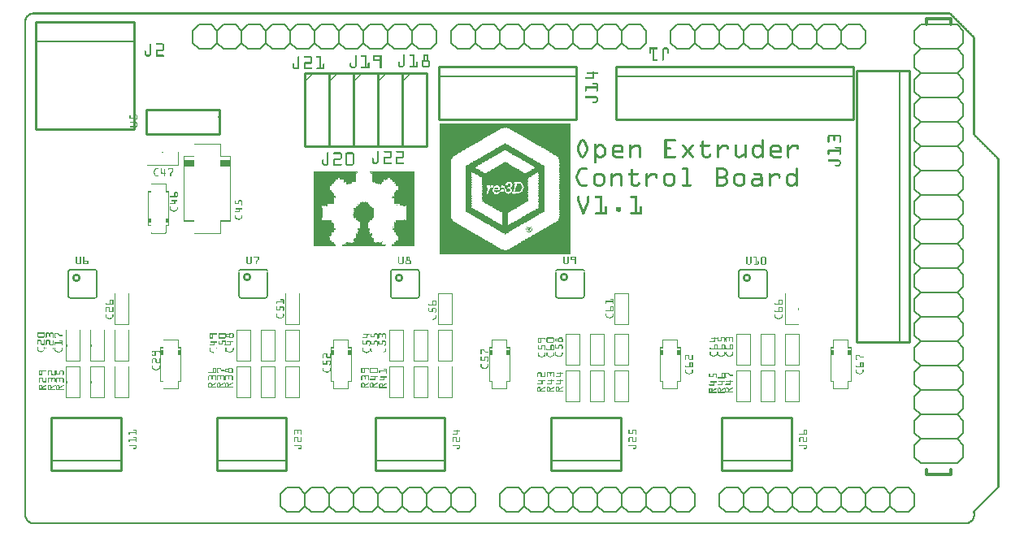
<source format=gto>
G04 MADE WITH FRITZING*
G04 WWW.FRITZING.ORG*
G04 DOUBLE SIDED*
G04 HOLES PLATED*
G04 CONTOUR ON CENTER OF CONTOUR VECTOR*
%ASAXBY*%
%FSLAX23Y23*%
%MOIN*%
%OFA0B0*%
%SFA1.0B1.0*%
%ADD10C,0.035590X0.0155904*%
%ADD11C,0.006000*%
%ADD12C,0.010000*%
%ADD13C,0.005000*%
%ADD14C,0.012000*%
%ADD15R,0.001000X0.001000*%
%LNSILK1*%
G90*
G70*
G54D10*
X2963Y1018D03*
X2213Y1020D03*
X1536Y1019D03*
X913Y1020D03*
X213Y1019D03*
G54D11*
X2930Y943D02*
X2930Y1040D01*
D02*
X3047Y1040D02*
X3047Y943D01*
D02*
X3037Y1051D02*
X2940Y1051D01*
D02*
X2940Y934D02*
X3037Y934D01*
D02*
X2180Y945D02*
X2180Y1042D01*
D02*
X2297Y1042D02*
X2297Y945D01*
D02*
X2287Y1052D02*
X2190Y1052D01*
D02*
X2190Y936D02*
X2287Y936D01*
D02*
X1503Y944D02*
X1503Y1041D01*
D02*
X1620Y1041D02*
X1620Y944D01*
D02*
X1610Y1051D02*
X1513Y1051D01*
D02*
X1513Y935D02*
X1610Y935D01*
D02*
X880Y945D02*
X880Y1042D01*
D02*
X997Y1042D02*
X997Y945D01*
D02*
X987Y1052D02*
X890Y1052D01*
D02*
X890Y936D02*
X987Y936D01*
D02*
X180Y944D02*
X180Y1041D01*
D02*
X297Y1041D02*
X297Y944D01*
D02*
X287Y1051D02*
X190Y1051D01*
D02*
X190Y935D02*
X287Y935D01*
G54D12*
D02*
X1450Y1857D02*
X1450Y1557D01*
D02*
X1450Y1557D02*
X1550Y1557D01*
D02*
X1550Y1557D02*
X1550Y1857D01*
D02*
X1550Y1857D02*
X1450Y1857D01*
D02*
X1150Y1857D02*
X1150Y1557D01*
D02*
X1150Y1557D02*
X1250Y1557D01*
D02*
X1250Y1557D02*
X1250Y1857D01*
D02*
X1250Y1857D02*
X1150Y1857D01*
D02*
X1250Y1857D02*
X1250Y1557D01*
D02*
X1250Y1557D02*
X1350Y1557D01*
D02*
X1350Y1557D02*
X1350Y1857D01*
D02*
X1350Y1857D02*
X1250Y1857D01*
D02*
X1350Y1857D02*
X1350Y1557D01*
D02*
X1350Y1557D02*
X1450Y1557D01*
D02*
X1450Y1557D02*
X1450Y1857D01*
D02*
X1450Y1857D02*
X1350Y1857D01*
D02*
X1550Y1857D02*
X1550Y1557D01*
D02*
X1550Y1557D02*
X1650Y1557D01*
D02*
X1650Y1557D02*
X1650Y1857D01*
D02*
X1650Y1857D02*
X1550Y1857D01*
D02*
X3412Y1869D02*
X3412Y756D01*
D02*
X3412Y756D02*
X3628Y756D01*
D02*
X3628Y756D02*
X3628Y1869D01*
D02*
X3628Y1869D02*
X3412Y1869D01*
G54D13*
D02*
X3588Y756D02*
X3588Y1869D01*
G54D12*
D02*
X1701Y1669D02*
X2262Y1669D01*
D02*
X2262Y1669D02*
X2262Y1885D01*
D02*
X2262Y1885D02*
X1701Y1885D01*
D02*
X1701Y1885D02*
X1701Y1669D01*
G54D13*
D02*
X2262Y1845D02*
X1701Y1845D01*
G54D12*
D02*
X800Y1707D02*
X500Y1707D01*
D02*
X500Y1707D02*
X500Y1607D01*
D02*
X500Y1607D02*
X800Y1607D01*
D02*
X800Y1607D02*
X800Y1707D01*
D02*
X2425Y1669D02*
X3400Y1669D01*
D02*
X3400Y1669D02*
X3400Y1885D01*
D02*
X3400Y1885D02*
X2425Y1885D01*
D02*
X2425Y1885D02*
X2425Y1669D01*
G54D13*
D02*
X3400Y1845D02*
X2425Y1845D01*
G54D12*
D02*
X47Y1627D02*
X450Y1627D01*
D02*
X450Y1627D02*
X450Y2067D01*
D02*
X450Y2067D02*
X47Y2067D01*
D02*
X47Y2067D02*
X47Y1627D01*
G54D13*
D02*
X450Y1987D02*
X47Y1987D01*
G54D12*
D02*
X3147Y445D02*
X2861Y445D01*
D02*
X2861Y445D02*
X2861Y229D01*
D02*
X2861Y229D02*
X3147Y229D01*
D02*
X3147Y229D02*
X3147Y445D01*
G54D13*
D02*
X2861Y269D02*
X3147Y269D01*
G54D12*
D02*
X2447Y445D02*
X2161Y445D01*
D02*
X2161Y445D02*
X2161Y229D01*
D02*
X2161Y229D02*
X2447Y229D01*
D02*
X2447Y229D02*
X2447Y445D01*
G54D13*
D02*
X2161Y269D02*
X2447Y269D01*
G54D12*
D02*
X1724Y445D02*
X1438Y445D01*
D02*
X1438Y445D02*
X1438Y229D01*
D02*
X1438Y229D02*
X1724Y229D01*
D02*
X1724Y229D02*
X1724Y445D01*
G54D13*
D02*
X1438Y269D02*
X1724Y269D01*
G54D12*
D02*
X1074Y445D02*
X788Y445D01*
D02*
X788Y445D02*
X788Y229D01*
D02*
X788Y229D02*
X1074Y229D01*
D02*
X1074Y229D02*
X1074Y445D01*
G54D13*
D02*
X788Y269D02*
X1074Y269D01*
G54D12*
D02*
X397Y445D02*
X111Y445D01*
D02*
X111Y445D02*
X111Y229D01*
D02*
X111Y229D02*
X397Y229D01*
D02*
X397Y229D02*
X397Y445D01*
G54D13*
D02*
X111Y269D02*
X397Y269D01*
G54D14*
D02*
X3700Y232D02*
X3700Y212D01*
D02*
X3700Y212D02*
X3800Y212D01*
D02*
X3800Y212D02*
X3800Y232D01*
D02*
X3700Y2057D02*
X3700Y2082D01*
D02*
X3700Y2082D02*
X3800Y2082D01*
D02*
X3800Y2082D02*
X3800Y2057D01*
G54D11*
D02*
X3475Y157D02*
X3525Y157D01*
D02*
X3525Y157D02*
X3550Y132D01*
D02*
X3550Y132D02*
X3550Y82D01*
D02*
X3550Y82D02*
X3525Y57D01*
D02*
X3350Y132D02*
X3375Y157D01*
D02*
X3375Y157D02*
X3425Y157D01*
D02*
X3425Y157D02*
X3450Y132D01*
D02*
X3450Y132D02*
X3450Y82D01*
D02*
X3450Y82D02*
X3425Y57D01*
D02*
X3425Y57D02*
X3375Y57D01*
D02*
X3375Y57D02*
X3350Y82D01*
D02*
X3475Y157D02*
X3450Y132D01*
D02*
X3450Y82D02*
X3475Y57D01*
D02*
X3525Y57D02*
X3475Y57D01*
D02*
X3175Y157D02*
X3225Y157D01*
D02*
X3225Y157D02*
X3250Y132D01*
D02*
X3250Y132D02*
X3250Y82D01*
D02*
X3250Y82D02*
X3225Y57D01*
D02*
X3250Y132D02*
X3275Y157D01*
D02*
X3275Y157D02*
X3325Y157D01*
D02*
X3325Y157D02*
X3350Y132D01*
D02*
X3350Y132D02*
X3350Y82D01*
D02*
X3350Y82D02*
X3325Y57D01*
D02*
X3325Y57D02*
X3275Y57D01*
D02*
X3275Y57D02*
X3250Y82D01*
D02*
X3050Y132D02*
X3075Y157D01*
D02*
X3075Y157D02*
X3125Y157D01*
D02*
X3125Y157D02*
X3150Y132D01*
D02*
X3150Y132D02*
X3150Y82D01*
D02*
X3150Y82D02*
X3125Y57D01*
D02*
X3125Y57D02*
X3075Y57D01*
D02*
X3075Y57D02*
X3050Y82D01*
D02*
X3175Y157D02*
X3150Y132D01*
D02*
X3150Y82D02*
X3175Y57D01*
D02*
X3225Y57D02*
X3175Y57D01*
D02*
X2875Y157D02*
X2925Y157D01*
D02*
X2925Y157D02*
X2950Y132D01*
D02*
X2950Y132D02*
X2950Y82D01*
D02*
X2950Y82D02*
X2925Y57D01*
D02*
X2950Y132D02*
X2975Y157D01*
D02*
X2975Y157D02*
X3025Y157D01*
D02*
X3025Y157D02*
X3050Y132D01*
D02*
X3050Y132D02*
X3050Y82D01*
D02*
X3050Y82D02*
X3025Y57D01*
D02*
X3025Y57D02*
X2975Y57D01*
D02*
X2975Y57D02*
X2950Y82D01*
D02*
X2850Y132D02*
X2850Y82D01*
D02*
X2875Y157D02*
X2850Y132D01*
D02*
X2850Y82D02*
X2875Y57D01*
D02*
X2925Y57D02*
X2875Y57D01*
D02*
X3575Y157D02*
X3625Y157D01*
D02*
X3625Y157D02*
X3650Y132D01*
D02*
X3650Y132D02*
X3650Y82D01*
D02*
X3650Y82D02*
X3625Y57D01*
D02*
X3575Y157D02*
X3550Y132D01*
D02*
X3550Y82D02*
X3575Y57D01*
D02*
X3625Y57D02*
X3575Y57D01*
D02*
X2575Y157D02*
X2625Y157D01*
D02*
X2625Y157D02*
X2650Y132D01*
D02*
X2650Y132D02*
X2650Y82D01*
D02*
X2650Y82D02*
X2625Y57D01*
D02*
X2450Y132D02*
X2475Y157D01*
D02*
X2475Y157D02*
X2525Y157D01*
D02*
X2525Y157D02*
X2550Y132D01*
D02*
X2550Y132D02*
X2550Y82D01*
D02*
X2550Y82D02*
X2525Y57D01*
D02*
X2525Y57D02*
X2475Y57D01*
D02*
X2475Y57D02*
X2450Y82D01*
D02*
X2575Y157D02*
X2550Y132D01*
D02*
X2550Y82D02*
X2575Y57D01*
D02*
X2625Y57D02*
X2575Y57D01*
D02*
X2275Y157D02*
X2325Y157D01*
D02*
X2325Y157D02*
X2350Y132D01*
D02*
X2350Y132D02*
X2350Y82D01*
D02*
X2350Y82D02*
X2325Y57D01*
D02*
X2350Y132D02*
X2375Y157D01*
D02*
X2375Y157D02*
X2425Y157D01*
D02*
X2425Y157D02*
X2450Y132D01*
D02*
X2450Y132D02*
X2450Y82D01*
D02*
X2450Y82D02*
X2425Y57D01*
D02*
X2425Y57D02*
X2375Y57D01*
D02*
X2375Y57D02*
X2350Y82D01*
D02*
X2150Y132D02*
X2175Y157D01*
D02*
X2175Y157D02*
X2225Y157D01*
D02*
X2225Y157D02*
X2250Y132D01*
D02*
X2250Y132D02*
X2250Y82D01*
D02*
X2250Y82D02*
X2225Y57D01*
D02*
X2225Y57D02*
X2175Y57D01*
D02*
X2175Y57D02*
X2150Y82D01*
D02*
X2275Y157D02*
X2250Y132D01*
D02*
X2250Y82D02*
X2275Y57D01*
D02*
X2325Y57D02*
X2275Y57D01*
D02*
X1975Y157D02*
X2025Y157D01*
D02*
X2025Y157D02*
X2050Y132D01*
D02*
X2050Y132D02*
X2050Y82D01*
D02*
X2050Y82D02*
X2025Y57D01*
D02*
X2050Y132D02*
X2075Y157D01*
D02*
X2075Y157D02*
X2125Y157D01*
D02*
X2125Y157D02*
X2150Y132D01*
D02*
X2150Y132D02*
X2150Y82D01*
D02*
X2150Y82D02*
X2125Y57D01*
D02*
X2125Y57D02*
X2075Y57D01*
D02*
X2075Y57D02*
X2050Y82D01*
D02*
X1950Y132D02*
X1950Y82D01*
D02*
X1975Y157D02*
X1950Y132D01*
D02*
X1950Y82D02*
X1975Y57D01*
D02*
X2025Y57D02*
X1975Y57D01*
D02*
X2675Y157D02*
X2725Y157D01*
D02*
X2725Y157D02*
X2750Y132D01*
D02*
X2750Y132D02*
X2750Y82D01*
D02*
X2750Y82D02*
X2725Y57D01*
D02*
X2675Y157D02*
X2650Y132D01*
D02*
X2650Y82D02*
X2675Y57D01*
D02*
X2725Y57D02*
X2675Y57D01*
D02*
X2825Y1957D02*
X2775Y1957D01*
D02*
X2775Y1957D02*
X2750Y1982D01*
D02*
X2750Y1982D02*
X2750Y2032D01*
D02*
X2750Y2032D02*
X2775Y2057D01*
D02*
X2950Y1982D02*
X2925Y1957D01*
D02*
X2925Y1957D02*
X2875Y1957D01*
D02*
X2875Y1957D02*
X2850Y1982D01*
D02*
X2850Y1982D02*
X2850Y2032D01*
D02*
X2850Y2032D02*
X2875Y2057D01*
D02*
X2875Y2057D02*
X2925Y2057D01*
D02*
X2925Y2057D02*
X2950Y2032D01*
D02*
X2825Y1957D02*
X2850Y1982D01*
D02*
X2850Y2032D02*
X2825Y2057D01*
D02*
X2775Y2057D02*
X2825Y2057D01*
D02*
X3125Y1957D02*
X3075Y1957D01*
D02*
X3075Y1957D02*
X3050Y1982D01*
D02*
X3050Y1982D02*
X3050Y2032D01*
D02*
X3050Y2032D02*
X3075Y2057D01*
D02*
X3050Y1982D02*
X3025Y1957D01*
D02*
X3025Y1957D02*
X2975Y1957D01*
D02*
X2975Y1957D02*
X2950Y1982D01*
D02*
X2950Y1982D02*
X2950Y2032D01*
D02*
X2950Y2032D02*
X2975Y2057D01*
D02*
X2975Y2057D02*
X3025Y2057D01*
D02*
X3025Y2057D02*
X3050Y2032D01*
D02*
X3250Y1982D02*
X3225Y1957D01*
D02*
X3225Y1957D02*
X3175Y1957D01*
D02*
X3175Y1957D02*
X3150Y1982D01*
D02*
X3150Y1982D02*
X3150Y2032D01*
D02*
X3150Y2032D02*
X3175Y2057D01*
D02*
X3175Y2057D02*
X3225Y2057D01*
D02*
X3225Y2057D02*
X3250Y2032D01*
D02*
X3125Y1957D02*
X3150Y1982D01*
D02*
X3150Y2032D02*
X3125Y2057D01*
D02*
X3075Y2057D02*
X3125Y2057D01*
D02*
X3425Y1957D02*
X3375Y1957D01*
D02*
X3375Y1957D02*
X3350Y1982D01*
D02*
X3350Y1982D02*
X3350Y2032D01*
D02*
X3350Y2032D02*
X3375Y2057D01*
D02*
X3350Y1982D02*
X3325Y1957D01*
D02*
X3325Y1957D02*
X3275Y1957D01*
D02*
X3275Y1957D02*
X3250Y1982D01*
D02*
X3250Y1982D02*
X3250Y2032D01*
D02*
X3250Y2032D02*
X3275Y2057D01*
D02*
X3275Y2057D02*
X3325Y2057D01*
D02*
X3325Y2057D02*
X3350Y2032D01*
D02*
X3450Y1982D02*
X3450Y2032D01*
D02*
X3425Y1957D02*
X3450Y1982D01*
D02*
X3450Y2032D02*
X3425Y2057D01*
D02*
X3375Y2057D02*
X3425Y2057D01*
D02*
X2725Y1957D02*
X2675Y1957D01*
D02*
X2675Y1957D02*
X2650Y1982D01*
D02*
X2650Y1982D02*
X2650Y2032D01*
D02*
X2650Y2032D02*
X2675Y2057D01*
D02*
X2725Y1957D02*
X2750Y1982D01*
D02*
X2750Y2032D02*
X2725Y2057D01*
D02*
X2675Y2057D02*
X2725Y2057D01*
D02*
X1490Y2032D02*
X1515Y2057D01*
D02*
X1515Y2057D02*
X1565Y2057D01*
D02*
X1565Y2057D02*
X1590Y2032D01*
D02*
X1590Y2032D02*
X1590Y1982D01*
D02*
X1590Y1982D02*
X1565Y1957D01*
D02*
X1565Y1957D02*
X1515Y1957D01*
D02*
X1515Y1957D02*
X1490Y1982D01*
D02*
X1315Y2057D02*
X1365Y2057D01*
D02*
X1365Y2057D02*
X1390Y2032D01*
D02*
X1390Y2032D02*
X1390Y1982D01*
D02*
X1390Y1982D02*
X1365Y1957D01*
D02*
X1390Y2032D02*
X1415Y2057D01*
D02*
X1415Y2057D02*
X1465Y2057D01*
D02*
X1465Y2057D02*
X1490Y2032D01*
D02*
X1490Y2032D02*
X1490Y1982D01*
D02*
X1490Y1982D02*
X1465Y1957D01*
D02*
X1465Y1957D02*
X1415Y1957D01*
D02*
X1415Y1957D02*
X1390Y1982D01*
D02*
X1190Y2032D02*
X1215Y2057D01*
D02*
X1215Y2057D02*
X1265Y2057D01*
D02*
X1265Y2057D02*
X1290Y2032D01*
D02*
X1290Y2032D02*
X1290Y1982D01*
D02*
X1290Y1982D02*
X1265Y1957D01*
D02*
X1265Y1957D02*
X1215Y1957D01*
D02*
X1215Y1957D02*
X1190Y1982D01*
D02*
X1315Y2057D02*
X1290Y2032D01*
D02*
X1290Y1982D02*
X1315Y1957D01*
D02*
X1365Y1957D02*
X1315Y1957D01*
D02*
X1015Y2057D02*
X1065Y2057D01*
D02*
X1065Y2057D02*
X1090Y2032D01*
D02*
X1090Y2032D02*
X1090Y1982D01*
D02*
X1090Y1982D02*
X1065Y1957D01*
D02*
X1090Y2032D02*
X1115Y2057D01*
D02*
X1115Y2057D02*
X1165Y2057D01*
D02*
X1165Y2057D02*
X1190Y2032D01*
D02*
X1190Y2032D02*
X1190Y1982D01*
D02*
X1190Y1982D02*
X1165Y1957D01*
D02*
X1165Y1957D02*
X1115Y1957D01*
D02*
X1115Y1957D02*
X1090Y1982D01*
D02*
X890Y2032D02*
X915Y2057D01*
D02*
X915Y2057D02*
X965Y2057D01*
D02*
X965Y2057D02*
X990Y2032D01*
D02*
X990Y2032D02*
X990Y1982D01*
D02*
X990Y1982D02*
X965Y1957D01*
D02*
X965Y1957D02*
X915Y1957D01*
D02*
X915Y1957D02*
X890Y1982D01*
D02*
X1015Y2057D02*
X990Y2032D01*
D02*
X990Y1982D02*
X1015Y1957D01*
D02*
X1065Y1957D02*
X1015Y1957D01*
D02*
X715Y2057D02*
X765Y2057D01*
D02*
X765Y2057D02*
X790Y2032D01*
D02*
X790Y2032D02*
X790Y1982D01*
D02*
X790Y1982D02*
X765Y1957D01*
D02*
X790Y2032D02*
X815Y2057D01*
D02*
X815Y2057D02*
X865Y2057D01*
D02*
X865Y2057D02*
X890Y2032D01*
D02*
X890Y2032D02*
X890Y1982D01*
D02*
X890Y1982D02*
X865Y1957D01*
D02*
X865Y1957D02*
X815Y1957D01*
D02*
X815Y1957D02*
X790Y1982D01*
D02*
X690Y2032D02*
X690Y1982D01*
D02*
X715Y2057D02*
X690Y2032D01*
D02*
X690Y1982D02*
X715Y1957D01*
D02*
X765Y1957D02*
X715Y1957D01*
D02*
X1615Y2057D02*
X1665Y2057D01*
D02*
X1665Y2057D02*
X1690Y2032D01*
D02*
X1690Y2032D02*
X1690Y1982D01*
D02*
X1690Y1982D02*
X1665Y1957D01*
D02*
X1615Y2057D02*
X1590Y2032D01*
D02*
X1590Y1982D02*
X1615Y1957D01*
D02*
X1665Y1957D02*
X1615Y1957D01*
D02*
X1675Y157D02*
X1725Y157D01*
D02*
X1725Y157D02*
X1750Y132D01*
D02*
X1750Y132D02*
X1750Y82D01*
D02*
X1750Y82D02*
X1725Y57D01*
D02*
X1550Y132D02*
X1575Y157D01*
D02*
X1575Y157D02*
X1625Y157D01*
D02*
X1625Y157D02*
X1650Y132D01*
D02*
X1650Y132D02*
X1650Y82D01*
D02*
X1650Y82D02*
X1625Y57D01*
D02*
X1625Y57D02*
X1575Y57D01*
D02*
X1575Y57D02*
X1550Y82D01*
D02*
X1675Y157D02*
X1650Y132D01*
D02*
X1650Y82D02*
X1675Y57D01*
D02*
X1725Y57D02*
X1675Y57D01*
D02*
X1375Y157D02*
X1425Y157D01*
D02*
X1425Y157D02*
X1450Y132D01*
D02*
X1450Y132D02*
X1450Y82D01*
D02*
X1450Y82D02*
X1425Y57D01*
D02*
X1450Y132D02*
X1475Y157D01*
D02*
X1475Y157D02*
X1525Y157D01*
D02*
X1525Y157D02*
X1550Y132D01*
D02*
X1550Y132D02*
X1550Y82D01*
D02*
X1550Y82D02*
X1525Y57D01*
D02*
X1525Y57D02*
X1475Y57D01*
D02*
X1475Y57D02*
X1450Y82D01*
D02*
X1250Y132D02*
X1275Y157D01*
D02*
X1275Y157D02*
X1325Y157D01*
D02*
X1325Y157D02*
X1350Y132D01*
D02*
X1350Y132D02*
X1350Y82D01*
D02*
X1350Y82D02*
X1325Y57D01*
D02*
X1325Y57D02*
X1275Y57D01*
D02*
X1275Y57D02*
X1250Y82D01*
D02*
X1375Y157D02*
X1350Y132D01*
D02*
X1350Y82D02*
X1375Y57D01*
D02*
X1425Y57D02*
X1375Y57D01*
D02*
X1075Y157D02*
X1125Y157D01*
D02*
X1125Y157D02*
X1150Y132D01*
D02*
X1150Y132D02*
X1150Y82D01*
D02*
X1150Y82D02*
X1125Y57D01*
D02*
X1150Y132D02*
X1175Y157D01*
D02*
X1175Y157D02*
X1225Y157D01*
D02*
X1225Y157D02*
X1250Y132D01*
D02*
X1250Y132D02*
X1250Y82D01*
D02*
X1250Y82D02*
X1225Y57D01*
D02*
X1225Y57D02*
X1175Y57D01*
D02*
X1175Y57D02*
X1150Y82D01*
D02*
X1050Y132D02*
X1050Y82D01*
D02*
X1075Y157D02*
X1050Y132D01*
D02*
X1050Y82D02*
X1075Y57D01*
D02*
X1125Y57D02*
X1075Y57D01*
D02*
X1775Y157D02*
X1825Y157D01*
D02*
X1825Y157D02*
X1850Y132D01*
D02*
X1850Y132D02*
X1850Y82D01*
D02*
X1850Y82D02*
X1825Y57D01*
D02*
X1775Y157D02*
X1750Y132D01*
D02*
X1750Y82D02*
X1775Y57D01*
D02*
X1825Y57D02*
X1775Y57D01*
D02*
X1925Y1957D02*
X1875Y1957D01*
D02*
X1875Y1957D02*
X1850Y1982D01*
D02*
X1850Y1982D02*
X1850Y2032D01*
D02*
X1850Y2032D02*
X1875Y2057D01*
D02*
X2050Y1982D02*
X2025Y1957D01*
D02*
X2025Y1957D02*
X1975Y1957D01*
D02*
X1975Y1957D02*
X1950Y1982D01*
D02*
X1950Y1982D02*
X1950Y2032D01*
D02*
X1950Y2032D02*
X1975Y2057D01*
D02*
X1975Y2057D02*
X2025Y2057D01*
D02*
X2025Y2057D02*
X2050Y2032D01*
D02*
X1925Y1957D02*
X1950Y1982D01*
D02*
X1950Y2032D02*
X1925Y2057D01*
D02*
X1875Y2057D02*
X1925Y2057D01*
D02*
X2225Y1957D02*
X2175Y1957D01*
D02*
X2175Y1957D02*
X2150Y1982D01*
D02*
X2150Y1982D02*
X2150Y2032D01*
D02*
X2150Y2032D02*
X2175Y2057D01*
D02*
X2150Y1982D02*
X2125Y1957D01*
D02*
X2125Y1957D02*
X2075Y1957D01*
D02*
X2075Y1957D02*
X2050Y1982D01*
D02*
X2050Y1982D02*
X2050Y2032D01*
D02*
X2050Y2032D02*
X2075Y2057D01*
D02*
X2075Y2057D02*
X2125Y2057D01*
D02*
X2125Y2057D02*
X2150Y2032D01*
D02*
X2350Y1982D02*
X2325Y1957D01*
D02*
X2325Y1957D02*
X2275Y1957D01*
D02*
X2275Y1957D02*
X2250Y1982D01*
D02*
X2250Y1982D02*
X2250Y2032D01*
D02*
X2250Y2032D02*
X2275Y2057D01*
D02*
X2275Y2057D02*
X2325Y2057D01*
D02*
X2325Y2057D02*
X2350Y2032D01*
D02*
X2225Y1957D02*
X2250Y1982D01*
D02*
X2250Y2032D02*
X2225Y2057D01*
D02*
X2175Y2057D02*
X2225Y2057D01*
D02*
X2525Y1957D02*
X2475Y1957D01*
D02*
X2475Y1957D02*
X2450Y1982D01*
D02*
X2450Y1982D02*
X2450Y2032D01*
D02*
X2450Y2032D02*
X2475Y2057D01*
D02*
X2450Y1982D02*
X2425Y1957D01*
D02*
X2425Y1957D02*
X2375Y1957D01*
D02*
X2375Y1957D02*
X2350Y1982D01*
D02*
X2350Y1982D02*
X2350Y2032D01*
D02*
X2350Y2032D02*
X2375Y2057D01*
D02*
X2375Y2057D02*
X2425Y2057D01*
D02*
X2425Y2057D02*
X2450Y2032D01*
D02*
X2550Y1982D02*
X2550Y2032D01*
D02*
X2525Y1957D02*
X2550Y1982D01*
D02*
X2550Y2032D02*
X2525Y2057D01*
D02*
X2475Y2057D02*
X2525Y2057D01*
D02*
X1825Y1957D02*
X1775Y1957D01*
D02*
X1775Y1957D02*
X1750Y1982D01*
D02*
X1750Y1982D02*
X1750Y2032D01*
D02*
X1750Y2032D02*
X1775Y2057D01*
D02*
X1825Y1957D02*
X1850Y1982D01*
D02*
X1850Y2032D02*
X1825Y2057D01*
D02*
X1775Y2057D02*
X1825Y2057D01*
D02*
X3675Y2057D02*
X3650Y2032D01*
D02*
X3650Y2032D02*
X3650Y1982D01*
D02*
X3650Y1982D02*
X3675Y1957D01*
D02*
X3675Y1957D02*
X3650Y1932D01*
D02*
X3650Y1932D02*
X3650Y1882D01*
D02*
X3650Y1882D02*
X3675Y1857D01*
D02*
X3675Y1857D02*
X3650Y1832D01*
D02*
X3650Y1832D02*
X3650Y1782D01*
D02*
X3650Y1782D02*
X3675Y1757D01*
D02*
X3675Y1757D02*
X3650Y1732D01*
D02*
X3650Y1732D02*
X3650Y1682D01*
D02*
X3650Y1682D02*
X3675Y1657D01*
D02*
X3675Y1657D02*
X3650Y1632D01*
D02*
X3650Y1632D02*
X3650Y1582D01*
D02*
X3650Y1582D02*
X3675Y1557D01*
D02*
X3675Y1557D02*
X3650Y1532D01*
D02*
X3650Y1532D02*
X3650Y1482D01*
D02*
X3650Y1482D02*
X3675Y1457D01*
D02*
X3675Y2057D02*
X3825Y2057D01*
D02*
X3825Y2057D02*
X3850Y2032D01*
D02*
X3850Y2032D02*
X3850Y1982D01*
D02*
X3850Y1982D02*
X3825Y1957D01*
D02*
X3825Y1957D02*
X3850Y1932D01*
D02*
X3850Y1932D02*
X3850Y1882D01*
D02*
X3850Y1882D02*
X3825Y1857D01*
D02*
X3825Y1857D02*
X3850Y1832D01*
D02*
X3850Y1832D02*
X3850Y1782D01*
D02*
X3850Y1782D02*
X3825Y1757D01*
D02*
X3825Y1757D02*
X3850Y1732D01*
D02*
X3850Y1732D02*
X3850Y1682D01*
D02*
X3850Y1682D02*
X3825Y1657D01*
D02*
X3825Y1657D02*
X3850Y1632D01*
D02*
X3850Y1632D02*
X3850Y1582D01*
D02*
X3850Y1582D02*
X3825Y1557D01*
D02*
X3825Y1557D02*
X3850Y1532D01*
D02*
X3850Y1532D02*
X3850Y1482D01*
D02*
X3850Y1482D02*
X3825Y1457D01*
D02*
X3825Y1457D02*
X3850Y1432D01*
D02*
X3850Y1432D02*
X3850Y1382D01*
D02*
X3850Y1382D02*
X3825Y1357D01*
D02*
X3825Y1357D02*
X3850Y1332D01*
D02*
X3850Y1332D02*
X3850Y1282D01*
D02*
X3850Y1282D02*
X3825Y1257D01*
D02*
X3825Y1257D02*
X3850Y1232D01*
D02*
X3850Y1232D02*
X3850Y1182D01*
D02*
X3850Y1182D02*
X3825Y1157D01*
D02*
X3825Y1157D02*
X3850Y1132D01*
D02*
X3850Y1132D02*
X3850Y1082D01*
D02*
X3850Y1082D02*
X3825Y1057D01*
D02*
X3825Y1057D02*
X3850Y1032D01*
D02*
X3850Y1032D02*
X3850Y982D01*
D02*
X3850Y982D02*
X3825Y957D01*
D02*
X3825Y957D02*
X3850Y932D01*
D02*
X3850Y932D02*
X3850Y882D01*
D02*
X3825Y857D02*
X3850Y882D01*
D02*
X3825Y857D02*
X3850Y832D01*
D02*
X3850Y782D02*
X3850Y832D01*
D02*
X3850Y782D02*
X3825Y757D01*
D02*
X3825Y757D02*
X3850Y732D01*
D02*
X3850Y682D02*
X3850Y732D01*
D02*
X3850Y682D02*
X3825Y657D01*
D02*
X3825Y657D02*
X3850Y632D01*
D02*
X3850Y582D02*
X3850Y632D01*
D02*
X3850Y582D02*
X3825Y557D01*
D02*
X3825Y557D02*
X3850Y532D01*
D02*
X3850Y482D02*
X3850Y532D01*
D02*
X3850Y482D02*
X3825Y457D01*
D02*
X3825Y457D02*
X3850Y432D01*
D02*
X3850Y382D02*
X3850Y432D01*
D02*
X3850Y382D02*
X3825Y357D01*
D02*
X3825Y357D02*
X3850Y332D01*
D02*
X3850Y282D02*
X3850Y332D01*
D02*
X3850Y282D02*
X3825Y257D01*
D02*
X3675Y257D02*
X3650Y282D01*
D02*
X3650Y282D02*
X3650Y332D01*
D02*
X3675Y357D02*
X3650Y332D01*
D02*
X3675Y357D02*
X3650Y382D01*
D02*
X3650Y382D02*
X3650Y432D01*
D02*
X3675Y457D02*
X3650Y432D01*
D02*
X3675Y457D02*
X3650Y482D01*
D02*
X3650Y532D02*
X3650Y482D01*
D02*
X3650Y532D02*
X3675Y557D01*
D02*
X3675Y557D02*
X3650Y582D01*
D02*
X3650Y632D02*
X3650Y582D01*
D02*
X3650Y632D02*
X3675Y657D01*
D02*
X3675Y657D02*
X3650Y682D01*
D02*
X3650Y682D02*
X3650Y732D01*
D02*
X3675Y757D02*
X3650Y732D01*
D02*
X3675Y757D02*
X3650Y782D01*
D02*
X3650Y782D02*
X3650Y832D01*
D02*
X3675Y857D02*
X3650Y832D01*
D02*
X3675Y857D02*
X3650Y882D01*
D02*
X3650Y882D02*
X3650Y932D01*
D02*
X3675Y957D02*
X3650Y932D01*
D02*
X3675Y957D02*
X3650Y982D01*
D02*
X3650Y982D02*
X3650Y1032D01*
D02*
X3675Y1057D02*
X3650Y1032D01*
D02*
X3675Y1057D02*
X3650Y1082D01*
D02*
X3650Y1082D02*
X3650Y1132D01*
D02*
X3675Y1157D02*
X3650Y1132D01*
D02*
X3675Y1157D02*
X3650Y1182D01*
D02*
X3650Y1182D02*
X3650Y1232D01*
D02*
X3675Y1257D02*
X3650Y1232D01*
D02*
X3675Y1257D02*
X3650Y1282D01*
D02*
X3650Y1282D02*
X3650Y1332D01*
D02*
X3675Y1357D02*
X3650Y1332D01*
D02*
X3675Y1357D02*
X3650Y1382D01*
D02*
X3650Y1382D02*
X3650Y1432D01*
D02*
X3675Y1457D02*
X3650Y1432D01*
D02*
X3825Y1957D02*
X3675Y1957D01*
D02*
X3825Y1857D02*
X3675Y1857D01*
D02*
X3825Y1757D02*
X3675Y1757D01*
D02*
X3825Y1657D02*
X3675Y1657D01*
D02*
X3825Y1557D02*
X3675Y1557D01*
D02*
X3825Y1457D02*
X3675Y1457D01*
D02*
X3825Y1357D02*
X3675Y1357D01*
D02*
X3825Y1257D02*
X3675Y1257D01*
D02*
X3825Y1157D02*
X3675Y1157D01*
D02*
X3825Y1057D02*
X3675Y1057D01*
D02*
X3825Y957D02*
X3675Y957D01*
D02*
X3825Y857D02*
X3675Y857D01*
D02*
X3825Y757D02*
X3675Y757D01*
D02*
X3825Y657D02*
X3675Y657D01*
D02*
X3825Y557D02*
X3675Y557D01*
D02*
X3825Y457D02*
X3675Y457D01*
D02*
X3825Y357D02*
X3675Y357D01*
D02*
X3825Y257D02*
X3675Y257D01*
G36*
X1703Y1652D02*
X1703Y1636D01*
X1980Y1636D01*
X1980Y1633D01*
X1985Y1633D01*
X1985Y1631D01*
X1989Y1631D01*
X1989Y1628D01*
X1992Y1628D01*
X1992Y1626D01*
X1997Y1626D01*
X1997Y1624D01*
X2001Y1624D01*
X2001Y1621D01*
X2006Y1621D01*
X2006Y1619D01*
X2009Y1619D01*
X2009Y1616D01*
X2013Y1616D01*
X2013Y1614D01*
X2018Y1614D01*
X2018Y1612D01*
X2023Y1612D01*
X2023Y1609D01*
X2025Y1609D01*
X2025Y1607D01*
X2030Y1607D01*
X2030Y1604D01*
X2035Y1604D01*
X2035Y1602D01*
X2040Y1602D01*
X2040Y1600D01*
X2042Y1600D01*
X2042Y1597D01*
X2047Y1597D01*
X2047Y1595D01*
X2052Y1595D01*
X2052Y1593D01*
X2056Y1593D01*
X2056Y1590D01*
X2059Y1590D01*
X2059Y1588D01*
X2063Y1588D01*
X2063Y1585D01*
X2068Y1585D01*
X2068Y1583D01*
X2073Y1583D01*
X2073Y1581D01*
X2075Y1581D01*
X2075Y1578D01*
X2080Y1578D01*
X2080Y1576D01*
X2085Y1576D01*
X2085Y1573D01*
X2087Y1573D01*
X2087Y1571D01*
X2092Y1571D01*
X2092Y1569D01*
X2097Y1569D01*
X2097Y1566D01*
X2102Y1566D01*
X2102Y1564D01*
X2104Y1564D01*
X2104Y1561D01*
X2109Y1561D01*
X2109Y1559D01*
X2114Y1559D01*
X2114Y1557D01*
X2118Y1557D01*
X2118Y1554D01*
X2121Y1554D01*
X2121Y1552D01*
X2126Y1552D01*
X2126Y1550D01*
X2130Y1550D01*
X2130Y1547D01*
X2135Y1547D01*
X2135Y1545D01*
X2138Y1545D01*
X2138Y1542D01*
X2142Y1542D01*
X2142Y1540D01*
X2147Y1540D01*
X2147Y1538D01*
X2152Y1538D01*
X2152Y1535D01*
X2154Y1535D01*
X2154Y1533D01*
X2159Y1533D01*
X2159Y1530D01*
X2164Y1530D01*
X2164Y1528D01*
X2166Y1528D01*
X2166Y1526D01*
X2171Y1526D01*
X2171Y1523D01*
X2176Y1523D01*
X2176Y1521D01*
X2181Y1521D01*
X2181Y1518D01*
X2183Y1518D01*
X2183Y1516D01*
X2185Y1516D01*
X2185Y1514D01*
X2188Y1514D01*
X2188Y1509D01*
X2190Y1509D01*
X2190Y1504D01*
X2192Y1504D01*
X2192Y1487D01*
X2195Y1487D01*
X2195Y1485D01*
X2192Y1485D01*
X2192Y1475D01*
X2195Y1475D01*
X2195Y1473D01*
X2192Y1473D01*
X2192Y1466D01*
X2195Y1466D01*
X2195Y1464D01*
X2192Y1464D01*
X2192Y1456D01*
X2195Y1456D01*
X2195Y1454D01*
X2192Y1454D01*
X2192Y1447D01*
X2195Y1447D01*
X2195Y1444D01*
X2192Y1444D01*
X2192Y1437D01*
X2195Y1437D01*
X2195Y1435D01*
X2192Y1435D01*
X2192Y1428D01*
X2195Y1428D01*
X2195Y1425D01*
X2192Y1425D01*
X2192Y1418D01*
X2195Y1418D01*
X2195Y1416D01*
X2192Y1416D01*
X2192Y1409D01*
X2195Y1409D01*
X2195Y1406D01*
X2192Y1406D01*
X2192Y1399D01*
X2195Y1399D01*
X2195Y1397D01*
X2192Y1397D01*
X2192Y1389D01*
X2195Y1389D01*
X2195Y1387D01*
X2192Y1387D01*
X2192Y1380D01*
X2195Y1380D01*
X2195Y1378D01*
X2192Y1378D01*
X2192Y1370D01*
X2195Y1370D01*
X2195Y1368D01*
X2192Y1368D01*
X2192Y1361D01*
X2195Y1361D01*
X2195Y1358D01*
X2192Y1358D01*
X2192Y1351D01*
X2195Y1351D01*
X2195Y1349D01*
X2192Y1349D01*
X2192Y1342D01*
X2195Y1342D01*
X2195Y1339D01*
X2192Y1339D01*
X2192Y1332D01*
X2195Y1332D01*
X2195Y1330D01*
X2192Y1330D01*
X2192Y1323D01*
X2195Y1323D01*
X2195Y1320D01*
X2192Y1320D01*
X2192Y1313D01*
X2195Y1313D01*
X2195Y1311D01*
X2192Y1311D01*
X2192Y1303D01*
X2195Y1303D01*
X2195Y1301D01*
X2192Y1301D01*
X2192Y1294D01*
X2195Y1294D01*
X2195Y1292D01*
X2192Y1292D01*
X2192Y1284D01*
X2195Y1284D01*
X2195Y1282D01*
X2192Y1282D01*
X2192Y1275D01*
X2195Y1275D01*
X2195Y1272D01*
X2192Y1272D01*
X2192Y1263D01*
X2190Y1263D01*
X2190Y1258D01*
X2188Y1258D01*
X2188Y1253D01*
X2185Y1253D01*
X2185Y1251D01*
X2183Y1251D01*
X2183Y1249D01*
X2178Y1249D01*
X2178Y1246D01*
X2176Y1246D01*
X2176Y1244D01*
X2171Y1244D01*
X2171Y1241D01*
X2166Y1241D01*
X2166Y1239D01*
X2161Y1239D01*
X2161Y1237D01*
X2159Y1237D01*
X2159Y1234D01*
X2154Y1234D01*
X2154Y1232D01*
X2149Y1232D01*
X2149Y1229D01*
X2145Y1229D01*
X2145Y1227D01*
X2142Y1227D01*
X2142Y1225D01*
X2138Y1225D01*
X2138Y1222D01*
X2133Y1222D01*
X2133Y1220D01*
X2130Y1220D01*
X2130Y1217D01*
X2126Y1217D01*
X2126Y1215D01*
X2121Y1215D01*
X2121Y1213D01*
X2116Y1213D01*
X2116Y1210D01*
X2114Y1210D01*
X2114Y1208D01*
X2109Y1208D01*
X2109Y1206D01*
X2104Y1206D01*
X2104Y1203D01*
X2099Y1203D01*
X2099Y1201D01*
X2097Y1201D01*
X2097Y1198D01*
X2092Y1198D01*
X2092Y1196D01*
X2087Y1196D01*
X2087Y1194D01*
X2083Y1194D01*
X2083Y1191D01*
X2078Y1191D01*
X2078Y1189D01*
X2075Y1189D01*
X2075Y1186D01*
X2071Y1186D01*
X2071Y1184D01*
X2066Y1184D01*
X2066Y1182D01*
X2063Y1182D01*
X2063Y1179D01*
X2059Y1179D01*
X2059Y1177D01*
X2054Y1177D01*
X2054Y1174D01*
X2052Y1174D01*
X2052Y1172D01*
X2047Y1172D01*
X2047Y1170D01*
X2042Y1170D01*
X2042Y1167D01*
X2037Y1167D01*
X2037Y1165D01*
X2035Y1165D01*
X2035Y1163D01*
X2030Y1163D01*
X2030Y1160D01*
X2025Y1160D01*
X2025Y1158D01*
X2023Y1158D01*
X2023Y1155D01*
X2018Y1155D01*
X2018Y1153D01*
X2013Y1153D01*
X2013Y1151D01*
X2009Y1151D01*
X2009Y1148D01*
X2006Y1148D01*
X2006Y1146D01*
X2001Y1146D01*
X2001Y1143D01*
X1997Y1143D01*
X1997Y1141D01*
X1994Y1141D01*
X1994Y1139D01*
X1989Y1139D01*
X1989Y1136D01*
X1985Y1136D01*
X1985Y1134D01*
X1980Y1134D01*
X1980Y1131D01*
X2240Y1131D01*
X2240Y1652D01*
X1703Y1652D01*
G37*
D02*
G36*
X1703Y1636D02*
X1703Y1131D01*
X1966Y1131D01*
X1966Y1134D01*
X1958Y1134D01*
X1958Y1136D01*
X1954Y1136D01*
X1954Y1139D01*
X1949Y1139D01*
X1949Y1141D01*
X1946Y1141D01*
X1946Y1143D01*
X1942Y1143D01*
X1942Y1146D01*
X1937Y1146D01*
X1937Y1148D01*
X1934Y1148D01*
X1934Y1151D01*
X1930Y1151D01*
X1930Y1153D01*
X1925Y1153D01*
X1925Y1155D01*
X1920Y1155D01*
X1920Y1158D01*
X1918Y1158D01*
X1918Y1160D01*
X1913Y1160D01*
X1913Y1163D01*
X1908Y1163D01*
X1908Y1165D01*
X1903Y1165D01*
X1903Y1167D01*
X1901Y1167D01*
X1901Y1170D01*
X1896Y1170D01*
X1896Y1172D01*
X1891Y1172D01*
X1891Y1174D01*
X1887Y1174D01*
X1887Y1177D01*
X1884Y1177D01*
X1884Y1179D01*
X1880Y1179D01*
X1880Y1182D01*
X1875Y1182D01*
X1875Y1184D01*
X1872Y1184D01*
X1872Y1186D01*
X1868Y1186D01*
X1868Y1189D01*
X1863Y1189D01*
X1863Y1191D01*
X1858Y1191D01*
X1858Y1194D01*
X1856Y1194D01*
X1856Y1196D01*
X1851Y1196D01*
X1851Y1198D01*
X1846Y1198D01*
X1846Y1201D01*
X1841Y1201D01*
X1841Y1203D01*
X1839Y1203D01*
X1839Y1206D01*
X1834Y1206D01*
X1834Y1208D01*
X1829Y1208D01*
X1829Y1210D01*
X1827Y1210D01*
X1827Y1213D01*
X1822Y1213D01*
X1822Y1215D01*
X1817Y1215D01*
X1817Y1217D01*
X1813Y1217D01*
X1813Y1220D01*
X1810Y1220D01*
X1810Y1222D01*
X1805Y1222D01*
X1805Y1225D01*
X1801Y1225D01*
X1801Y1227D01*
X1796Y1227D01*
X1796Y1229D01*
X1794Y1229D01*
X1794Y1232D01*
X1789Y1232D01*
X1789Y1234D01*
X1784Y1234D01*
X1784Y1237D01*
X1779Y1237D01*
X1779Y1239D01*
X1777Y1239D01*
X1777Y1241D01*
X1772Y1241D01*
X1772Y1244D01*
X1767Y1244D01*
X1767Y1246D01*
X1765Y1246D01*
X1765Y1249D01*
X1760Y1249D01*
X1760Y1251D01*
X1758Y1251D01*
X1758Y1253D01*
X1755Y1253D01*
X1755Y1258D01*
X1753Y1258D01*
X1753Y1260D01*
X1751Y1260D01*
X1751Y1275D01*
X1748Y1275D01*
X1748Y1277D01*
X1751Y1277D01*
X1751Y1280D01*
X1748Y1280D01*
X1748Y1282D01*
X1751Y1282D01*
X1751Y1287D01*
X1748Y1287D01*
X1748Y1289D01*
X1751Y1289D01*
X1751Y1292D01*
X1748Y1292D01*
X1748Y1294D01*
X1751Y1294D01*
X1751Y1296D01*
X1748Y1296D01*
X1748Y1299D01*
X1751Y1299D01*
X1751Y1303D01*
X1748Y1303D01*
X1748Y1306D01*
X1751Y1306D01*
X1751Y1308D01*
X1748Y1308D01*
X1748Y1311D01*
X1751Y1311D01*
X1751Y1313D01*
X1748Y1313D01*
X1748Y1315D01*
X1751Y1315D01*
X1751Y1320D01*
X1748Y1320D01*
X1748Y1323D01*
X1751Y1323D01*
X1751Y1325D01*
X1748Y1325D01*
X1748Y1327D01*
X1751Y1327D01*
X1751Y1330D01*
X1748Y1330D01*
X1748Y1332D01*
X1751Y1332D01*
X1751Y1337D01*
X1748Y1337D01*
X1748Y1339D01*
X1751Y1339D01*
X1751Y1342D01*
X1748Y1342D01*
X1748Y1344D01*
X1751Y1344D01*
X1751Y1346D01*
X1748Y1346D01*
X1748Y1349D01*
X1751Y1349D01*
X1751Y1354D01*
X1748Y1354D01*
X1748Y1356D01*
X1751Y1356D01*
X1751Y1358D01*
X1748Y1358D01*
X1748Y1361D01*
X1751Y1361D01*
X1751Y1363D01*
X1748Y1363D01*
X1748Y1366D01*
X1751Y1366D01*
X1751Y1370D01*
X1748Y1370D01*
X1748Y1373D01*
X1751Y1373D01*
X1751Y1375D01*
X1748Y1375D01*
X1748Y1378D01*
X1751Y1378D01*
X1751Y1380D01*
X1748Y1380D01*
X1748Y1382D01*
X1751Y1382D01*
X1751Y1387D01*
X1748Y1387D01*
X1748Y1389D01*
X1751Y1389D01*
X1751Y1392D01*
X1748Y1392D01*
X1748Y1394D01*
X1751Y1394D01*
X1751Y1397D01*
X1748Y1397D01*
X1748Y1399D01*
X1751Y1399D01*
X1751Y1404D01*
X1748Y1404D01*
X1748Y1406D01*
X1751Y1406D01*
X1751Y1409D01*
X1748Y1409D01*
X1748Y1411D01*
X1751Y1411D01*
X1751Y1413D01*
X1748Y1413D01*
X1748Y1416D01*
X1751Y1416D01*
X1751Y1421D01*
X1748Y1421D01*
X1748Y1423D01*
X1751Y1423D01*
X1751Y1425D01*
X1748Y1425D01*
X1748Y1428D01*
X1751Y1428D01*
X1751Y1432D01*
X1748Y1432D01*
X1748Y1435D01*
X1751Y1435D01*
X1751Y1437D01*
X1748Y1437D01*
X1748Y1440D01*
X1751Y1440D01*
X1751Y1444D01*
X1748Y1444D01*
X1748Y1447D01*
X1751Y1447D01*
X1751Y1452D01*
X1748Y1452D01*
X1748Y1454D01*
X1751Y1454D01*
X1751Y1456D01*
X1748Y1456D01*
X1748Y1459D01*
X1751Y1459D01*
X1751Y1464D01*
X1748Y1464D01*
X1748Y1466D01*
X1751Y1466D01*
X1751Y1471D01*
X1748Y1471D01*
X1748Y1473D01*
X1751Y1473D01*
X1751Y1478D01*
X1748Y1478D01*
X1748Y1480D01*
X1751Y1480D01*
X1751Y1485D01*
X1748Y1485D01*
X1748Y1487D01*
X1751Y1487D01*
X1751Y1492D01*
X1748Y1492D01*
X1748Y1495D01*
X1751Y1495D01*
X1751Y1504D01*
X1753Y1504D01*
X1753Y1509D01*
X1755Y1509D01*
X1755Y1514D01*
X1758Y1514D01*
X1758Y1516D01*
X1760Y1516D01*
X1760Y1518D01*
X1765Y1518D01*
X1765Y1521D01*
X1767Y1521D01*
X1767Y1523D01*
X1772Y1523D01*
X1772Y1526D01*
X1777Y1526D01*
X1777Y1528D01*
X1779Y1528D01*
X1779Y1530D01*
X1784Y1530D01*
X1784Y1533D01*
X1789Y1533D01*
X1789Y1535D01*
X1794Y1535D01*
X1794Y1538D01*
X1796Y1538D01*
X1796Y1540D01*
X1801Y1540D01*
X1801Y1542D01*
X1805Y1542D01*
X1805Y1545D01*
X1810Y1545D01*
X1810Y1547D01*
X1813Y1547D01*
X1813Y1550D01*
X1817Y1550D01*
X1817Y1552D01*
X1822Y1552D01*
X1822Y1554D01*
X1825Y1554D01*
X1825Y1557D01*
X1829Y1557D01*
X1829Y1559D01*
X1834Y1559D01*
X1834Y1561D01*
X1839Y1561D01*
X1839Y1564D01*
X1841Y1564D01*
X1841Y1566D01*
X1846Y1566D01*
X1846Y1569D01*
X1851Y1569D01*
X1851Y1571D01*
X1856Y1571D01*
X1856Y1573D01*
X1858Y1573D01*
X1858Y1576D01*
X1863Y1576D01*
X1863Y1578D01*
X1868Y1578D01*
X1868Y1581D01*
X1872Y1581D01*
X1872Y1583D01*
X1875Y1583D01*
X1875Y1585D01*
X1880Y1585D01*
X1880Y1588D01*
X1884Y1588D01*
X1884Y1590D01*
X1887Y1590D01*
X1887Y1593D01*
X1891Y1593D01*
X1891Y1595D01*
X1896Y1595D01*
X1896Y1597D01*
X1901Y1597D01*
X1901Y1600D01*
X1903Y1600D01*
X1903Y1602D01*
X1908Y1602D01*
X1908Y1604D01*
X1913Y1604D01*
X1913Y1607D01*
X1918Y1607D01*
X1918Y1609D01*
X1920Y1609D01*
X1920Y1612D01*
X1925Y1612D01*
X1925Y1614D01*
X1930Y1614D01*
X1930Y1616D01*
X1934Y1616D01*
X1934Y1619D01*
X1937Y1619D01*
X1937Y1621D01*
X1942Y1621D01*
X1942Y1624D01*
X1946Y1624D01*
X1946Y1626D01*
X1949Y1626D01*
X1949Y1628D01*
X1954Y1628D01*
X1954Y1631D01*
X1958Y1631D01*
X1958Y1633D01*
X1966Y1633D01*
X1966Y1636D01*
X1703Y1636D01*
G37*
D02*
G36*
X1970Y1636D02*
X1970Y1633D01*
X1973Y1633D01*
X1973Y1636D01*
X1970Y1636D01*
G37*
D02*
G36*
X1975Y1636D02*
X1975Y1633D01*
X1977Y1633D01*
X1977Y1636D01*
X1975Y1636D01*
G37*
D02*
G36*
X1975Y1134D02*
X1975Y1131D01*
X1977Y1131D01*
X1977Y1134D01*
X1975Y1134D01*
G37*
D02*
G36*
X1703Y1131D02*
X1703Y1129D01*
X2240Y1129D01*
X2240Y1131D01*
X1703Y1131D01*
G37*
D02*
G36*
X1703Y1131D02*
X1703Y1129D01*
X2240Y1129D01*
X2240Y1131D01*
X1703Y1131D01*
G37*
D02*
G36*
X1703Y1131D02*
X1703Y1129D01*
X2240Y1129D01*
X2240Y1131D01*
X1703Y1131D01*
G37*
D02*
G36*
X1703Y1129D02*
X1703Y1115D01*
X2240Y1115D01*
X2240Y1129D01*
X1703Y1129D01*
G37*
D02*
G36*
X2020Y1406D02*
X2020Y1404D01*
X2023Y1404D01*
X2023Y1406D01*
X2020Y1406D01*
G37*
D02*
G36*
X2025Y1406D02*
X2025Y1404D01*
X2028Y1404D01*
X2028Y1406D01*
X2025Y1406D01*
G37*
D02*
G36*
X2018Y1404D02*
X2018Y1401D01*
X2035Y1401D01*
X2035Y1404D01*
X2018Y1404D01*
G37*
D02*
G36*
X2018Y1404D02*
X2018Y1401D01*
X2035Y1401D01*
X2035Y1404D01*
X2018Y1404D01*
G37*
D02*
G36*
X2018Y1401D02*
X2018Y1394D01*
X2016Y1394D01*
X2016Y1387D01*
X2013Y1387D01*
X2013Y1375D01*
X2011Y1375D01*
X2011Y1370D01*
X2028Y1370D01*
X2028Y1373D01*
X2032Y1373D01*
X2032Y1375D01*
X2035Y1375D01*
X2035Y1378D01*
X2037Y1378D01*
X2037Y1380D01*
X2040Y1380D01*
X2040Y1389D01*
X2042Y1389D01*
X2042Y1392D01*
X2040Y1392D01*
X2040Y1399D01*
X2037Y1399D01*
X2037Y1401D01*
X2018Y1401D01*
G37*
D02*
G36*
X1932Y1389D02*
X1932Y1387D01*
X1930Y1387D01*
X1930Y1385D01*
X1927Y1385D01*
X1927Y1382D01*
X1944Y1382D01*
X1944Y1387D01*
X1942Y1387D01*
X1942Y1389D01*
X1932Y1389D01*
G37*
D02*
G36*
X1970Y1571D02*
X1970Y1569D01*
X1966Y1569D01*
X1966Y1566D01*
X1963Y1566D01*
X1963Y1564D01*
X1958Y1564D01*
X1958Y1561D01*
X1954Y1561D01*
X1954Y1559D01*
X1949Y1559D01*
X1949Y1557D01*
X1946Y1557D01*
X1946Y1554D01*
X1942Y1554D01*
X1942Y1552D01*
X1937Y1552D01*
X1937Y1550D01*
X1934Y1550D01*
X1934Y1547D01*
X1930Y1547D01*
X1930Y1545D01*
X1925Y1545D01*
X1925Y1542D01*
X1973Y1542D01*
X1973Y1540D01*
X1977Y1540D01*
X1977Y1538D01*
X1982Y1538D01*
X1982Y1535D01*
X1987Y1535D01*
X1987Y1533D01*
X1989Y1533D01*
X1989Y1530D01*
X1994Y1530D01*
X1994Y1528D01*
X1999Y1528D01*
X1999Y1526D01*
X2001Y1526D01*
X2001Y1523D01*
X2006Y1523D01*
X2006Y1521D01*
X2011Y1521D01*
X2011Y1518D01*
X2016Y1518D01*
X2016Y1516D01*
X2020Y1516D01*
X2020Y1514D01*
X2023Y1514D01*
X2023Y1511D01*
X2028Y1511D01*
X2028Y1509D01*
X2032Y1509D01*
X2032Y1507D01*
X2035Y1507D01*
X2035Y1504D01*
X2040Y1504D01*
X2040Y1502D01*
X2044Y1502D01*
X2044Y1499D01*
X2049Y1499D01*
X2049Y1497D01*
X2052Y1497D01*
X2052Y1495D01*
X2056Y1495D01*
X2056Y1492D01*
X2061Y1492D01*
X2061Y1490D01*
X2063Y1490D01*
X2063Y1487D01*
X2068Y1487D01*
X2068Y1485D01*
X2073Y1485D01*
X2073Y1483D01*
X2078Y1483D01*
X2078Y1480D01*
X2080Y1480D01*
X2080Y1478D01*
X2085Y1478D01*
X2085Y1475D01*
X2090Y1475D01*
X2090Y1473D01*
X2095Y1473D01*
X2095Y1471D01*
X2092Y1471D01*
X2092Y1468D01*
X2090Y1468D01*
X2090Y1466D01*
X2085Y1466D01*
X2085Y1464D01*
X2080Y1464D01*
X2080Y1461D01*
X2078Y1461D01*
X2078Y1459D01*
X2073Y1459D01*
X2073Y1456D01*
X2068Y1456D01*
X2068Y1454D01*
X2066Y1454D01*
X2066Y1452D01*
X2106Y1452D01*
X2106Y1449D01*
X2109Y1449D01*
X2109Y1447D01*
X2106Y1447D01*
X2106Y1444D01*
X2109Y1444D01*
X2109Y1442D01*
X2106Y1442D01*
X2106Y1440D01*
X2109Y1440D01*
X2109Y1437D01*
X2106Y1437D01*
X2106Y1435D01*
X2109Y1435D01*
X2109Y1432D01*
X2106Y1432D01*
X2106Y1430D01*
X2109Y1430D01*
X2109Y1428D01*
X2106Y1428D01*
X2106Y1425D01*
X2109Y1425D01*
X2109Y1423D01*
X2106Y1423D01*
X2106Y1421D01*
X2109Y1421D01*
X2109Y1418D01*
X2106Y1418D01*
X2106Y1416D01*
X2109Y1416D01*
X2109Y1413D01*
X2106Y1413D01*
X2106Y1411D01*
X2109Y1411D01*
X2109Y1409D01*
X2106Y1409D01*
X2106Y1406D01*
X2109Y1406D01*
X2109Y1404D01*
X2106Y1404D01*
X2106Y1401D01*
X2109Y1401D01*
X2109Y1399D01*
X2106Y1399D01*
X2106Y1397D01*
X2109Y1397D01*
X2109Y1394D01*
X2106Y1394D01*
X2106Y1392D01*
X2109Y1392D01*
X2109Y1387D01*
X2106Y1387D01*
X2106Y1385D01*
X2109Y1385D01*
X2109Y1382D01*
X2106Y1382D01*
X2106Y1380D01*
X2109Y1380D01*
X2109Y1378D01*
X2106Y1378D01*
X2106Y1375D01*
X2109Y1375D01*
X2109Y1370D01*
X2106Y1370D01*
X2106Y1368D01*
X2109Y1368D01*
X2109Y1366D01*
X2106Y1366D01*
X2106Y1363D01*
X2109Y1363D01*
X2109Y1358D01*
X2106Y1358D01*
X2106Y1356D01*
X2109Y1356D01*
X2109Y1354D01*
X2106Y1354D01*
X2106Y1351D01*
X2109Y1351D01*
X2109Y1346D01*
X2106Y1346D01*
X2106Y1344D01*
X2109Y1344D01*
X2109Y1342D01*
X2106Y1342D01*
X2106Y1339D01*
X2109Y1339D01*
X2109Y1335D01*
X2106Y1335D01*
X2106Y1332D01*
X2109Y1332D01*
X2109Y1330D01*
X2106Y1330D01*
X2106Y1327D01*
X2109Y1327D01*
X2109Y1323D01*
X2106Y1323D01*
X2106Y1320D01*
X2109Y1320D01*
X2109Y1318D01*
X2106Y1318D01*
X2106Y1315D01*
X2109Y1315D01*
X2109Y1311D01*
X2106Y1311D01*
X2106Y1308D01*
X2109Y1308D01*
X2109Y1306D01*
X2106Y1306D01*
X2106Y1303D01*
X2102Y1303D01*
X2102Y1301D01*
X2097Y1301D01*
X2097Y1299D01*
X2095Y1299D01*
X2095Y1296D01*
X2090Y1296D01*
X2090Y1294D01*
X2085Y1294D01*
X2085Y1292D01*
X2080Y1292D01*
X2080Y1289D01*
X2078Y1289D01*
X2078Y1287D01*
X2073Y1287D01*
X2073Y1284D01*
X2068Y1284D01*
X2068Y1282D01*
X2063Y1282D01*
X2063Y1280D01*
X2061Y1280D01*
X2061Y1277D01*
X2056Y1277D01*
X2056Y1275D01*
X2052Y1275D01*
X2052Y1272D01*
X2047Y1272D01*
X2047Y1270D01*
X2044Y1270D01*
X2044Y1268D01*
X2040Y1268D01*
X2040Y1265D01*
X2035Y1265D01*
X2035Y1263D01*
X2030Y1263D01*
X2030Y1260D01*
X2028Y1260D01*
X2028Y1258D01*
X2023Y1258D01*
X2023Y1256D01*
X2018Y1256D01*
X2018Y1253D01*
X2013Y1253D01*
X2013Y1251D01*
X2011Y1251D01*
X2011Y1249D01*
X2006Y1249D01*
X2006Y1246D01*
X2001Y1246D01*
X2001Y1244D01*
X1997Y1244D01*
X1997Y1241D01*
X1994Y1241D01*
X1994Y1239D01*
X1989Y1239D01*
X1989Y1237D01*
X1985Y1237D01*
X1985Y1234D01*
X2037Y1234D01*
X2037Y1237D01*
X2042Y1237D01*
X2042Y1239D01*
X2047Y1239D01*
X2047Y1241D01*
X2049Y1241D01*
X2049Y1244D01*
X2054Y1244D01*
X2054Y1246D01*
X2059Y1246D01*
X2059Y1249D01*
X2063Y1249D01*
X2063Y1251D01*
X2066Y1251D01*
X2066Y1253D01*
X2071Y1253D01*
X2071Y1256D01*
X2075Y1256D01*
X2075Y1258D01*
X2080Y1258D01*
X2080Y1260D01*
X2083Y1260D01*
X2083Y1263D01*
X2087Y1263D01*
X2087Y1265D01*
X2092Y1265D01*
X2092Y1268D01*
X2095Y1268D01*
X2095Y1270D01*
X2099Y1270D01*
X2099Y1272D01*
X2104Y1272D01*
X2104Y1275D01*
X2109Y1275D01*
X2109Y1277D01*
X2111Y1277D01*
X2111Y1280D01*
X2116Y1280D01*
X2116Y1282D01*
X2121Y1282D01*
X2121Y1284D01*
X2126Y1284D01*
X2126Y1287D01*
X2128Y1287D01*
X2128Y1289D01*
X2133Y1289D01*
X2133Y1478D01*
X2130Y1478D01*
X2130Y1480D01*
X2126Y1480D01*
X2126Y1483D01*
X2121Y1483D01*
X2121Y1485D01*
X2116Y1485D01*
X2116Y1487D01*
X2114Y1487D01*
X2114Y1490D01*
X2109Y1490D01*
X2109Y1492D01*
X2104Y1492D01*
X2104Y1495D01*
X2099Y1495D01*
X2099Y1497D01*
X2097Y1497D01*
X2097Y1499D01*
X2092Y1499D01*
X2092Y1502D01*
X2087Y1502D01*
X2087Y1504D01*
X2085Y1504D01*
X2085Y1507D01*
X2080Y1507D01*
X2080Y1509D01*
X2075Y1509D01*
X2075Y1511D01*
X2071Y1511D01*
X2071Y1514D01*
X2068Y1514D01*
X2068Y1516D01*
X2063Y1516D01*
X2063Y1518D01*
X2059Y1518D01*
X2059Y1521D01*
X2054Y1521D01*
X2054Y1523D01*
X2052Y1523D01*
X2052Y1526D01*
X2047Y1526D01*
X2047Y1528D01*
X2042Y1528D01*
X2042Y1530D01*
X2037Y1530D01*
X2037Y1533D01*
X2035Y1533D01*
X2035Y1535D01*
X2030Y1535D01*
X2030Y1538D01*
X2025Y1538D01*
X2025Y1540D01*
X2023Y1540D01*
X2023Y1542D01*
X2018Y1542D01*
X2018Y1545D01*
X2013Y1545D01*
X2013Y1547D01*
X2009Y1547D01*
X2009Y1550D01*
X2006Y1550D01*
X2006Y1552D01*
X2001Y1552D01*
X2001Y1554D01*
X1997Y1554D01*
X1997Y1557D01*
X1994Y1557D01*
X1994Y1559D01*
X1989Y1559D01*
X1989Y1561D01*
X1985Y1561D01*
X1985Y1564D01*
X1980Y1564D01*
X1980Y1566D01*
X1975Y1566D01*
X1975Y1569D01*
X1973Y1569D01*
X1973Y1571D01*
X1970Y1571D01*
G37*
D02*
G36*
X1920Y1542D02*
X1920Y1540D01*
X1918Y1540D01*
X1918Y1538D01*
X1913Y1538D01*
X1913Y1535D01*
X1908Y1535D01*
X1908Y1533D01*
X1903Y1533D01*
X1903Y1530D01*
X1901Y1530D01*
X1901Y1528D01*
X1896Y1528D01*
X1896Y1526D01*
X1891Y1526D01*
X1891Y1523D01*
X1887Y1523D01*
X1887Y1521D01*
X1884Y1521D01*
X1884Y1518D01*
X1880Y1518D01*
X1880Y1516D01*
X1875Y1516D01*
X1875Y1514D01*
X1872Y1514D01*
X1872Y1511D01*
X1868Y1511D01*
X1868Y1509D01*
X1863Y1509D01*
X1863Y1507D01*
X1858Y1507D01*
X1858Y1504D01*
X1856Y1504D01*
X1856Y1502D01*
X1851Y1502D01*
X1851Y1499D01*
X1846Y1499D01*
X1846Y1497D01*
X1841Y1497D01*
X1841Y1495D01*
X1839Y1495D01*
X1839Y1492D01*
X1834Y1492D01*
X1834Y1490D01*
X1829Y1490D01*
X1829Y1487D01*
X1827Y1487D01*
X1827Y1485D01*
X1822Y1485D01*
X1822Y1483D01*
X1817Y1483D01*
X1817Y1480D01*
X1813Y1480D01*
X1813Y1478D01*
X1810Y1478D01*
X1810Y1466D01*
X1808Y1466D01*
X1808Y1464D01*
X1810Y1464D01*
X1810Y1454D01*
X1808Y1454D01*
X1808Y1452D01*
X1837Y1452D01*
X1837Y1449D01*
X1841Y1449D01*
X1841Y1447D01*
X1887Y1447D01*
X1887Y1449D01*
X1882Y1449D01*
X1882Y1452D01*
X1880Y1452D01*
X1880Y1454D01*
X1875Y1454D01*
X1875Y1456D01*
X1870Y1456D01*
X1870Y1459D01*
X1868Y1459D01*
X1868Y1461D01*
X1863Y1461D01*
X1863Y1464D01*
X1858Y1464D01*
X1858Y1466D01*
X1853Y1466D01*
X1853Y1468D01*
X1851Y1468D01*
X1851Y1471D01*
X1848Y1471D01*
X1848Y1473D01*
X1853Y1473D01*
X1853Y1475D01*
X1858Y1475D01*
X1858Y1478D01*
X1860Y1478D01*
X1860Y1480D01*
X1865Y1480D01*
X1865Y1483D01*
X1870Y1483D01*
X1870Y1485D01*
X1875Y1485D01*
X1875Y1487D01*
X1877Y1487D01*
X1877Y1490D01*
X1882Y1490D01*
X1882Y1492D01*
X1887Y1492D01*
X1887Y1495D01*
X1889Y1495D01*
X1889Y1497D01*
X1894Y1497D01*
X1894Y1499D01*
X1899Y1499D01*
X1899Y1502D01*
X1903Y1502D01*
X1903Y1504D01*
X1906Y1504D01*
X1906Y1507D01*
X1911Y1507D01*
X1911Y1509D01*
X1915Y1509D01*
X1915Y1511D01*
X1920Y1511D01*
X1920Y1514D01*
X1923Y1514D01*
X1923Y1516D01*
X1927Y1516D01*
X1927Y1518D01*
X1932Y1518D01*
X1932Y1521D01*
X1937Y1521D01*
X1937Y1523D01*
X1939Y1523D01*
X1939Y1526D01*
X1944Y1526D01*
X1944Y1528D01*
X1949Y1528D01*
X1949Y1530D01*
X1954Y1530D01*
X1954Y1533D01*
X1956Y1533D01*
X1956Y1535D01*
X1961Y1535D01*
X1961Y1538D01*
X1966Y1538D01*
X1966Y1540D01*
X1968Y1540D01*
X1968Y1542D01*
X1920Y1542D01*
G37*
D02*
G36*
X1970Y1495D02*
X1970Y1492D01*
X1966Y1492D01*
X1966Y1490D01*
X1963Y1490D01*
X1963Y1487D01*
X1958Y1487D01*
X1958Y1485D01*
X1954Y1485D01*
X1954Y1483D01*
X1949Y1483D01*
X1949Y1480D01*
X1946Y1480D01*
X1946Y1478D01*
X1942Y1478D01*
X1942Y1475D01*
X1937Y1475D01*
X1937Y1473D01*
X1932Y1473D01*
X1932Y1471D01*
X1930Y1471D01*
X1930Y1468D01*
X1925Y1468D01*
X1925Y1466D01*
X1920Y1466D01*
X1920Y1464D01*
X1915Y1464D01*
X1915Y1461D01*
X1913Y1461D01*
X1913Y1459D01*
X1908Y1459D01*
X1908Y1456D01*
X1903Y1456D01*
X1903Y1454D01*
X1899Y1454D01*
X1899Y1452D01*
X1896Y1452D01*
X1896Y1449D01*
X1891Y1449D01*
X1891Y1447D01*
X2052Y1447D01*
X2052Y1449D01*
X2047Y1449D01*
X2047Y1452D01*
X2042Y1452D01*
X2042Y1454D01*
X2040Y1454D01*
X2040Y1456D01*
X2035Y1456D01*
X2035Y1459D01*
X2030Y1459D01*
X2030Y1461D01*
X2028Y1461D01*
X2028Y1464D01*
X2023Y1464D01*
X2023Y1466D01*
X2018Y1466D01*
X2018Y1468D01*
X2013Y1468D01*
X2013Y1471D01*
X2011Y1471D01*
X2011Y1473D01*
X2006Y1473D01*
X2006Y1475D01*
X2001Y1475D01*
X2001Y1478D01*
X1997Y1478D01*
X1997Y1480D01*
X1994Y1480D01*
X1994Y1483D01*
X1989Y1483D01*
X1989Y1485D01*
X1985Y1485D01*
X1985Y1487D01*
X1982Y1487D01*
X1982Y1490D01*
X1977Y1490D01*
X1977Y1492D01*
X1973Y1492D01*
X1973Y1495D01*
X1970Y1495D01*
G37*
D02*
G36*
X1810Y1452D02*
X1810Y1442D01*
X1808Y1442D01*
X1808Y1440D01*
X1810Y1440D01*
X1810Y1430D01*
X1808Y1430D01*
X1808Y1428D01*
X1810Y1428D01*
X1810Y1418D01*
X1808Y1418D01*
X1808Y1416D01*
X1810Y1416D01*
X1810Y1406D01*
X1808Y1406D01*
X1808Y1404D01*
X1810Y1404D01*
X1810Y1394D01*
X1808Y1394D01*
X1808Y1392D01*
X1810Y1392D01*
X1810Y1382D01*
X1808Y1382D01*
X1808Y1380D01*
X1810Y1380D01*
X1810Y1370D01*
X1808Y1370D01*
X1808Y1368D01*
X1810Y1368D01*
X1810Y1358D01*
X1808Y1358D01*
X1808Y1356D01*
X1810Y1356D01*
X1810Y1346D01*
X1808Y1346D01*
X1808Y1344D01*
X1810Y1344D01*
X1810Y1335D01*
X1808Y1335D01*
X1808Y1332D01*
X1810Y1332D01*
X1810Y1323D01*
X1808Y1323D01*
X1808Y1320D01*
X1810Y1320D01*
X1810Y1311D01*
X1808Y1311D01*
X1808Y1308D01*
X1810Y1308D01*
X1810Y1299D01*
X1808Y1299D01*
X1808Y1296D01*
X1810Y1296D01*
X1810Y1289D01*
X1813Y1289D01*
X1813Y1287D01*
X1817Y1287D01*
X1817Y1284D01*
X1822Y1284D01*
X1822Y1282D01*
X1825Y1282D01*
X1825Y1280D01*
X1829Y1280D01*
X1829Y1277D01*
X1834Y1277D01*
X1834Y1275D01*
X1839Y1275D01*
X1839Y1272D01*
X1844Y1272D01*
X1844Y1270D01*
X1846Y1270D01*
X1846Y1268D01*
X1851Y1268D01*
X1851Y1265D01*
X1856Y1265D01*
X1856Y1263D01*
X1858Y1263D01*
X1858Y1260D01*
X1863Y1260D01*
X1863Y1258D01*
X1868Y1258D01*
X1868Y1256D01*
X1872Y1256D01*
X1872Y1253D01*
X1875Y1253D01*
X1875Y1251D01*
X1880Y1251D01*
X1880Y1249D01*
X1884Y1249D01*
X1884Y1246D01*
X1889Y1246D01*
X1889Y1244D01*
X1891Y1244D01*
X1891Y1241D01*
X1896Y1241D01*
X1896Y1239D01*
X1901Y1239D01*
X1901Y1237D01*
X1906Y1237D01*
X1906Y1234D01*
X1956Y1234D01*
X1956Y1237D01*
X1954Y1237D01*
X1954Y1239D01*
X1949Y1239D01*
X1949Y1241D01*
X1944Y1241D01*
X1944Y1244D01*
X1939Y1244D01*
X1939Y1246D01*
X1937Y1246D01*
X1937Y1249D01*
X1932Y1249D01*
X1932Y1251D01*
X1927Y1251D01*
X1927Y1253D01*
X1923Y1253D01*
X1923Y1256D01*
X1920Y1256D01*
X1920Y1258D01*
X1915Y1258D01*
X1915Y1260D01*
X1911Y1260D01*
X1911Y1263D01*
X1908Y1263D01*
X1908Y1265D01*
X1903Y1265D01*
X1903Y1268D01*
X1899Y1268D01*
X1899Y1270D01*
X1894Y1270D01*
X1894Y1272D01*
X1891Y1272D01*
X1891Y1275D01*
X1887Y1275D01*
X1887Y1277D01*
X1882Y1277D01*
X1882Y1280D01*
X1877Y1280D01*
X1877Y1282D01*
X1875Y1282D01*
X1875Y1284D01*
X1870Y1284D01*
X1870Y1287D01*
X1865Y1287D01*
X1865Y1289D01*
X1863Y1289D01*
X1863Y1292D01*
X1858Y1292D01*
X1858Y1294D01*
X1853Y1294D01*
X1853Y1296D01*
X1848Y1296D01*
X1848Y1299D01*
X1846Y1299D01*
X1846Y1301D01*
X1841Y1301D01*
X1841Y1303D01*
X1839Y1303D01*
X1839Y1306D01*
X1834Y1306D01*
X1834Y1313D01*
X1837Y1313D01*
X1837Y1315D01*
X1834Y1315D01*
X1834Y1323D01*
X1837Y1323D01*
X1837Y1325D01*
X1834Y1325D01*
X1834Y1332D01*
X1837Y1332D01*
X1837Y1335D01*
X1834Y1335D01*
X1834Y1342D01*
X1837Y1342D01*
X1837Y1344D01*
X1834Y1344D01*
X1834Y1351D01*
X1837Y1351D01*
X1837Y1354D01*
X1834Y1354D01*
X1834Y1361D01*
X1837Y1361D01*
X1837Y1363D01*
X1834Y1363D01*
X1834Y1370D01*
X1837Y1370D01*
X1837Y1373D01*
X1834Y1373D01*
X1834Y1380D01*
X1837Y1380D01*
X1837Y1382D01*
X1834Y1382D01*
X1834Y1389D01*
X1837Y1389D01*
X1837Y1392D01*
X1834Y1392D01*
X1834Y1399D01*
X1837Y1399D01*
X1837Y1401D01*
X1834Y1401D01*
X1834Y1409D01*
X1837Y1409D01*
X1837Y1411D01*
X1834Y1411D01*
X1834Y1418D01*
X1837Y1418D01*
X1837Y1421D01*
X1834Y1421D01*
X1834Y1428D01*
X1837Y1428D01*
X1837Y1430D01*
X1834Y1430D01*
X1834Y1440D01*
X1837Y1440D01*
X1837Y1442D01*
X1834Y1442D01*
X1834Y1452D01*
X1810Y1452D01*
G37*
D02*
G36*
X2061Y1452D02*
X2061Y1449D01*
X2056Y1449D01*
X2056Y1447D01*
X2102Y1447D01*
X2102Y1449D01*
X2104Y1449D01*
X2104Y1452D01*
X2061Y1452D01*
G37*
D02*
G36*
X1846Y1447D02*
X1846Y1444D01*
X2097Y1444D01*
X2097Y1447D01*
X1846Y1447D01*
G37*
D02*
G36*
X1846Y1447D02*
X1846Y1444D01*
X2097Y1444D01*
X2097Y1447D01*
X1846Y1447D01*
G37*
D02*
G36*
X1846Y1447D02*
X1846Y1444D01*
X2097Y1444D01*
X2097Y1447D01*
X1846Y1447D01*
G37*
D02*
G36*
X1848Y1444D02*
X1848Y1442D01*
X1853Y1442D01*
X1853Y1440D01*
X1858Y1440D01*
X1858Y1437D01*
X1863Y1437D01*
X1863Y1435D01*
X1865Y1435D01*
X1865Y1432D01*
X1870Y1432D01*
X1870Y1430D01*
X1875Y1430D01*
X1875Y1428D01*
X1877Y1428D01*
X1877Y1423D01*
X1880Y1423D01*
X1880Y1421D01*
X1877Y1421D01*
X1877Y1413D01*
X1880Y1413D01*
X1880Y1411D01*
X2035Y1411D01*
X2035Y1409D01*
X2040Y1409D01*
X2040Y1406D01*
X2042Y1406D01*
X2042Y1404D01*
X2044Y1404D01*
X2044Y1399D01*
X2047Y1399D01*
X2047Y1392D01*
X2049Y1392D01*
X2049Y1389D01*
X2047Y1389D01*
X2047Y1382D01*
X2044Y1382D01*
X2044Y1375D01*
X2042Y1375D01*
X2042Y1373D01*
X2040Y1373D01*
X2040Y1370D01*
X2035Y1370D01*
X2035Y1368D01*
X2030Y1368D01*
X2030Y1366D01*
X2020Y1366D01*
X2020Y1363D01*
X2063Y1363D01*
X2063Y1366D01*
X2066Y1366D01*
X2066Y1373D01*
X2063Y1373D01*
X2063Y1375D01*
X2066Y1375D01*
X2066Y1380D01*
X2063Y1380D01*
X2063Y1382D01*
X2066Y1382D01*
X2066Y1387D01*
X2063Y1387D01*
X2063Y1389D01*
X2066Y1389D01*
X2066Y1394D01*
X2063Y1394D01*
X2063Y1397D01*
X2066Y1397D01*
X2066Y1401D01*
X2063Y1401D01*
X2063Y1404D01*
X2066Y1404D01*
X2066Y1409D01*
X2063Y1409D01*
X2063Y1411D01*
X2066Y1411D01*
X2066Y1418D01*
X2063Y1418D01*
X2063Y1421D01*
X2066Y1421D01*
X2066Y1428D01*
X2068Y1428D01*
X2068Y1430D01*
X2073Y1430D01*
X2073Y1432D01*
X2078Y1432D01*
X2078Y1435D01*
X2080Y1435D01*
X2080Y1437D01*
X2085Y1437D01*
X2085Y1440D01*
X2090Y1440D01*
X2090Y1442D01*
X2092Y1442D01*
X2092Y1444D01*
X1848Y1444D01*
G37*
D02*
G36*
X1877Y1411D02*
X1877Y1406D01*
X1880Y1406D01*
X1880Y1404D01*
X1877Y1404D01*
X1877Y1399D01*
X1920Y1399D01*
X1920Y1397D01*
X1942Y1397D01*
X1942Y1394D01*
X1946Y1394D01*
X1946Y1392D01*
X1949Y1392D01*
X1949Y1387D01*
X1951Y1387D01*
X1951Y1385D01*
X1958Y1385D01*
X1958Y1387D01*
X1956Y1387D01*
X1956Y1389D01*
X1954Y1389D01*
X1954Y1392D01*
X1956Y1392D01*
X1956Y1397D01*
X1975Y1397D01*
X1975Y1399D01*
X1973Y1399D01*
X1973Y1404D01*
X1975Y1404D01*
X1975Y1409D01*
X1980Y1409D01*
X1980Y1411D01*
X1877Y1411D01*
G37*
D02*
G36*
X1997Y1411D02*
X1997Y1409D01*
X1999Y1409D01*
X1999Y1406D01*
X2001Y1406D01*
X2001Y1401D01*
X2004Y1401D01*
X2004Y1399D01*
X2001Y1399D01*
X2001Y1392D01*
X1997Y1392D01*
X1997Y1389D01*
X1992Y1389D01*
X1992Y1387D01*
X1994Y1387D01*
X1994Y1385D01*
X1997Y1385D01*
X1997Y1380D01*
X1999Y1380D01*
X1999Y1373D01*
X1997Y1373D01*
X1997Y1368D01*
X1994Y1368D01*
X1994Y1366D01*
X1987Y1366D01*
X1987Y1363D01*
X1999Y1363D01*
X1999Y1370D01*
X2001Y1370D01*
X2001Y1373D01*
X2006Y1373D01*
X2006Y1382D01*
X2009Y1382D01*
X2009Y1394D01*
X2011Y1394D01*
X2011Y1401D01*
X2013Y1401D01*
X2013Y1404D01*
X2009Y1404D01*
X2009Y1406D01*
X2006Y1406D01*
X2006Y1409D01*
X2009Y1409D01*
X2009Y1411D01*
X1997Y1411D01*
G37*
D02*
G36*
X1985Y1406D02*
X1985Y1404D01*
X1982Y1404D01*
X1982Y1399D01*
X1980Y1399D01*
X1980Y1397D01*
X1997Y1397D01*
X1997Y1399D01*
X1994Y1399D01*
X1994Y1404D01*
X1987Y1404D01*
X1987Y1406D01*
X1985Y1406D01*
G37*
D02*
G36*
X1877Y1399D02*
X1877Y1397D01*
X1911Y1397D01*
X1911Y1394D01*
X1908Y1394D01*
X1908Y1389D01*
X1911Y1389D01*
X1911Y1387D01*
X1908Y1387D01*
X1908Y1382D01*
X1906Y1382D01*
X1906Y1375D01*
X1903Y1375D01*
X1903Y1373D01*
X1906Y1373D01*
X1906Y1370D01*
X1903Y1370D01*
X1903Y1366D01*
X1901Y1366D01*
X1901Y1363D01*
X1927Y1363D01*
X1927Y1366D01*
X1925Y1366D01*
X1925Y1368D01*
X1923Y1368D01*
X1923Y1373D01*
X1920Y1373D01*
X1920Y1382D01*
X1923Y1382D01*
X1923Y1387D01*
X1918Y1387D01*
X1918Y1389D01*
X1911Y1389D01*
X1911Y1392D01*
X1913Y1392D01*
X1913Y1397D01*
X1918Y1397D01*
X1918Y1399D01*
X1877Y1399D01*
G37*
D02*
G36*
X1880Y1397D02*
X1880Y1394D01*
X1877Y1394D01*
X1877Y1387D01*
X1880Y1387D01*
X1880Y1385D01*
X1877Y1385D01*
X1877Y1380D01*
X1880Y1380D01*
X1880Y1378D01*
X1877Y1378D01*
X1877Y1370D01*
X1880Y1370D01*
X1880Y1368D01*
X1877Y1368D01*
X1877Y1363D01*
X1896Y1363D01*
X1896Y1375D01*
X1899Y1375D01*
X1899Y1385D01*
X1901Y1385D01*
X1901Y1389D01*
X1896Y1389D01*
X1896Y1397D01*
X1880Y1397D01*
G37*
D02*
G36*
X1923Y1397D02*
X1923Y1389D01*
X1925Y1389D01*
X1925Y1392D01*
X1927Y1392D01*
X1927Y1394D01*
X1932Y1394D01*
X1932Y1397D01*
X1923Y1397D01*
G37*
D02*
G36*
X1963Y1397D02*
X1963Y1394D01*
X1994Y1394D01*
X1994Y1397D01*
X1963Y1397D01*
G37*
D02*
G36*
X1963Y1397D02*
X1963Y1394D01*
X1994Y1394D01*
X1994Y1397D01*
X1963Y1397D01*
G37*
D02*
G36*
X1968Y1394D02*
X1968Y1389D01*
X1970Y1389D01*
X1970Y1385D01*
X1973Y1385D01*
X1973Y1380D01*
X1975Y1380D01*
X1975Y1375D01*
X1977Y1375D01*
X1977Y1373D01*
X1980Y1373D01*
X1980Y1370D01*
X1989Y1370D01*
X1989Y1375D01*
X1992Y1375D01*
X1992Y1382D01*
X1989Y1382D01*
X1989Y1385D01*
X1980Y1385D01*
X1980Y1389D01*
X1982Y1389D01*
X1982Y1392D01*
X1992Y1392D01*
X1992Y1394D01*
X1968Y1394D01*
G37*
D02*
G36*
X1961Y1387D02*
X1961Y1385D01*
X1966Y1385D01*
X1966Y1387D01*
X1961Y1387D01*
G37*
D02*
G36*
X1949Y1385D02*
X1949Y1382D01*
X1968Y1382D01*
X1968Y1385D01*
X1949Y1385D01*
G37*
D02*
G36*
X1949Y1385D02*
X1949Y1382D01*
X1968Y1382D01*
X1968Y1385D01*
X1949Y1385D01*
G37*
D02*
G36*
X1951Y1382D02*
X1951Y1380D01*
X1949Y1380D01*
X1949Y1378D01*
X1927Y1378D01*
X1927Y1373D01*
X1930Y1373D01*
X1930Y1370D01*
X1934Y1370D01*
X1934Y1368D01*
X1939Y1368D01*
X1939Y1370D01*
X1946Y1370D01*
X1946Y1373D01*
X1949Y1373D01*
X1949Y1375D01*
X1954Y1375D01*
X1954Y1378D01*
X1956Y1378D01*
X1956Y1380D01*
X1961Y1380D01*
X1961Y1382D01*
X1951Y1382D01*
G37*
D02*
G36*
X1963Y1382D02*
X1963Y1380D01*
X1966Y1380D01*
X1966Y1373D01*
X1963Y1373D01*
X1963Y1370D01*
X1973Y1370D01*
X1973Y1373D01*
X1970Y1373D01*
X1970Y1380D01*
X1968Y1380D01*
X1968Y1382D01*
X1963Y1382D01*
G37*
D02*
G36*
X1954Y1373D02*
X1954Y1370D01*
X1956Y1370D01*
X1956Y1373D01*
X1954Y1373D01*
G37*
D02*
G36*
X1951Y1370D02*
X1951Y1368D01*
X1973Y1368D01*
X1973Y1370D01*
X1951Y1370D01*
G37*
D02*
G36*
X1951Y1370D02*
X1951Y1368D01*
X1973Y1368D01*
X1973Y1370D01*
X1951Y1370D01*
G37*
D02*
G36*
X1946Y1368D02*
X1946Y1366D01*
X1944Y1366D01*
X1944Y1363D01*
X1982Y1363D01*
X1982Y1366D01*
X1975Y1366D01*
X1975Y1368D01*
X1946Y1368D01*
G37*
D02*
G36*
X2001Y1366D02*
X2001Y1363D01*
X2004Y1363D01*
X2004Y1366D01*
X2001Y1366D01*
G37*
D02*
G36*
X2006Y1366D02*
X2006Y1363D01*
X2011Y1363D01*
X2011Y1366D01*
X2006Y1366D01*
G37*
D02*
G36*
X2013Y1366D02*
X2013Y1363D01*
X2018Y1363D01*
X2018Y1366D01*
X2013Y1366D01*
G37*
D02*
G36*
X1880Y1363D02*
X1880Y1361D01*
X2066Y1361D01*
X2066Y1363D01*
X1880Y1363D01*
G37*
D02*
G36*
X1880Y1363D02*
X1880Y1361D01*
X2066Y1361D01*
X2066Y1363D01*
X1880Y1363D01*
G37*
D02*
G36*
X1880Y1363D02*
X1880Y1361D01*
X2066Y1361D01*
X2066Y1363D01*
X1880Y1363D01*
G37*
D02*
G36*
X1880Y1363D02*
X1880Y1361D01*
X2066Y1361D01*
X2066Y1363D01*
X1880Y1363D01*
G37*
D02*
G36*
X1880Y1363D02*
X1880Y1361D01*
X2066Y1361D01*
X2066Y1363D01*
X1880Y1363D01*
G37*
D02*
G36*
X1880Y1363D02*
X1880Y1361D01*
X2066Y1361D01*
X2066Y1363D01*
X1880Y1363D01*
G37*
D02*
G36*
X1880Y1363D02*
X1880Y1361D01*
X2066Y1361D01*
X2066Y1363D01*
X1880Y1363D01*
G37*
D02*
G36*
X1880Y1363D02*
X1880Y1361D01*
X2066Y1361D01*
X2066Y1363D01*
X1880Y1363D01*
G37*
D02*
G36*
X1877Y1361D02*
X1877Y1354D01*
X1880Y1354D01*
X1880Y1351D01*
X1877Y1351D01*
X1877Y1346D01*
X1880Y1346D01*
X1880Y1344D01*
X1877Y1344D01*
X1877Y1337D01*
X1880Y1337D01*
X1880Y1335D01*
X1877Y1335D01*
X1877Y1332D01*
X1880Y1332D01*
X1880Y1330D01*
X1884Y1330D01*
X1884Y1327D01*
X1887Y1327D01*
X1887Y1325D01*
X1891Y1325D01*
X1891Y1323D01*
X1896Y1323D01*
X1896Y1320D01*
X1901Y1320D01*
X1901Y1318D01*
X1903Y1318D01*
X1903Y1315D01*
X1908Y1315D01*
X1908Y1313D01*
X1913Y1313D01*
X1913Y1311D01*
X1918Y1311D01*
X1918Y1308D01*
X1920Y1308D01*
X1920Y1306D01*
X1925Y1306D01*
X1925Y1303D01*
X1930Y1303D01*
X1930Y1301D01*
X1934Y1301D01*
X1934Y1299D01*
X1937Y1299D01*
X1937Y1296D01*
X1942Y1296D01*
X1942Y1294D01*
X1946Y1294D01*
X1946Y1292D01*
X1951Y1292D01*
X1951Y1289D01*
X1954Y1289D01*
X1954Y1287D01*
X1958Y1287D01*
X1958Y1284D01*
X1961Y1284D01*
X1961Y1282D01*
X1958Y1282D01*
X1958Y1280D01*
X1961Y1280D01*
X1961Y1275D01*
X1958Y1275D01*
X1958Y1272D01*
X1961Y1272D01*
X1961Y1270D01*
X1958Y1270D01*
X1958Y1268D01*
X1961Y1268D01*
X1961Y1263D01*
X1958Y1263D01*
X1958Y1260D01*
X1961Y1260D01*
X1961Y1256D01*
X1958Y1256D01*
X1958Y1253D01*
X1961Y1253D01*
X1961Y1249D01*
X1958Y1249D01*
X1958Y1246D01*
X1961Y1246D01*
X1961Y1241D01*
X1958Y1241D01*
X1958Y1239D01*
X1961Y1239D01*
X1961Y1237D01*
X1958Y1237D01*
X1958Y1234D01*
X1982Y1234D01*
X1982Y1284D01*
X1985Y1284D01*
X1985Y1287D01*
X1987Y1287D01*
X1987Y1289D01*
X1992Y1289D01*
X1992Y1292D01*
X1997Y1292D01*
X1997Y1294D01*
X1999Y1294D01*
X1999Y1296D01*
X2004Y1296D01*
X2004Y1299D01*
X2009Y1299D01*
X2009Y1301D01*
X2013Y1301D01*
X2013Y1303D01*
X2018Y1303D01*
X2018Y1306D01*
X2020Y1306D01*
X2020Y1308D01*
X2025Y1308D01*
X2025Y1311D01*
X2030Y1311D01*
X2030Y1313D01*
X2032Y1313D01*
X2032Y1315D01*
X2037Y1315D01*
X2037Y1318D01*
X2042Y1318D01*
X2042Y1320D01*
X2047Y1320D01*
X2047Y1323D01*
X2049Y1323D01*
X2049Y1325D01*
X2054Y1325D01*
X2054Y1327D01*
X2059Y1327D01*
X2059Y1330D01*
X2063Y1330D01*
X2063Y1332D01*
X2066Y1332D01*
X2066Y1337D01*
X2063Y1337D01*
X2063Y1339D01*
X2066Y1339D01*
X2066Y1346D01*
X2063Y1346D01*
X2063Y1349D01*
X2066Y1349D01*
X2066Y1354D01*
X2063Y1354D01*
X2063Y1356D01*
X2066Y1356D01*
X2066Y1361D01*
X1877Y1361D01*
G37*
D02*
G36*
X1908Y1234D02*
X1908Y1232D01*
X2032Y1232D01*
X2032Y1234D01*
X1908Y1234D01*
G37*
D02*
G36*
X1908Y1234D02*
X1908Y1232D01*
X2032Y1232D01*
X2032Y1234D01*
X1908Y1234D01*
G37*
D02*
G36*
X1908Y1234D02*
X1908Y1232D01*
X2032Y1232D01*
X2032Y1234D01*
X1908Y1234D01*
G37*
D02*
G36*
X1913Y1232D02*
X1913Y1229D01*
X1918Y1229D01*
X1918Y1227D01*
X1923Y1227D01*
X1923Y1225D01*
X1925Y1225D01*
X1925Y1222D01*
X1930Y1222D01*
X1930Y1220D01*
X1934Y1220D01*
X1934Y1217D01*
X1937Y1217D01*
X1937Y1215D01*
X1942Y1215D01*
X1942Y1213D01*
X1946Y1213D01*
X1946Y1210D01*
X1951Y1210D01*
X1951Y1208D01*
X1954Y1208D01*
X1954Y1206D01*
X1958Y1206D01*
X1958Y1203D01*
X1963Y1203D01*
X1963Y1201D01*
X1968Y1201D01*
X1968Y1198D01*
X1970Y1198D01*
X1970Y1196D01*
X1973Y1196D01*
X1973Y1198D01*
X1975Y1198D01*
X1975Y1201D01*
X1980Y1201D01*
X1980Y1203D01*
X1985Y1203D01*
X1985Y1206D01*
X1987Y1206D01*
X1987Y1208D01*
X1992Y1208D01*
X1992Y1210D01*
X1997Y1210D01*
X1997Y1213D01*
X2001Y1213D01*
X2001Y1215D01*
X2004Y1215D01*
X2004Y1217D01*
X2009Y1217D01*
X2009Y1220D01*
X2013Y1220D01*
X2013Y1222D01*
X2016Y1222D01*
X2016Y1225D01*
X2020Y1225D01*
X2020Y1227D01*
X2025Y1227D01*
X2025Y1229D01*
X2030Y1229D01*
X2030Y1232D01*
X1913Y1232D01*
G37*
D02*
G36*
X2059Y1225D02*
X2059Y1222D01*
X2056Y1222D01*
X2056Y1215D01*
X2059Y1215D01*
X2059Y1208D01*
X2063Y1208D01*
X2063Y1210D01*
X2061Y1210D01*
X2061Y1217D01*
X2059Y1217D01*
X2059Y1220D01*
X2061Y1220D01*
X2061Y1225D01*
X2059Y1225D01*
G37*
D02*
G36*
X2063Y1225D02*
X2063Y1222D01*
X2073Y1222D01*
X2073Y1220D01*
X2075Y1220D01*
X2075Y1225D01*
X2063Y1225D01*
G37*
D02*
G36*
X2063Y1222D02*
X2063Y1217D01*
X2066Y1217D01*
X2066Y1220D01*
X2068Y1220D01*
X2068Y1222D01*
X2063Y1222D01*
G37*
D02*
G36*
X2068Y1220D02*
X2068Y1217D01*
X2075Y1217D01*
X2075Y1220D01*
X2068Y1220D01*
G37*
D02*
G36*
X2063Y1217D02*
X2063Y1215D01*
X2073Y1215D01*
X2073Y1217D01*
X2063Y1217D01*
G37*
D02*
G36*
X2063Y1217D02*
X2063Y1215D01*
X2073Y1215D01*
X2073Y1217D01*
X2063Y1217D01*
G37*
D02*
G36*
X2066Y1215D02*
X2066Y1213D01*
X2063Y1213D01*
X2063Y1210D01*
X2068Y1210D01*
X2068Y1215D01*
X2066Y1215D01*
G37*
D02*
G36*
X2071Y1215D02*
X2071Y1213D01*
X2073Y1213D01*
X2073Y1215D01*
X2071Y1215D01*
G37*
D02*
G36*
X2068Y1232D02*
X2068Y1229D01*
X2061Y1229D01*
X2061Y1227D01*
X2075Y1227D01*
X2075Y1225D01*
X2078Y1225D01*
X2078Y1220D01*
X2080Y1220D01*
X2080Y1215D01*
X2078Y1215D01*
X2078Y1210D01*
X2080Y1210D01*
X2080Y1213D01*
X2083Y1213D01*
X2083Y1222D01*
X2080Y1222D01*
X2080Y1227D01*
X2078Y1227D01*
X2078Y1229D01*
X2071Y1229D01*
X2071Y1232D01*
X2068Y1232D01*
G37*
D02*
G36*
X2061Y1227D02*
X2061Y1225D01*
X2063Y1225D01*
X2063Y1227D01*
X2061Y1227D01*
G37*
D02*
G36*
X2073Y1213D02*
X2073Y1210D01*
X2075Y1210D01*
X2075Y1213D01*
X2073Y1213D01*
G37*
D02*
G36*
X2073Y1210D02*
X2073Y1208D01*
X2080Y1208D01*
X2080Y1210D01*
X2073Y1210D01*
G37*
D02*
G36*
X2073Y1210D02*
X2073Y1208D01*
X2080Y1208D01*
X2080Y1210D01*
X2073Y1210D01*
G37*
D02*
G36*
X2063Y1208D02*
X2063Y1206D01*
X2075Y1206D01*
X2075Y1208D01*
X2063Y1208D01*
G37*
D02*
G36*
X1187Y1456D02*
X1187Y1455D01*
X1365Y1455D01*
X1365Y1454D01*
X1365Y1454D01*
X1365Y1454D01*
X1366Y1454D01*
X1366Y1453D01*
X1366Y1453D01*
X1366Y1454D01*
X1366Y1454D01*
X1366Y1455D01*
X1367Y1455D01*
X1367Y1455D01*
X1367Y1455D01*
X1367Y1456D01*
X1367Y1456D01*
X1367Y1456D01*
X1366Y1456D01*
X1366Y1456D01*
X1187Y1456D01*
G37*
D02*
G36*
X1187Y1455D02*
X1187Y1429D01*
X1293Y1429D01*
X1293Y1426D01*
X1296Y1426D01*
X1296Y1423D01*
X1359Y1423D01*
X1359Y1426D01*
X1358Y1426D01*
X1358Y1434D01*
X1359Y1434D01*
X1359Y1437D01*
X1360Y1437D01*
X1360Y1439D01*
X1360Y1439D01*
X1360Y1440D01*
X1361Y1440D01*
X1361Y1440D01*
X1359Y1440D01*
X1359Y1444D01*
X1360Y1444D01*
X1360Y1444D01*
X1360Y1444D01*
X1360Y1446D01*
X1360Y1446D01*
X1360Y1446D01*
X1359Y1446D01*
X1359Y1452D01*
X1362Y1452D01*
X1362Y1453D01*
X1365Y1453D01*
X1365Y1455D01*
X1187Y1455D01*
G37*
D02*
G36*
X1187Y1429D02*
X1187Y1426D01*
X1283Y1426D01*
X1283Y1423D01*
X1285Y1423D01*
X1285Y1426D01*
X1285Y1426D01*
X1285Y1429D01*
X1187Y1429D01*
G37*
D02*
G36*
X1286Y1429D02*
X1286Y1428D01*
X1288Y1428D01*
X1288Y1429D01*
X1286Y1429D01*
G37*
D02*
G36*
X1288Y1429D02*
X1288Y1428D01*
X1291Y1428D01*
X1291Y1429D01*
X1288Y1429D01*
G37*
D02*
G36*
X1291Y1429D02*
X1291Y1428D01*
X1293Y1428D01*
X1293Y1429D01*
X1291Y1429D01*
G37*
D02*
G36*
X1187Y1426D02*
X1187Y1423D01*
X1282Y1423D01*
X1282Y1426D01*
X1187Y1426D01*
G37*
D02*
G36*
X1294Y1426D02*
X1294Y1423D01*
X1296Y1423D01*
X1296Y1426D01*
X1294Y1426D01*
G37*
D02*
G36*
X1187Y1423D02*
X1187Y1423D01*
X1284Y1423D01*
X1284Y1423D01*
X1187Y1423D01*
G37*
D02*
G36*
X1187Y1423D02*
X1187Y1423D01*
X1284Y1423D01*
X1284Y1423D01*
X1187Y1423D01*
G37*
D02*
G36*
X1294Y1423D02*
X1294Y1423D01*
X1359Y1423D01*
X1359Y1423D01*
X1294Y1423D01*
G37*
D02*
G36*
X1294Y1423D02*
X1294Y1423D01*
X1359Y1423D01*
X1359Y1423D01*
X1294Y1423D01*
G37*
D02*
G36*
X1187Y1423D02*
X1187Y1421D01*
X1283Y1421D01*
X1283Y1420D01*
X1283Y1420D01*
X1283Y1421D01*
X1284Y1421D01*
X1284Y1423D01*
X1187Y1423D01*
G37*
D02*
G36*
X1294Y1423D02*
X1294Y1421D01*
X1303Y1421D01*
X1303Y1420D01*
X1358Y1420D01*
X1358Y1421D01*
X1359Y1421D01*
X1359Y1423D01*
X1294Y1423D01*
G37*
D02*
G36*
X1187Y1421D02*
X1187Y1415D01*
X1275Y1415D01*
X1275Y1412D01*
X1275Y1412D01*
X1275Y1412D01*
X1276Y1412D01*
X1276Y1418D01*
X1277Y1418D01*
X1277Y1421D01*
X1187Y1421D01*
G37*
D02*
G36*
X1278Y1421D02*
X1278Y1420D01*
X1277Y1420D01*
X1277Y1420D01*
X1278Y1420D01*
X1278Y1420D01*
X1278Y1420D01*
X1278Y1419D01*
X1279Y1419D01*
X1279Y1420D01*
X1279Y1420D01*
X1279Y1420D01*
X1279Y1420D01*
X1279Y1420D01*
X1278Y1420D01*
X1278Y1421D01*
X1278Y1421D01*
G37*
D02*
G36*
X1280Y1421D02*
X1280Y1420D01*
X1280Y1420D01*
X1280Y1420D01*
X1281Y1420D01*
X1281Y1420D01*
X1281Y1420D01*
X1281Y1420D01*
X1282Y1420D01*
X1282Y1420D01*
X1281Y1420D01*
X1281Y1421D01*
X1280Y1421D01*
G37*
D02*
G36*
X1295Y1421D02*
X1295Y1420D01*
X1294Y1420D01*
X1294Y1420D01*
X1295Y1420D01*
X1295Y1421D01*
X1295Y1421D01*
G37*
D02*
G36*
X1296Y1421D02*
X1296Y1420D01*
X1298Y1420D01*
X1298Y1421D01*
X1296Y1421D01*
G37*
D02*
G36*
X1300Y1421D02*
X1300Y1420D01*
X1301Y1420D01*
X1301Y1421D01*
X1300Y1421D01*
G37*
D02*
G36*
X1302Y1421D02*
X1302Y1420D01*
X1302Y1420D01*
X1302Y1421D01*
X1302Y1421D01*
G37*
D02*
G36*
X1296Y1420D02*
X1296Y1420D01*
X1358Y1420D01*
X1358Y1420D01*
X1296Y1420D01*
G37*
D02*
G36*
X1296Y1420D02*
X1296Y1420D01*
X1358Y1420D01*
X1358Y1420D01*
X1296Y1420D01*
G37*
D02*
G36*
X1296Y1420D02*
X1296Y1420D01*
X1358Y1420D01*
X1358Y1420D01*
X1296Y1420D01*
G37*
D02*
G36*
X1296Y1420D02*
X1296Y1420D01*
X1358Y1420D01*
X1358Y1420D01*
X1296Y1420D01*
G37*
D02*
G36*
X1298Y1420D02*
X1298Y1420D01*
X1298Y1420D01*
X1298Y1420D01*
X1298Y1420D01*
G37*
D02*
G36*
X1299Y1420D02*
X1299Y1420D01*
X1300Y1420D01*
X1300Y1420D01*
X1299Y1420D01*
G37*
D02*
G36*
X1301Y1420D02*
X1301Y1420D01*
X1302Y1420D01*
X1302Y1419D01*
X1302Y1419D01*
X1302Y1419D01*
X1303Y1419D01*
X1303Y1420D01*
X1303Y1420D01*
X1303Y1420D01*
X1301Y1420D01*
G37*
D02*
G36*
X1310Y1420D02*
X1310Y1414D01*
X1308Y1414D01*
X1308Y1414D01*
X1310Y1414D01*
X1310Y1412D01*
X1354Y1412D01*
X1354Y1411D01*
X1354Y1411D01*
X1354Y1411D01*
X1355Y1411D01*
X1355Y1411D01*
X1356Y1411D01*
X1356Y1412D01*
X1358Y1412D01*
X1358Y1420D01*
X1310Y1420D01*
G37*
D02*
G36*
X1187Y1415D02*
X1187Y1412D01*
X1271Y1412D01*
X1271Y1412D01*
X1273Y1412D01*
X1273Y1411D01*
X1274Y1411D01*
X1274Y1412D01*
X1274Y1412D01*
X1274Y1412D01*
X1274Y1412D01*
X1274Y1415D01*
X1187Y1415D01*
G37*
D02*
G36*
X1308Y1414D02*
X1308Y1414D01*
X1309Y1414D01*
X1309Y1414D01*
X1308Y1414D01*
G37*
D02*
G36*
X1187Y1412D02*
X1187Y1411D01*
X1266Y1411D01*
X1266Y1412D01*
X1187Y1412D01*
G37*
D02*
G36*
X1266Y1412D02*
X1266Y1411D01*
X1267Y1411D01*
X1267Y1412D01*
X1266Y1412D01*
G37*
D02*
G36*
X1268Y1412D02*
X1268Y1412D01*
X1268Y1412D01*
X1268Y1411D01*
X1268Y1411D01*
X1268Y1412D01*
X1269Y1412D01*
X1269Y1412D01*
X1268Y1412D01*
G37*
D02*
G36*
X1310Y1412D02*
X1310Y1412D01*
X1312Y1412D01*
X1312Y1412D01*
X1312Y1412D01*
X1312Y1412D01*
X1310Y1412D01*
G37*
D02*
G36*
X1313Y1412D02*
X1313Y1412D01*
X1315Y1412D01*
X1315Y1412D01*
X1313Y1412D01*
G37*
D02*
G36*
X1316Y1412D02*
X1316Y1412D01*
X1317Y1412D01*
X1317Y1412D01*
X1316Y1412D01*
G37*
D02*
G36*
X1318Y1412D02*
X1318Y1412D01*
X1319Y1412D01*
X1319Y1412D01*
X1318Y1412D01*
G37*
D02*
G36*
X1320Y1412D02*
X1320Y1412D01*
X1343Y1412D01*
X1343Y1412D01*
X1320Y1412D01*
G37*
D02*
G36*
X1343Y1412D02*
X1343Y1412D01*
X1345Y1412D01*
X1345Y1412D01*
X1343Y1412D01*
G37*
D02*
G36*
X1316Y1412D02*
X1316Y1412D01*
X1319Y1412D01*
X1319Y1412D01*
X1316Y1412D01*
G37*
D02*
G36*
X1316Y1412D02*
X1316Y1412D01*
X1319Y1412D01*
X1319Y1412D01*
X1316Y1412D01*
G37*
D02*
G36*
X1320Y1412D02*
X1320Y1412D01*
X1354Y1412D01*
X1354Y1412D01*
X1320Y1412D01*
G37*
D02*
G36*
X1320Y1412D02*
X1320Y1412D01*
X1354Y1412D01*
X1354Y1412D01*
X1320Y1412D01*
G37*
D02*
G36*
X1271Y1412D02*
X1271Y1411D01*
X1272Y1411D01*
X1272Y1411D01*
X1273Y1411D01*
X1273Y1412D01*
X1271Y1412D01*
G37*
D02*
G36*
X1312Y1412D02*
X1312Y1411D01*
X1312Y1411D01*
X1312Y1411D01*
X1313Y1411D01*
X1313Y1412D01*
X1312Y1412D01*
G37*
D02*
G36*
X1315Y1412D02*
X1315Y1411D01*
X1316Y1411D01*
X1316Y1412D01*
X1315Y1412D01*
G37*
D02*
G36*
X1315Y1412D02*
X1315Y1411D01*
X1316Y1411D01*
X1316Y1412D01*
X1315Y1412D01*
G37*
D02*
G36*
X1318Y1412D02*
X1318Y1411D01*
X1319Y1411D01*
X1319Y1412D01*
X1318Y1412D01*
G37*
D02*
G36*
X1319Y1412D02*
X1319Y1411D01*
X1343Y1411D01*
X1343Y1412D01*
X1319Y1412D01*
G37*
D02*
G36*
X1344Y1412D02*
X1344Y1411D01*
X1344Y1411D01*
X1344Y1411D01*
X1345Y1411D01*
X1345Y1410D01*
X1345Y1410D01*
X1345Y1410D01*
X1345Y1410D01*
X1345Y1411D01*
X1348Y1411D01*
X1348Y1412D01*
X1344Y1412D01*
G37*
D02*
G36*
X1352Y1412D02*
X1352Y1411D01*
X1353Y1411D01*
X1353Y1412D01*
X1352Y1412D01*
G37*
D02*
G36*
X1266Y1411D02*
X1266Y1411D01*
X1268Y1411D01*
X1268Y1411D01*
X1266Y1411D01*
G37*
D02*
G36*
X1266Y1411D02*
X1266Y1411D01*
X1268Y1411D01*
X1268Y1411D01*
X1266Y1411D01*
G37*
D02*
G36*
X1315Y1411D02*
X1315Y1411D01*
X1316Y1411D01*
X1316Y1411D01*
X1315Y1411D01*
G37*
D02*
G36*
X1318Y1411D02*
X1318Y1411D01*
X1343Y1411D01*
X1343Y1411D01*
X1318Y1411D01*
G37*
D02*
G36*
X1318Y1411D02*
X1318Y1411D01*
X1343Y1411D01*
X1343Y1411D01*
X1318Y1411D01*
G37*
D02*
G36*
X1187Y1411D02*
X1187Y1411D01*
X1268Y1411D01*
X1268Y1411D01*
X1187Y1411D01*
G37*
D02*
G36*
X1187Y1411D02*
X1187Y1411D01*
X1268Y1411D01*
X1268Y1411D01*
X1187Y1411D01*
G37*
D02*
G36*
X1319Y1411D02*
X1319Y1410D01*
X1319Y1410D01*
X1319Y1410D01*
X1319Y1410D01*
X1319Y1404D01*
X1342Y1404D01*
X1342Y1404D01*
X1342Y1404D01*
X1342Y1404D01*
X1343Y1404D01*
X1343Y1411D01*
X1319Y1411D01*
G37*
D02*
G36*
X1187Y1411D02*
X1187Y1404D01*
X1266Y1404D01*
X1266Y1404D01*
X1267Y1404D01*
X1267Y1404D01*
X1268Y1404D01*
X1268Y1410D01*
X1267Y1410D01*
X1267Y1410D01*
X1268Y1410D01*
X1268Y1411D01*
X1187Y1411D01*
G37*
D02*
G36*
X1187Y1404D02*
X1187Y1404D01*
X1261Y1404D01*
X1261Y1404D01*
X1187Y1404D01*
G37*
D02*
G36*
X1261Y1404D02*
X1261Y1404D01*
X1263Y1404D01*
X1263Y1404D01*
X1261Y1404D01*
G37*
D02*
G36*
X1264Y1404D02*
X1264Y1404D01*
X1265Y1404D01*
X1265Y1404D01*
X1264Y1404D01*
G37*
D02*
G36*
X1320Y1404D02*
X1320Y1404D01*
X1320Y1404D01*
X1320Y1404D01*
X1320Y1404D01*
G37*
D02*
G36*
X1323Y1404D02*
X1323Y1404D01*
X1324Y1404D01*
X1324Y1404D01*
X1323Y1404D01*
G37*
D02*
G36*
X1325Y1404D02*
X1325Y1404D01*
X1331Y1404D01*
X1331Y1404D01*
X1325Y1404D01*
G37*
D02*
G36*
X1332Y1404D02*
X1332Y1404D01*
X1333Y1404D01*
X1333Y1404D01*
X1332Y1404D01*
G37*
D02*
G36*
X1335Y1404D02*
X1335Y1404D01*
X1337Y1404D01*
X1337Y1404D01*
X1335Y1404D01*
G37*
D02*
G36*
X1337Y1404D02*
X1337Y1404D01*
X1338Y1404D01*
X1338Y1403D01*
X1337Y1403D01*
X1337Y1403D01*
X1339Y1403D01*
X1339Y1403D01*
X1339Y1403D01*
X1339Y1404D01*
X1340Y1404D01*
X1340Y1404D01*
X1339Y1404D01*
X1339Y1404D01*
X1337Y1404D01*
G37*
D02*
G36*
X1187Y1404D02*
X1187Y1404D01*
X1266Y1404D01*
X1266Y1404D01*
X1187Y1404D01*
G37*
D02*
G36*
X1187Y1404D02*
X1187Y1404D01*
X1266Y1404D01*
X1266Y1404D01*
X1187Y1404D01*
G37*
D02*
G36*
X1187Y1404D02*
X1187Y1404D01*
X1266Y1404D01*
X1266Y1404D01*
X1187Y1404D01*
G37*
D02*
G36*
X1321Y1404D02*
X1321Y1404D01*
X1337Y1404D01*
X1337Y1404D01*
X1321Y1404D01*
G37*
D02*
G36*
X1321Y1404D02*
X1321Y1404D01*
X1337Y1404D01*
X1337Y1404D01*
X1321Y1404D01*
G37*
D02*
G36*
X1321Y1404D02*
X1321Y1404D01*
X1337Y1404D01*
X1337Y1404D01*
X1321Y1404D01*
G37*
D02*
G36*
X1321Y1404D02*
X1321Y1404D01*
X1337Y1404D01*
X1337Y1404D01*
X1321Y1404D01*
G37*
D02*
G36*
X1187Y1404D02*
X1187Y1396D01*
X1259Y1396D01*
X1259Y1396D01*
X1258Y1396D01*
X1258Y1395D01*
X1260Y1395D01*
X1260Y1396D01*
X1259Y1396D01*
X1259Y1399D01*
X1260Y1399D01*
X1260Y1402D01*
X1261Y1402D01*
X1261Y1402D01*
X1261Y1402D01*
X1261Y1403D01*
X1262Y1403D01*
X1262Y1404D01*
X1187Y1404D01*
G37*
D02*
G36*
X1262Y1404D02*
X1262Y1403D01*
X1264Y1403D01*
X1264Y1404D01*
X1262Y1404D01*
G37*
D02*
G36*
X1320Y1404D02*
X1320Y1403D01*
X1328Y1403D01*
X1328Y1403D01*
X1329Y1403D01*
X1329Y1404D01*
X1320Y1404D01*
G37*
D02*
G36*
X1332Y1404D02*
X1332Y1403D01*
X1335Y1403D01*
X1335Y1404D01*
X1332Y1404D01*
G37*
D02*
G36*
X1325Y1403D02*
X1325Y1403D01*
X1325Y1403D01*
X1325Y1403D01*
X1326Y1403D01*
X1326Y1403D01*
X1325Y1403D01*
G37*
D02*
G36*
X1187Y1396D02*
X1187Y1378D01*
X1252Y1378D01*
X1252Y1382D01*
X1252Y1382D01*
X1252Y1385D01*
X1252Y1385D01*
X1252Y1386D01*
X1252Y1386D01*
X1252Y1387D01*
X1251Y1387D01*
X1251Y1388D01*
X1252Y1388D01*
X1252Y1392D01*
X1253Y1392D01*
X1253Y1392D01*
X1252Y1392D01*
X1252Y1396D01*
X1187Y1396D01*
G37*
D02*
G36*
X1253Y1396D02*
X1253Y1396D01*
X1255Y1396D01*
X1255Y1396D01*
X1253Y1396D01*
G37*
D02*
G36*
X1255Y1396D02*
X1255Y1396D01*
X1258Y1396D01*
X1258Y1396D01*
X1255Y1396D01*
G37*
D02*
G36*
X1253Y1396D02*
X1253Y1395D01*
X1258Y1395D01*
X1258Y1396D01*
X1253Y1396D01*
G37*
D02*
G36*
X1253Y1396D02*
X1253Y1395D01*
X1258Y1395D01*
X1258Y1396D01*
X1253Y1396D01*
G37*
D02*
G36*
X1256Y1395D02*
X1256Y1395D01*
X1257Y1395D01*
X1257Y1395D01*
X1256Y1395D01*
G37*
D02*
G36*
X1254Y1379D02*
X1254Y1378D01*
X1254Y1378D01*
X1254Y1378D01*
X1253Y1378D01*
X1253Y1378D01*
X1255Y1378D01*
X1255Y1379D01*
X1254Y1379D01*
G37*
D02*
G36*
X1258Y1379D02*
X1258Y1378D01*
X1258Y1378D01*
X1258Y1377D01*
X1259Y1377D01*
X1259Y1379D01*
X1258Y1379D01*
G37*
D02*
G36*
X1259Y1378D02*
X1259Y1377D01*
X1260Y1377D01*
X1260Y1377D01*
X1260Y1377D01*
X1260Y1378D01*
X1259Y1378D01*
G37*
D02*
G36*
X1187Y1378D02*
X1187Y1377D01*
X1258Y1377D01*
X1258Y1378D01*
X1187Y1378D01*
G37*
D02*
G36*
X1187Y1378D02*
X1187Y1377D01*
X1258Y1377D01*
X1258Y1378D01*
X1187Y1378D01*
G37*
D02*
G36*
X1187Y1377D02*
X1187Y1377D01*
X1259Y1377D01*
X1259Y1377D01*
X1187Y1377D01*
G37*
D02*
G36*
X1187Y1377D02*
X1187Y1377D01*
X1259Y1377D01*
X1259Y1377D01*
X1187Y1377D01*
G37*
D02*
G36*
X1187Y1377D02*
X1187Y1377D01*
X1261Y1377D01*
X1261Y1377D01*
X1187Y1377D01*
G37*
D02*
G36*
X1187Y1377D02*
X1187Y1377D01*
X1261Y1377D01*
X1261Y1377D01*
X1187Y1377D01*
G37*
D02*
G36*
X1187Y1377D02*
X1187Y1369D01*
X1261Y1369D01*
X1261Y1375D01*
X1261Y1375D01*
X1261Y1375D01*
X1261Y1375D01*
X1261Y1377D01*
X1187Y1377D01*
G37*
D02*
G36*
X1261Y1370D02*
X1261Y1369D01*
X1262Y1369D01*
X1262Y1370D01*
X1261Y1370D01*
G37*
D02*
G36*
X1263Y1370D02*
X1263Y1369D01*
X1263Y1369D01*
X1263Y1369D01*
X1264Y1369D01*
X1264Y1370D01*
X1263Y1370D01*
G37*
D02*
G36*
X1265Y1370D02*
X1265Y1369D01*
X1264Y1369D01*
X1264Y1369D01*
X1265Y1369D01*
X1265Y1369D01*
X1266Y1369D01*
X1266Y1369D01*
X1265Y1369D01*
X1265Y1370D01*
X1265Y1370D01*
G37*
D02*
G36*
X1262Y1369D02*
X1262Y1369D01*
X1263Y1369D01*
X1263Y1369D01*
X1262Y1369D01*
G37*
D02*
G36*
X1261Y1369D02*
X1261Y1369D01*
X1263Y1369D01*
X1263Y1369D01*
X1261Y1369D01*
G37*
D02*
G36*
X1261Y1369D02*
X1261Y1369D01*
X1263Y1369D01*
X1263Y1369D01*
X1261Y1369D01*
G37*
D02*
G36*
X1263Y1369D02*
X1263Y1369D01*
X1264Y1369D01*
X1264Y1369D01*
X1263Y1369D01*
G37*
D02*
G36*
X1187Y1369D02*
X1187Y1368D01*
X1266Y1368D01*
X1266Y1369D01*
X1187Y1369D01*
G37*
D02*
G36*
X1187Y1369D02*
X1187Y1368D01*
X1266Y1368D01*
X1266Y1369D01*
X1187Y1369D01*
G37*
D02*
G36*
X1187Y1369D02*
X1187Y1368D01*
X1266Y1368D01*
X1266Y1369D01*
X1187Y1369D01*
G37*
D02*
G36*
X1187Y1369D02*
X1187Y1368D01*
X1266Y1368D01*
X1266Y1369D01*
X1187Y1369D01*
G37*
D02*
G36*
X1267Y1369D02*
X1267Y1368D01*
X1266Y1368D01*
X1266Y1368D01*
X1267Y1368D01*
X1267Y1369D01*
X1267Y1369D01*
G37*
D02*
G36*
X1267Y1369D02*
X1267Y1368D01*
X1268Y1368D01*
X1268Y1369D01*
X1267Y1369D01*
G37*
D02*
G36*
X1187Y1368D02*
X1187Y1367D01*
X1266Y1367D01*
X1266Y1368D01*
X1187Y1368D01*
G37*
D02*
G36*
X1266Y1368D02*
X1266Y1367D01*
X1268Y1367D01*
X1268Y1368D01*
X1266Y1368D01*
G37*
D02*
G36*
X1266Y1368D02*
X1266Y1367D01*
X1268Y1367D01*
X1268Y1368D01*
X1266Y1368D01*
G37*
D02*
G36*
X1187Y1367D02*
X1187Y1367D01*
X1268Y1367D01*
X1268Y1367D01*
X1187Y1367D01*
G37*
D02*
G36*
X1187Y1367D02*
X1187Y1367D01*
X1268Y1367D01*
X1268Y1367D01*
X1187Y1367D01*
G37*
D02*
G36*
X1187Y1367D02*
X1187Y1353D01*
X1269Y1353D01*
X1269Y1355D01*
X1268Y1355D01*
X1268Y1366D01*
X1267Y1366D01*
X1267Y1367D01*
X1268Y1367D01*
X1268Y1367D01*
X1187Y1367D01*
G37*
D02*
G36*
X1274Y1354D02*
X1274Y1354D01*
X1270Y1354D01*
X1270Y1353D01*
X1270Y1353D01*
X1270Y1353D01*
X1276Y1353D01*
X1276Y1353D01*
X1276Y1353D01*
X1276Y1354D01*
X1275Y1354D01*
X1275Y1354D01*
X1274Y1354D01*
G37*
D02*
G36*
X1187Y1353D02*
X1187Y1353D01*
X1277Y1353D01*
X1277Y1353D01*
X1187Y1353D01*
G37*
D02*
G36*
X1187Y1353D02*
X1187Y1353D01*
X1277Y1353D01*
X1277Y1353D01*
X1187Y1353D01*
G37*
D02*
G36*
X1187Y1353D02*
X1187Y1347D01*
X1273Y1347D01*
X1273Y1346D01*
X1275Y1346D01*
X1275Y1346D01*
X1276Y1346D01*
X1276Y1346D01*
X1277Y1346D01*
X1277Y1348D01*
X1278Y1348D01*
X1278Y1348D01*
X1277Y1348D01*
X1277Y1349D01*
X1277Y1349D01*
X1277Y1353D01*
X1187Y1353D01*
G37*
D02*
G36*
X1187Y1347D02*
X1187Y1322D01*
X1267Y1322D01*
X1267Y1322D01*
X1267Y1322D01*
X1267Y1322D01*
X1269Y1322D01*
X1269Y1323D01*
X1269Y1323D01*
X1269Y1324D01*
X1269Y1324D01*
X1269Y1325D01*
X1268Y1325D01*
X1268Y1328D01*
X1269Y1328D01*
X1269Y1330D01*
X1268Y1330D01*
X1268Y1333D01*
X1268Y1333D01*
X1268Y1338D01*
X1269Y1338D01*
X1269Y1346D01*
X1271Y1346D01*
X1271Y1347D01*
X1187Y1347D01*
G37*
D02*
G36*
X1273Y1346D02*
X1273Y1346D01*
X1273Y1346D01*
X1273Y1345D01*
X1274Y1345D01*
X1274Y1346D01*
X1273Y1346D01*
G37*
D02*
G36*
X1187Y1322D02*
X1187Y1321D01*
X1247Y1321D01*
X1247Y1321D01*
X1250Y1321D01*
X1250Y1320D01*
X1252Y1320D01*
X1252Y1321D01*
X1252Y1321D01*
X1252Y1322D01*
X1187Y1322D01*
G37*
D02*
G36*
X1253Y1322D02*
X1253Y1322D01*
X1258Y1322D01*
X1258Y1322D01*
X1253Y1322D01*
G37*
D02*
G36*
X1263Y1322D02*
X1263Y1322D01*
X1266Y1322D01*
X1266Y1322D01*
X1263Y1322D01*
G37*
D02*
G36*
X1253Y1322D02*
X1253Y1321D01*
X1266Y1321D01*
X1266Y1322D01*
X1253Y1322D01*
G37*
D02*
G36*
X1253Y1322D02*
X1253Y1321D01*
X1266Y1321D01*
X1266Y1322D01*
X1253Y1322D01*
G37*
D02*
G36*
X1187Y1321D02*
X1187Y1314D01*
X1241Y1314D01*
X1241Y1313D01*
X1242Y1313D01*
X1242Y1314D01*
X1244Y1314D01*
X1244Y1314D01*
X1245Y1314D01*
X1245Y1315D01*
X1244Y1315D01*
X1244Y1317D01*
X1243Y1317D01*
X1243Y1319D01*
X1244Y1319D01*
X1244Y1321D01*
X1187Y1321D01*
G37*
D02*
G36*
X1254Y1321D02*
X1254Y1321D01*
X1255Y1321D01*
X1255Y1321D01*
X1256Y1321D01*
X1256Y1320D01*
X1257Y1320D01*
X1257Y1321D01*
X1258Y1321D01*
X1258Y1321D01*
X1254Y1321D01*
G37*
D02*
G36*
X1261Y1321D02*
X1261Y1321D01*
X1263Y1321D01*
X1263Y1320D01*
X1265Y1320D01*
X1265Y1320D01*
X1265Y1320D01*
X1265Y1321D01*
X1266Y1321D01*
X1266Y1321D01*
X1261Y1321D01*
G37*
D02*
G36*
X1247Y1321D02*
X1247Y1320D01*
X1250Y1320D01*
X1250Y1321D01*
X1247Y1321D01*
G37*
D02*
G36*
X1187Y1314D02*
X1187Y1313D01*
X1219Y1313D01*
X1219Y1314D01*
X1187Y1314D01*
G37*
D02*
G36*
X1222Y1314D02*
X1222Y1313D01*
X1227Y1313D01*
X1227Y1314D01*
X1222Y1314D01*
G37*
D02*
G36*
X1228Y1314D02*
X1228Y1313D01*
X1230Y1313D01*
X1230Y1314D01*
X1228Y1314D01*
G37*
D02*
G36*
X1231Y1314D02*
X1231Y1313D01*
X1232Y1313D01*
X1232Y1314D01*
X1231Y1314D01*
G37*
D02*
G36*
X1237Y1314D02*
X1237Y1313D01*
X1238Y1313D01*
X1238Y1313D01*
X1239Y1313D01*
X1239Y1313D01*
X1238Y1313D01*
X1238Y1314D01*
X1237Y1314D01*
G37*
D02*
G36*
X1187Y1313D02*
X1187Y1313D01*
X1232Y1313D01*
X1232Y1313D01*
X1187Y1313D01*
G37*
D02*
G36*
X1187Y1313D02*
X1187Y1313D01*
X1232Y1313D01*
X1232Y1313D01*
X1187Y1313D01*
G37*
D02*
G36*
X1187Y1313D02*
X1187Y1313D01*
X1232Y1313D01*
X1232Y1313D01*
X1187Y1313D01*
G37*
D02*
G36*
X1187Y1313D02*
X1187Y1313D01*
X1232Y1313D01*
X1232Y1313D01*
X1187Y1313D01*
G37*
D02*
G36*
X1187Y1313D02*
X1187Y1313D01*
X1222Y1313D01*
X1222Y1312D01*
X1223Y1312D01*
X1223Y1312D01*
X1223Y1312D01*
X1223Y1311D01*
X1224Y1311D01*
X1224Y1312D01*
X1224Y1312D01*
X1224Y1312D01*
X1224Y1312D01*
X1224Y1313D01*
X1225Y1313D01*
X1225Y1313D01*
X1187Y1313D01*
G37*
D02*
G36*
X1225Y1313D02*
X1225Y1313D01*
X1228Y1313D01*
X1228Y1313D01*
X1225Y1313D01*
G37*
D02*
G36*
X1231Y1313D02*
X1231Y1313D01*
X1233Y1313D01*
X1233Y1313D01*
X1231Y1313D01*
G37*
D02*
G36*
X1187Y1313D02*
X1187Y1255D01*
X1220Y1255D01*
X1220Y1255D01*
X1220Y1255D01*
X1220Y1255D01*
X1219Y1255D01*
X1219Y1257D01*
X1220Y1257D01*
X1220Y1258D01*
X1219Y1258D01*
X1219Y1259D01*
X1219Y1259D01*
X1219Y1308D01*
X1219Y1308D01*
X1219Y1311D01*
X1219Y1311D01*
X1219Y1313D01*
X1187Y1313D01*
G37*
D02*
G36*
X1222Y1255D02*
X1222Y1255D01*
X1221Y1255D01*
X1221Y1255D01*
X1222Y1255D01*
X1222Y1255D01*
X1222Y1255D01*
X1222Y1255D01*
X1222Y1255D01*
G37*
D02*
G36*
X1224Y1255D02*
X1224Y1255D01*
X1224Y1255D01*
X1224Y1254D01*
X1225Y1254D01*
X1225Y1255D01*
X1224Y1255D01*
G37*
D02*
G36*
X1242Y1255D02*
X1242Y1255D01*
X1239Y1255D01*
X1239Y1254D01*
X1246Y1254D01*
X1246Y1255D01*
X1244Y1255D01*
X1244Y1255D01*
X1242Y1255D01*
G37*
D02*
G36*
X1248Y1255D02*
X1248Y1255D01*
X1247Y1255D01*
X1247Y1254D01*
X1250Y1254D01*
X1250Y1255D01*
X1248Y1255D01*
X1248Y1255D01*
X1248Y1255D01*
G37*
D02*
G36*
X1187Y1255D02*
X1187Y1254D01*
X1223Y1254D01*
X1223Y1255D01*
X1187Y1255D01*
G37*
D02*
G36*
X1187Y1255D02*
X1187Y1254D01*
X1223Y1254D01*
X1223Y1255D01*
X1187Y1255D01*
G37*
D02*
G36*
X1226Y1255D02*
X1226Y1254D01*
X1227Y1254D01*
X1227Y1255D01*
X1226Y1255D01*
G37*
D02*
G36*
X1228Y1255D02*
X1228Y1254D01*
X1236Y1254D01*
X1236Y1255D01*
X1228Y1255D01*
G37*
D02*
G36*
X1187Y1254D02*
X1187Y1254D01*
X1225Y1254D01*
X1225Y1254D01*
X1187Y1254D01*
G37*
D02*
G36*
X1187Y1254D02*
X1187Y1254D01*
X1225Y1254D01*
X1225Y1254D01*
X1187Y1254D01*
G37*
D02*
G36*
X1226Y1254D02*
X1226Y1254D01*
X1250Y1254D01*
X1250Y1254D01*
X1226Y1254D01*
G37*
D02*
G36*
X1226Y1254D02*
X1226Y1254D01*
X1250Y1254D01*
X1250Y1254D01*
X1226Y1254D01*
G37*
D02*
G36*
X1226Y1254D02*
X1226Y1254D01*
X1250Y1254D01*
X1250Y1254D01*
X1226Y1254D01*
G37*
D02*
G36*
X1226Y1254D02*
X1226Y1254D01*
X1250Y1254D01*
X1250Y1254D01*
X1226Y1254D01*
G37*
D02*
G36*
X1187Y1254D02*
X1187Y1254D01*
X1225Y1254D01*
X1225Y1254D01*
X1187Y1254D01*
G37*
D02*
G36*
X1227Y1254D02*
X1227Y1254D01*
X1228Y1254D01*
X1228Y1254D01*
X1227Y1254D01*
G37*
D02*
G36*
X1233Y1254D02*
X1233Y1254D01*
X1236Y1254D01*
X1236Y1254D01*
X1233Y1254D01*
G37*
D02*
G36*
X1241Y1254D02*
X1241Y1254D01*
X1250Y1254D01*
X1250Y1254D01*
X1241Y1254D01*
G37*
D02*
G36*
X1251Y1254D02*
X1251Y1254D01*
X1252Y1254D01*
X1252Y1254D01*
X1251Y1254D01*
G37*
D02*
G36*
X1187Y1254D02*
X1187Y1253D01*
X1261Y1253D01*
X1261Y1254D01*
X1187Y1254D01*
G37*
D02*
G36*
X1187Y1254D02*
X1187Y1253D01*
X1261Y1253D01*
X1261Y1254D01*
X1187Y1254D01*
G37*
D02*
G36*
X1187Y1254D02*
X1187Y1253D01*
X1261Y1253D01*
X1261Y1254D01*
X1187Y1254D01*
G37*
D02*
G36*
X1187Y1254D02*
X1187Y1253D01*
X1261Y1253D01*
X1261Y1254D01*
X1187Y1254D01*
G37*
D02*
G36*
X1187Y1254D02*
X1187Y1253D01*
X1261Y1253D01*
X1261Y1254D01*
X1187Y1254D01*
G37*
D02*
G36*
X1187Y1253D02*
X1187Y1246D01*
X1261Y1246D01*
X1261Y1248D01*
X1260Y1248D01*
X1260Y1251D01*
X1261Y1251D01*
X1261Y1251D01*
X1261Y1251D01*
X1261Y1252D01*
X1261Y1252D01*
X1261Y1253D01*
X1187Y1253D01*
G37*
D02*
G36*
X1263Y1247D02*
X1263Y1246D01*
X1264Y1246D01*
X1264Y1246D01*
X1263Y1246D01*
X1263Y1247D01*
X1263Y1247D01*
G37*
D02*
G36*
X1187Y1246D02*
X1187Y1246D01*
X1266Y1246D01*
X1266Y1246D01*
X1187Y1246D01*
G37*
D02*
G36*
X1187Y1246D02*
X1187Y1246D01*
X1266Y1246D01*
X1266Y1246D01*
X1187Y1246D01*
G37*
D02*
G36*
X1187Y1246D02*
X1187Y1245D01*
X1261Y1245D01*
X1261Y1246D01*
X1187Y1246D01*
G37*
D02*
G36*
X1262Y1246D02*
X1262Y1245D01*
X1263Y1245D01*
X1263Y1246D01*
X1262Y1246D01*
G37*
D02*
G36*
X1264Y1246D02*
X1264Y1245D01*
X1266Y1245D01*
X1266Y1246D01*
X1264Y1246D01*
G37*
D02*
G36*
X1187Y1245D02*
X1187Y1245D01*
X1266Y1245D01*
X1266Y1245D01*
X1187Y1245D01*
G37*
D02*
G36*
X1187Y1245D02*
X1187Y1245D01*
X1266Y1245D01*
X1266Y1245D01*
X1187Y1245D01*
G37*
D02*
G36*
X1187Y1245D02*
X1187Y1245D01*
X1266Y1245D01*
X1266Y1245D01*
X1187Y1245D01*
G37*
D02*
G36*
X1267Y1245D02*
X1267Y1245D01*
X1268Y1245D01*
X1268Y1245D01*
X1267Y1245D01*
G37*
D02*
G36*
X1187Y1245D02*
X1187Y1245D01*
X1266Y1245D01*
X1266Y1245D01*
X1187Y1245D01*
G37*
D02*
G36*
X1187Y1245D02*
X1187Y1244D01*
X1268Y1244D01*
X1268Y1245D01*
X1187Y1245D01*
G37*
D02*
G36*
X1187Y1245D02*
X1187Y1244D01*
X1268Y1244D01*
X1268Y1245D01*
X1187Y1245D01*
G37*
D02*
G36*
X1187Y1244D02*
X1187Y1244D01*
X1268Y1244D01*
X1268Y1243D01*
X1268Y1243D01*
X1268Y1243D01*
X1269Y1243D01*
X1269Y1244D01*
X1268Y1244D01*
X1268Y1244D01*
X1187Y1244D01*
G37*
D02*
G36*
X1187Y1244D02*
X1187Y1243D01*
X1267Y1243D01*
X1267Y1243D01*
X1267Y1243D01*
X1267Y1243D01*
X1267Y1243D01*
X1267Y1244D01*
X1187Y1244D01*
G37*
D02*
G36*
X1187Y1243D02*
X1187Y1243D01*
X1266Y1243D01*
X1266Y1243D01*
X1187Y1243D01*
G37*
D02*
G36*
X1187Y1243D02*
X1187Y1242D01*
X1269Y1242D01*
X1269Y1243D01*
X1187Y1243D01*
G37*
D02*
G36*
X1187Y1243D02*
X1187Y1242D01*
X1269Y1242D01*
X1269Y1243D01*
X1187Y1243D01*
G37*
D02*
G36*
X1187Y1242D02*
X1187Y1238D01*
X1267Y1238D01*
X1267Y1237D01*
X1268Y1237D01*
X1268Y1242D01*
X1269Y1242D01*
X1269Y1242D01*
X1187Y1242D01*
G37*
D02*
G36*
X1187Y1238D02*
X1187Y1237D01*
X1266Y1237D01*
X1266Y1238D01*
X1187Y1238D01*
G37*
D02*
G36*
X1187Y1237D02*
X1187Y1237D01*
X1269Y1237D01*
X1269Y1237D01*
X1187Y1237D01*
G37*
D02*
G36*
X1187Y1237D02*
X1187Y1237D01*
X1269Y1237D01*
X1269Y1237D01*
X1187Y1237D01*
G37*
D02*
G36*
X1187Y1237D02*
X1187Y1226D01*
X1269Y1226D01*
X1269Y1232D01*
X1268Y1232D01*
X1268Y1234D01*
X1269Y1234D01*
X1269Y1235D01*
X1269Y1235D01*
X1269Y1237D01*
X1187Y1237D01*
G37*
D02*
G36*
X1270Y1227D02*
X1270Y1227D01*
X1270Y1227D01*
X1270Y1226D01*
X1269Y1226D01*
X1269Y1226D01*
X1270Y1226D01*
X1270Y1227D01*
X1270Y1227D01*
G37*
D02*
G36*
X1187Y1226D02*
X1187Y1225D01*
X1270Y1225D01*
X1270Y1226D01*
X1187Y1226D01*
G37*
D02*
G36*
X1187Y1226D02*
X1187Y1225D01*
X1270Y1225D01*
X1270Y1226D01*
X1187Y1226D01*
G37*
D02*
G36*
X1187Y1225D02*
X1187Y1223D01*
X1267Y1223D01*
X1267Y1223D01*
X1266Y1223D01*
X1266Y1222D01*
X1267Y1222D01*
X1267Y1223D01*
X1269Y1223D01*
X1269Y1225D01*
X1187Y1225D01*
G37*
D02*
G36*
X1187Y1223D02*
X1187Y1222D01*
X1266Y1222D01*
X1266Y1223D01*
X1187Y1223D01*
G37*
D02*
G36*
X1187Y1222D02*
X1187Y1222D01*
X1267Y1222D01*
X1267Y1222D01*
X1187Y1222D01*
G37*
D02*
G36*
X1187Y1222D02*
X1187Y1222D01*
X1267Y1222D01*
X1267Y1222D01*
X1187Y1222D01*
G37*
D02*
G36*
X1187Y1222D02*
X1187Y1221D01*
X1266Y1221D01*
X1266Y1221D01*
X1269Y1221D01*
X1269Y1221D01*
X1268Y1221D01*
X1268Y1222D01*
X1268Y1222D01*
X1268Y1222D01*
X1187Y1222D01*
G37*
D02*
G36*
X1271Y1222D02*
X1271Y1222D01*
X1272Y1222D01*
X1272Y1222D01*
X1271Y1222D01*
G37*
D02*
G36*
X1275Y1222D02*
X1275Y1222D01*
X1276Y1222D01*
X1276Y1222D01*
X1275Y1222D01*
G37*
D02*
G36*
X1270Y1222D02*
X1270Y1221D01*
X1276Y1221D01*
X1276Y1222D01*
X1270Y1222D01*
G37*
D02*
G36*
X1270Y1222D02*
X1270Y1221D01*
X1276Y1221D01*
X1276Y1222D01*
X1270Y1222D01*
G37*
D02*
G36*
X1269Y1221D02*
X1269Y1221D01*
X1275Y1221D01*
X1275Y1221D01*
X1276Y1221D01*
X1276Y1221D01*
X1277Y1221D01*
X1277Y1221D01*
X1269Y1221D01*
G37*
D02*
G36*
X1267Y1221D02*
X1267Y1221D01*
X1274Y1221D01*
X1274Y1221D01*
X1267Y1221D01*
G37*
D02*
G36*
X1267Y1221D02*
X1267Y1221D01*
X1274Y1221D01*
X1274Y1221D01*
X1267Y1221D01*
G37*
D02*
G36*
X1187Y1221D02*
X1187Y1220D01*
X1276Y1220D01*
X1276Y1221D01*
X1187Y1221D01*
G37*
D02*
G36*
X1187Y1221D02*
X1187Y1220D01*
X1276Y1220D01*
X1276Y1221D01*
X1187Y1221D01*
G37*
D02*
G36*
X1187Y1221D02*
X1187Y1220D01*
X1276Y1220D01*
X1276Y1221D01*
X1187Y1221D01*
G37*
D02*
G36*
X1187Y1220D02*
X1187Y1215D01*
X1276Y1215D01*
X1276Y1214D01*
X1276Y1214D01*
X1276Y1215D01*
X1277Y1215D01*
X1277Y1218D01*
X1276Y1218D01*
X1276Y1220D01*
X1187Y1220D01*
G37*
D02*
G36*
X1187Y1215D02*
X1187Y1212D01*
X1266Y1212D01*
X1266Y1210D01*
X1267Y1210D01*
X1267Y1209D01*
X1267Y1209D01*
X1267Y1208D01*
X1268Y1208D01*
X1268Y1209D01*
X1268Y1209D01*
X1268Y1210D01*
X1268Y1210D01*
X1268Y1212D01*
X1269Y1212D01*
X1269Y1214D01*
X1269Y1214D01*
X1269Y1214D01*
X1271Y1214D01*
X1271Y1215D01*
X1271Y1215D01*
X1271Y1215D01*
X1187Y1215D01*
G37*
D02*
G36*
X1271Y1215D02*
X1271Y1214D01*
X1273Y1214D01*
X1273Y1214D01*
X1274Y1214D01*
X1274Y1214D01*
X1274Y1214D01*
X1274Y1215D01*
X1273Y1215D01*
X1273Y1215D01*
X1271Y1215D01*
G37*
D02*
G36*
X1275Y1215D02*
X1275Y1214D01*
X1275Y1214D01*
X1275Y1215D01*
X1275Y1215D01*
G37*
D02*
G36*
X1270Y1214D02*
X1270Y1214D01*
X1271Y1214D01*
X1271Y1214D01*
X1270Y1214D01*
G37*
D02*
G36*
X1187Y1212D02*
X1187Y1208D01*
X1266Y1208D01*
X1266Y1212D01*
X1187Y1212D01*
G37*
D02*
G36*
X1187Y1208D02*
X1187Y1208D01*
X1269Y1208D01*
X1269Y1208D01*
X1187Y1208D01*
G37*
D02*
G36*
X1187Y1208D02*
X1187Y1208D01*
X1269Y1208D01*
X1269Y1208D01*
X1187Y1208D01*
G37*
D02*
G36*
X1187Y1208D02*
X1187Y1207D01*
X1267Y1207D01*
X1267Y1207D01*
X1267Y1207D01*
X1267Y1206D01*
X1267Y1206D01*
X1267Y1206D01*
X1268Y1206D01*
X1268Y1206D01*
X1268Y1206D01*
X1268Y1207D01*
X1269Y1207D01*
X1269Y1208D01*
X1187Y1208D01*
G37*
D02*
G36*
X1187Y1207D02*
X1187Y1207D01*
X1261Y1207D01*
X1261Y1207D01*
X1187Y1207D01*
G37*
D02*
G36*
X1261Y1207D02*
X1261Y1207D01*
X1262Y1207D01*
X1262Y1207D01*
X1261Y1207D01*
G37*
D02*
G36*
X1262Y1207D02*
X1262Y1207D01*
X1263Y1207D01*
X1263Y1207D01*
X1262Y1207D01*
G37*
D02*
G36*
X1264Y1207D02*
X1264Y1207D01*
X1266Y1207D01*
X1266Y1207D01*
X1264Y1207D01*
G37*
D02*
G36*
X1187Y1207D02*
X1187Y1206D01*
X1265Y1206D01*
X1265Y1207D01*
X1187Y1207D01*
G37*
D02*
G36*
X1187Y1207D02*
X1187Y1206D01*
X1265Y1206D01*
X1265Y1207D01*
X1187Y1207D01*
G37*
D02*
G36*
X1187Y1207D02*
X1187Y1206D01*
X1265Y1206D01*
X1265Y1207D01*
X1187Y1207D01*
G37*
D02*
G36*
X1187Y1207D02*
X1187Y1206D01*
X1265Y1206D01*
X1265Y1207D01*
X1187Y1207D01*
G37*
D02*
G36*
X1187Y1206D02*
X1187Y1196D01*
X1258Y1196D01*
X1258Y1193D01*
X1260Y1193D01*
X1260Y1196D01*
X1261Y1196D01*
X1261Y1200D01*
X1260Y1200D01*
X1260Y1201D01*
X1261Y1201D01*
X1261Y1206D01*
X1187Y1206D01*
G37*
D02*
G36*
X1261Y1206D02*
X1261Y1206D01*
X1262Y1206D01*
X1262Y1206D01*
X1262Y1206D01*
X1262Y1206D01*
X1263Y1206D01*
X1263Y1206D01*
X1261Y1206D01*
G37*
D02*
G36*
X1263Y1206D02*
X1263Y1206D01*
X1264Y1206D01*
X1264Y1206D01*
X1265Y1206D01*
X1265Y1206D01*
X1263Y1206D01*
G37*
D02*
G36*
X1187Y1196D02*
X1187Y1193D01*
X1258Y1193D01*
X1258Y1196D01*
X1187Y1196D01*
G37*
D02*
G36*
X1187Y1193D02*
X1187Y1193D01*
X1258Y1193D01*
X1258Y1193D01*
X1187Y1193D01*
G37*
D02*
G36*
X1187Y1193D02*
X1187Y1193D01*
X1258Y1193D01*
X1258Y1193D01*
X1187Y1193D01*
G37*
D02*
G36*
X1187Y1193D02*
X1187Y1192D01*
X1258Y1192D01*
X1258Y1192D01*
X1258Y1192D01*
X1258Y1193D01*
X1187Y1193D01*
G37*
D02*
G36*
X1259Y1193D02*
X1259Y1192D01*
X1259Y1192D01*
X1259Y1192D01*
X1259Y1192D01*
X1259Y1193D01*
X1259Y1193D01*
G37*
D02*
G36*
X1187Y1192D02*
X1187Y1191D01*
X1259Y1191D01*
X1259Y1192D01*
X1187Y1192D01*
G37*
D02*
G36*
X1187Y1192D02*
X1187Y1191D01*
X1259Y1191D01*
X1259Y1192D01*
X1187Y1192D01*
G37*
D02*
G36*
X1187Y1191D02*
X1187Y1191D01*
X1258Y1191D01*
X1258Y1189D01*
X1258Y1189D01*
X1258Y1191D01*
X1259Y1191D01*
X1259Y1191D01*
X1187Y1191D01*
G37*
D02*
G36*
X1187Y1191D02*
X1187Y1186D01*
X1250Y1186D01*
X1250Y1185D01*
X1251Y1185D01*
X1251Y1188D01*
X1252Y1188D01*
X1252Y1189D01*
X1253Y1189D01*
X1253Y1190D01*
X1253Y1190D01*
X1253Y1191D01*
X1187Y1191D01*
G37*
D02*
G36*
X1253Y1191D02*
X1253Y1189D01*
X1254Y1189D01*
X1254Y1189D01*
X1255Y1189D01*
X1255Y1191D01*
X1253Y1191D01*
G37*
D02*
G36*
X1255Y1191D02*
X1255Y1190D01*
X1255Y1190D01*
X1255Y1190D01*
X1256Y1190D01*
X1256Y1190D01*
X1256Y1190D01*
X1256Y1191D01*
X1255Y1191D01*
G37*
D02*
G36*
X1257Y1191D02*
X1257Y1190D01*
X1258Y1190D01*
X1258Y1191D01*
X1257Y1191D01*
G37*
D02*
G36*
X1256Y1190D02*
X1256Y1190D01*
X1258Y1190D01*
X1258Y1190D01*
X1256Y1190D01*
G37*
D02*
G36*
X1256Y1190D02*
X1256Y1190D01*
X1258Y1190D01*
X1258Y1190D01*
X1256Y1190D01*
G37*
D02*
G36*
X1256Y1190D02*
X1256Y1189D01*
X1257Y1189D01*
X1257Y1190D01*
X1256Y1190D01*
G37*
D02*
G36*
X1187Y1186D02*
X1187Y1185D01*
X1250Y1185D01*
X1250Y1186D01*
X1187Y1186D01*
G37*
D02*
G36*
X1187Y1185D02*
X1187Y1185D01*
X1252Y1185D01*
X1252Y1185D01*
X1187Y1185D01*
G37*
D02*
G36*
X1187Y1185D02*
X1187Y1185D01*
X1252Y1185D01*
X1252Y1185D01*
X1187Y1185D01*
G37*
D02*
G36*
X1187Y1185D02*
X1187Y1172D01*
X1252Y1172D01*
X1252Y1180D01*
X1252Y1180D01*
X1252Y1185D01*
X1187Y1185D01*
G37*
D02*
G36*
X1255Y1174D02*
X1255Y1173D01*
X1254Y1173D01*
X1254Y1173D01*
X1254Y1173D01*
X1254Y1172D01*
X1258Y1172D01*
X1258Y1173D01*
X1255Y1173D01*
X1255Y1174D01*
X1255Y1174D01*
G37*
D02*
G36*
X1187Y1172D02*
X1187Y1172D01*
X1258Y1172D01*
X1258Y1172D01*
X1187Y1172D01*
G37*
D02*
G36*
X1187Y1172D02*
X1187Y1172D01*
X1258Y1172D01*
X1258Y1172D01*
X1187Y1172D01*
G37*
D02*
G36*
X1187Y1172D02*
X1187Y1164D01*
X1261Y1164D01*
X1261Y1171D01*
X1258Y1171D01*
X1258Y1172D01*
X1260Y1172D01*
X1260Y1172D01*
X1187Y1172D01*
G37*
D02*
G36*
X1263Y1165D02*
X1263Y1165D01*
X1263Y1165D01*
X1263Y1164D01*
X1262Y1164D01*
X1262Y1164D01*
X1266Y1164D01*
X1266Y1165D01*
X1263Y1165D01*
X1263Y1165D01*
X1263Y1165D01*
G37*
D02*
G36*
X1187Y1164D02*
X1187Y1164D01*
X1266Y1164D01*
X1266Y1164D01*
X1187Y1164D01*
G37*
D02*
G36*
X1187Y1164D02*
X1187Y1164D01*
X1266Y1164D01*
X1266Y1164D01*
X1187Y1164D01*
G37*
D02*
G36*
X1187Y1164D02*
X1187Y1156D01*
X1269Y1156D01*
X1269Y1163D01*
X1266Y1163D01*
X1266Y1163D01*
X1268Y1163D01*
X1268Y1164D01*
X1187Y1164D01*
G37*
D02*
G36*
X1271Y1157D02*
X1271Y1157D01*
X1271Y1157D01*
X1271Y1156D01*
X1270Y1156D01*
X1270Y1156D01*
X1274Y1156D01*
X1274Y1157D01*
X1271Y1157D01*
X1271Y1157D01*
X1271Y1157D01*
G37*
D02*
G36*
X1187Y1156D02*
X1187Y1156D01*
X1274Y1156D01*
X1274Y1156D01*
X1187Y1156D01*
G37*
D02*
G36*
X1187Y1156D02*
X1187Y1156D01*
X1274Y1156D01*
X1274Y1156D01*
X1187Y1156D01*
G37*
D02*
G36*
X1187Y1156D02*
X1187Y1148D01*
X1277Y1148D01*
X1277Y1155D01*
X1274Y1155D01*
X1274Y1155D01*
X1276Y1155D01*
X1276Y1156D01*
X1187Y1156D01*
G37*
D02*
G36*
X1369Y1456D02*
X1369Y1456D01*
X1370Y1456D01*
X1370Y1456D01*
X1369Y1456D01*
G37*
D02*
G36*
X1414Y1456D02*
X1414Y1456D01*
X1415Y1456D01*
X1415Y1456D01*
X1414Y1456D01*
G37*
D02*
G36*
X1369Y1456D02*
X1369Y1455D01*
X1370Y1455D01*
X1370Y1456D01*
X1369Y1456D01*
G37*
D02*
G36*
X1376Y1456D02*
X1376Y1455D01*
X1409Y1455D01*
X1409Y1456D01*
X1376Y1456D01*
G37*
D02*
G36*
X1414Y1456D02*
X1414Y1455D01*
X1415Y1455D01*
X1415Y1456D01*
X1414Y1456D01*
G37*
D02*
G36*
X1369Y1455D02*
X1369Y1455D01*
X1369Y1455D01*
X1369Y1455D01*
X1369Y1455D01*
G37*
D02*
G36*
X1415Y1455D02*
X1415Y1455D01*
X1415Y1455D01*
X1415Y1455D01*
X1415Y1455D01*
G37*
D02*
G36*
X1365Y1454D02*
X1365Y1453D01*
X1365Y1453D01*
X1365Y1454D01*
X1365Y1454D01*
G37*
D02*
G36*
X1366Y1454D02*
X1366Y1452D01*
X1367Y1452D01*
X1367Y1454D01*
X1366Y1454D01*
G37*
D02*
G36*
X1417Y1454D02*
X1417Y1451D01*
X1418Y1451D01*
X1418Y1454D01*
X1417Y1454D01*
G37*
D02*
G36*
X1419Y1454D02*
X1419Y1450D01*
X1419Y1450D01*
X1419Y1454D01*
X1419Y1454D01*
G37*
D02*
G36*
X1365Y1451D02*
X1365Y1449D01*
X1365Y1449D01*
X1365Y1451D01*
X1365Y1451D01*
G37*
D02*
G36*
X1366Y1451D02*
X1366Y1450D01*
X1367Y1450D01*
X1367Y1451D01*
X1366Y1451D01*
G37*
D02*
G36*
X1363Y1450D02*
X1363Y1449D01*
X1363Y1449D01*
X1363Y1449D01*
X1363Y1449D01*
X1363Y1448D01*
X1364Y1448D01*
X1364Y1449D01*
X1365Y1449D01*
X1365Y1450D01*
X1363Y1450D01*
G37*
D02*
G36*
X1366Y1450D02*
X1366Y1448D01*
X1366Y1448D01*
X1366Y1450D01*
X1366Y1450D01*
G37*
D02*
G36*
X1419Y1449D02*
X1419Y1448D01*
X1419Y1448D01*
X1419Y1449D01*
X1419Y1449D01*
G37*
D02*
G36*
X1363Y1448D02*
X1363Y1447D01*
X1362Y1447D01*
X1362Y1447D01*
X1361Y1447D01*
X1361Y1444D01*
X1362Y1444D01*
X1362Y1444D01*
X1362Y1444D01*
X1362Y1445D01*
X1363Y1445D01*
X1363Y1446D01*
X1363Y1446D01*
X1363Y1448D01*
X1363Y1448D01*
G37*
D02*
G36*
X1365Y1448D02*
X1365Y1448D01*
X1366Y1448D01*
X1366Y1448D01*
X1365Y1448D01*
G37*
D02*
G36*
X1418Y1448D02*
X1418Y1447D01*
X1419Y1447D01*
X1419Y1448D01*
X1418Y1448D01*
G37*
D02*
G36*
X1422Y1445D02*
X1422Y1444D01*
X1422Y1444D01*
X1422Y1445D01*
X1422Y1445D01*
G37*
D02*
G36*
X1422Y1444D02*
X1422Y1444D01*
X1423Y1444D01*
X1423Y1444D01*
X1422Y1444D01*
G37*
D02*
G36*
X1419Y1440D02*
X1419Y1440D01*
X1419Y1440D01*
X1419Y1440D01*
X1419Y1440D01*
G37*
D02*
G36*
X1362Y1436D02*
X1362Y1436D01*
X1362Y1436D01*
X1362Y1436D01*
X1362Y1436D01*
G37*
D02*
G36*
X1421Y1432D02*
X1421Y1432D01*
X1421Y1432D01*
X1421Y1432D01*
X1421Y1432D01*
G37*
D02*
G36*
X1421Y1432D02*
X1421Y1431D01*
X1422Y1431D01*
X1422Y1432D01*
X1421Y1432D01*
G37*
D02*
G36*
X1362Y1431D02*
X1362Y1428D01*
X1363Y1428D01*
X1363Y1431D01*
X1362Y1431D01*
G37*
D02*
G36*
X1287Y1426D02*
X1287Y1426D01*
X1288Y1426D01*
X1288Y1426D01*
X1287Y1426D01*
G37*
D02*
G36*
X1291Y1426D02*
X1291Y1426D01*
X1291Y1426D01*
X1291Y1426D01*
X1291Y1426D01*
G37*
D02*
G36*
X1422Y1426D02*
X1422Y1426D01*
X1422Y1426D01*
X1422Y1426D01*
X1422Y1426D01*
G37*
D02*
G36*
X1493Y1426D02*
X1493Y1426D01*
X1493Y1426D01*
X1493Y1426D01*
X1493Y1426D01*
G37*
D02*
G36*
X1497Y1426D02*
X1497Y1426D01*
X1497Y1426D01*
X1497Y1426D01*
X1497Y1426D01*
G37*
D02*
G36*
X1360Y1424D02*
X1360Y1424D01*
X1360Y1424D01*
X1360Y1423D01*
X1360Y1423D01*
X1360Y1424D01*
X1360Y1424D01*
G37*
D02*
G36*
X1285Y1423D02*
X1285Y1423D01*
X1286Y1423D01*
X1286Y1423D01*
X1285Y1423D01*
G37*
D02*
G36*
X1293Y1423D02*
X1293Y1423D01*
X1293Y1423D01*
X1293Y1423D01*
X1293Y1423D01*
G37*
D02*
G36*
X1423Y1423D02*
X1423Y1422D01*
X1423Y1422D01*
X1423Y1423D01*
X1423Y1423D01*
G37*
D02*
G36*
X1361Y1423D02*
X1361Y1422D01*
X1361Y1422D01*
X1361Y1423D01*
X1361Y1423D01*
G37*
D02*
G36*
X1493Y1422D02*
X1493Y1422D01*
X1493Y1422D01*
X1493Y1422D01*
X1493Y1422D01*
G37*
D02*
G36*
X1497Y1422D02*
X1497Y1422D01*
X1497Y1422D01*
X1497Y1422D01*
X1497Y1422D01*
G37*
D02*
G36*
X1361Y1421D02*
X1361Y1421D01*
X1361Y1421D01*
X1361Y1421D01*
X1361Y1421D01*
G37*
D02*
G36*
X1361Y1421D02*
X1361Y1420D01*
X1361Y1420D01*
X1361Y1421D01*
X1361Y1421D01*
G37*
D02*
G36*
X1284Y1420D02*
X1284Y1420D01*
X1285Y1420D01*
X1285Y1420D01*
X1284Y1420D01*
G37*
D02*
G36*
X1294Y1420D02*
X1294Y1420D01*
X1294Y1420D01*
X1294Y1420D01*
X1294Y1420D01*
G37*
D02*
G36*
X1489Y1420D02*
X1489Y1420D01*
X1488Y1420D01*
X1488Y1420D01*
X1489Y1420D01*
X1489Y1420D01*
X1489Y1420D01*
G37*
D02*
G36*
X1499Y1420D02*
X1499Y1420D01*
X1500Y1420D01*
X1500Y1420D01*
X1499Y1420D01*
G37*
D02*
G36*
X1295Y1420D02*
X1295Y1420D01*
X1296Y1420D01*
X1296Y1420D01*
X1295Y1420D01*
G37*
D02*
G36*
X1482Y1418D02*
X1482Y1418D01*
X1482Y1418D01*
X1482Y1418D01*
X1482Y1418D01*
G37*
D02*
G36*
X1282Y1418D02*
X1282Y1418D01*
X1283Y1418D01*
X1283Y1418D01*
X1282Y1418D01*
G37*
D02*
G36*
X1303Y1414D02*
X1303Y1414D01*
X1304Y1414D01*
X1304Y1414D01*
X1303Y1414D01*
G37*
D02*
G36*
X1480Y1414D02*
X1480Y1414D01*
X1480Y1414D01*
X1480Y1414D01*
X1480Y1414D01*
G37*
D02*
G36*
X1305Y1412D02*
X1305Y1412D01*
X1306Y1412D01*
X1306Y1412D01*
X1305Y1412D01*
G37*
D02*
G36*
X1359Y1412D02*
X1359Y1412D01*
X1356Y1412D01*
X1356Y1412D01*
X1360Y1412D01*
X1360Y1412D01*
X1359Y1412D01*
G37*
D02*
G36*
X1478Y1412D02*
X1478Y1412D01*
X1479Y1412D01*
X1479Y1412D01*
X1478Y1412D01*
G37*
D02*
G36*
X1269Y1412D02*
X1269Y1412D01*
X1271Y1412D01*
X1271Y1412D01*
X1269Y1412D01*
G37*
D02*
G36*
X1425Y1412D02*
X1425Y1412D01*
X1428Y1412D01*
X1428Y1412D01*
X1425Y1412D01*
G37*
D02*
G36*
X1306Y1411D02*
X1306Y1411D01*
X1307Y1411D01*
X1307Y1411D01*
X1306Y1411D01*
G37*
D02*
G36*
X1310Y1411D02*
X1310Y1411D01*
X1310Y1411D01*
X1310Y1411D01*
X1310Y1411D01*
G37*
D02*
G36*
X1359Y1411D02*
X1359Y1411D01*
X1360Y1411D01*
X1360Y1411D01*
X1359Y1411D01*
G37*
D02*
G36*
X1474Y1411D02*
X1474Y1411D01*
X1475Y1411D01*
X1475Y1411D01*
X1474Y1411D01*
G37*
D02*
G36*
X1477Y1411D02*
X1477Y1411D01*
X1478Y1411D01*
X1478Y1411D01*
X1477Y1411D01*
G37*
D02*
G36*
X1311Y1410D02*
X1311Y1409D01*
X1312Y1409D01*
X1312Y1410D01*
X1311Y1410D01*
G37*
D02*
G36*
X1346Y1410D02*
X1346Y1409D01*
X1347Y1409D01*
X1347Y1410D01*
X1346Y1410D01*
G37*
D02*
G36*
X1352Y1410D02*
X1352Y1409D01*
X1354Y1409D01*
X1354Y1410D01*
X1352Y1410D01*
G37*
D02*
G36*
X1430Y1410D02*
X1430Y1409D01*
X1432Y1409D01*
X1432Y1410D01*
X1430Y1410D01*
G37*
D02*
G36*
X1437Y1410D02*
X1437Y1409D01*
X1438Y1409D01*
X1438Y1410D01*
X1437Y1410D01*
G37*
D02*
G36*
X1473Y1410D02*
X1473Y1409D01*
X1473Y1409D01*
X1473Y1410D01*
X1473Y1410D01*
G37*
D02*
G36*
X1274Y1409D02*
X1274Y1409D01*
X1275Y1409D01*
X1275Y1409D01*
X1274Y1409D01*
G37*
D02*
G36*
X1427Y1409D02*
X1427Y1408D01*
X1427Y1408D01*
X1427Y1409D01*
X1427Y1409D01*
G37*
D02*
G36*
X1311Y1408D02*
X1311Y1408D01*
X1311Y1408D01*
X1311Y1408D01*
X1311Y1408D01*
G37*
D02*
G36*
X1473Y1408D02*
X1473Y1408D01*
X1473Y1408D01*
X1473Y1408D01*
X1473Y1408D01*
G37*
D02*
G36*
X1313Y1408D02*
X1313Y1407D01*
X1313Y1407D01*
X1313Y1407D01*
X1313Y1407D01*
X1313Y1408D01*
X1313Y1408D01*
G37*
D02*
G36*
X1471Y1408D02*
X1471Y1407D01*
X1471Y1407D01*
X1471Y1407D01*
X1472Y1407D01*
X1472Y1408D01*
X1471Y1408D01*
G37*
D02*
G36*
X1351Y1406D02*
X1351Y1406D01*
X1351Y1406D01*
X1351Y1406D01*
X1351Y1406D01*
G37*
D02*
G36*
X1433Y1406D02*
X1433Y1406D01*
X1433Y1406D01*
X1433Y1406D01*
X1433Y1406D01*
G37*
D02*
G36*
X1270Y1406D02*
X1270Y1405D01*
X1271Y1405D01*
X1271Y1406D01*
X1270Y1406D01*
G37*
D02*
G36*
X1348Y1406D02*
X1348Y1405D01*
X1348Y1405D01*
X1348Y1406D01*
X1348Y1406D01*
G37*
D02*
G36*
X1436Y1406D02*
X1436Y1405D01*
X1436Y1405D01*
X1436Y1406D01*
X1436Y1406D01*
G37*
D02*
G36*
X1513Y1406D02*
X1513Y1405D01*
X1514Y1405D01*
X1514Y1406D01*
X1513Y1406D01*
G37*
D02*
G36*
X1267Y1404D02*
X1267Y1404D01*
X1268Y1404D01*
X1268Y1404D01*
X1267Y1404D01*
G37*
D02*
G36*
X1268Y1404D02*
X1268Y1404D01*
X1268Y1404D01*
X1268Y1404D01*
X1268Y1404D01*
G37*
D02*
G36*
X1318Y1404D02*
X1318Y1404D01*
X1319Y1404D01*
X1319Y1404D01*
X1318Y1404D01*
G37*
D02*
G36*
X1319Y1404D02*
X1319Y1403D01*
X1319Y1403D01*
X1319Y1404D01*
X1319Y1404D01*
G37*
D02*
G36*
X1340Y1404D02*
X1340Y1404D01*
X1341Y1404D01*
X1341Y1404D01*
X1340Y1404D01*
G37*
D02*
G36*
X1443Y1404D02*
X1443Y1404D01*
X1444Y1404D01*
X1444Y1404D01*
X1443Y1404D01*
G37*
D02*
G36*
X1465Y1404D02*
X1465Y1403D01*
X1465Y1403D01*
X1465Y1404D01*
X1465Y1404D01*
G37*
D02*
G36*
X1465Y1404D02*
X1465Y1404D01*
X1466Y1404D01*
X1466Y1404D01*
X1465Y1404D01*
G37*
D02*
G36*
X1516Y1404D02*
X1516Y1404D01*
X1516Y1404D01*
X1516Y1404D01*
X1516Y1404D01*
G37*
D02*
G36*
X1517Y1404D02*
X1517Y1404D01*
X1518Y1404D01*
X1518Y1404D01*
X1517Y1404D01*
G37*
D02*
G36*
X1518Y1404D02*
X1518Y1403D01*
X1518Y1403D01*
X1518Y1404D01*
X1518Y1404D01*
G37*
D02*
G36*
X1319Y1403D02*
X1319Y1403D01*
X1320Y1403D01*
X1320Y1403D01*
X1319Y1403D01*
G37*
D02*
G36*
X1340Y1403D02*
X1340Y1403D01*
X1341Y1403D01*
X1341Y1403D01*
X1340Y1403D01*
G37*
D02*
G36*
X1443Y1403D02*
X1443Y1403D01*
X1444Y1403D01*
X1444Y1403D01*
X1443Y1403D01*
G37*
D02*
G36*
X1464Y1403D02*
X1464Y1403D01*
X1465Y1403D01*
X1465Y1403D01*
X1464Y1403D01*
G37*
D02*
G36*
X1339Y1402D02*
X1339Y1402D01*
X1340Y1402D01*
X1340Y1402D01*
X1339Y1402D01*
G37*
D02*
G36*
X1444Y1402D02*
X1444Y1402D01*
X1445Y1402D01*
X1445Y1402D01*
X1444Y1402D01*
G37*
D02*
G36*
X1327Y1402D02*
X1327Y1401D01*
X1328Y1401D01*
X1328Y1402D01*
X1327Y1402D01*
G37*
D02*
G36*
X1456Y1402D02*
X1456Y1401D01*
X1457Y1401D01*
X1457Y1402D01*
X1456Y1402D01*
G37*
D02*
G36*
X1332Y1400D02*
X1332Y1400D01*
X1333Y1400D01*
X1333Y1400D01*
X1332Y1400D01*
G37*
D02*
G36*
X1451Y1400D02*
X1451Y1400D01*
X1452Y1400D01*
X1452Y1400D01*
X1451Y1400D01*
G37*
D02*
G36*
X1328Y1400D02*
X1328Y1399D01*
X1328Y1399D01*
X1328Y1400D01*
X1328Y1400D01*
G37*
D02*
G36*
X1456Y1400D02*
X1456Y1399D01*
X1456Y1399D01*
X1456Y1400D01*
X1456Y1400D01*
G37*
D02*
G36*
X1530Y1392D02*
X1530Y1392D01*
X1530Y1392D01*
X1530Y1392D01*
X1530Y1392D01*
G37*
D02*
G36*
X1528Y1390D02*
X1528Y1389D01*
X1529Y1389D01*
X1529Y1390D01*
X1528Y1390D01*
G37*
D02*
G36*
X1255Y1388D02*
X1255Y1387D01*
X1255Y1387D01*
X1255Y1388D01*
X1255Y1388D01*
G37*
D02*
G36*
X1256Y1386D02*
X1256Y1385D01*
X1256Y1385D01*
X1256Y1386D01*
X1256Y1386D01*
G37*
D02*
G36*
X1530Y1385D02*
X1530Y1385D01*
X1530Y1385D01*
X1530Y1385D01*
X1530Y1385D01*
G37*
D02*
G36*
X1254Y1385D02*
X1254Y1385D01*
X1254Y1385D01*
X1254Y1385D01*
X1254Y1385D01*
G37*
D02*
G36*
X1528Y1385D02*
X1528Y1385D01*
X1528Y1385D01*
X1528Y1385D01*
X1528Y1385D01*
G37*
D02*
G36*
X1527Y1381D02*
X1527Y1381D01*
X1528Y1381D01*
X1528Y1381D01*
X1527Y1381D01*
G37*
D02*
G36*
X1524Y1380D02*
X1524Y1380D01*
X1524Y1380D01*
X1524Y1380D01*
X1524Y1380D01*
G37*
D02*
G36*
X1261Y1378D02*
X1261Y1378D01*
X1261Y1378D01*
X1261Y1378D01*
X1261Y1378D01*
G37*
D02*
G36*
X1522Y1378D02*
X1522Y1377D01*
X1523Y1377D01*
X1523Y1378D01*
X1522Y1378D01*
G37*
D02*
G36*
X1261Y1375D02*
X1261Y1375D01*
X1261Y1375D01*
X1261Y1375D01*
X1261Y1375D01*
G37*
D02*
G36*
X1267Y1370D02*
X1267Y1369D01*
X1267Y1369D01*
X1267Y1370D01*
X1267Y1370D01*
G37*
D02*
G36*
X1512Y1363D02*
X1512Y1363D01*
X1513Y1363D01*
X1513Y1363D01*
X1512Y1363D01*
G37*
D02*
G36*
X1269Y1361D02*
X1269Y1361D01*
X1269Y1361D01*
X1269Y1361D01*
X1269Y1361D01*
G37*
D02*
G36*
X1273Y1361D02*
X1273Y1361D01*
X1273Y1361D01*
X1273Y1361D01*
X1273Y1361D01*
G37*
D02*
G36*
X1274Y1359D02*
X1274Y1359D01*
X1274Y1359D01*
X1274Y1359D01*
X1274Y1359D01*
G37*
D02*
G36*
X1270Y1359D02*
X1270Y1358D01*
X1270Y1358D01*
X1270Y1358D01*
X1270Y1358D01*
X1270Y1359D01*
X1270Y1359D01*
G37*
D02*
G36*
X1509Y1355D02*
X1509Y1355D01*
X1509Y1355D01*
X1509Y1355D01*
X1509Y1355D01*
G37*
D02*
G36*
X1277Y1354D02*
X1277Y1353D01*
X1277Y1353D01*
X1277Y1354D01*
X1277Y1354D01*
G37*
D02*
G36*
X1507Y1350D02*
X1507Y1349D01*
X1507Y1349D01*
X1507Y1350D01*
X1507Y1350D01*
G37*
D02*
G36*
X1278Y1348D02*
X1278Y1347D01*
X1279Y1347D01*
X1279Y1348D01*
X1278Y1348D01*
X1278Y1348D01*
X1278Y1348D01*
G37*
D02*
G36*
X1506Y1348D02*
X1506Y1348D01*
X1506Y1348D01*
X1506Y1348D01*
X1506Y1348D01*
G37*
D02*
G36*
X1505Y1348D02*
X1505Y1347D01*
X1505Y1347D01*
X1505Y1347D01*
X1506Y1347D01*
X1506Y1348D01*
X1505Y1348D01*
G37*
D02*
G36*
X1274Y1345D02*
X1274Y1345D01*
X1275Y1345D01*
X1275Y1345D01*
X1274Y1345D01*
G37*
D02*
G36*
X1275Y1344D02*
X1275Y1343D01*
X1276Y1343D01*
X1276Y1343D01*
X1277Y1343D01*
X1277Y1343D01*
X1277Y1343D01*
X1277Y1344D01*
X1276Y1344D01*
X1276Y1344D01*
X1275Y1344D01*
G37*
D02*
G36*
X1508Y1344D02*
X1508Y1344D01*
X1508Y1344D01*
X1508Y1343D01*
X1507Y1343D01*
X1507Y1343D01*
X1508Y1343D01*
X1508Y1343D01*
X1509Y1343D01*
X1509Y1344D01*
X1508Y1344D01*
G37*
D02*
G36*
X1274Y1342D02*
X1274Y1342D01*
X1274Y1342D01*
X1274Y1342D01*
X1274Y1342D01*
X1274Y1341D01*
X1273Y1341D01*
X1273Y1341D01*
X1274Y1341D01*
X1274Y1340D01*
X1275Y1340D01*
X1275Y1341D01*
X1274Y1341D01*
X1274Y1342D01*
X1275Y1342D01*
X1275Y1342D01*
X1274Y1342D01*
G37*
D02*
G36*
X1510Y1342D02*
X1510Y1342D01*
X1510Y1342D01*
X1510Y1341D01*
X1510Y1341D01*
X1510Y1340D01*
X1511Y1340D01*
X1511Y1341D01*
X1511Y1341D01*
X1511Y1341D01*
X1511Y1341D01*
X1511Y1342D01*
X1510Y1342D01*
X1510Y1342D01*
X1510Y1342D01*
X1510Y1342D01*
X1510Y1342D01*
G37*
D02*
G36*
X1271Y1342D02*
X1271Y1342D01*
X1272Y1342D01*
X1272Y1342D01*
X1271Y1342D01*
G37*
D02*
G36*
X1512Y1342D02*
X1512Y1342D01*
X1513Y1342D01*
X1513Y1342D01*
X1512Y1342D01*
G37*
D02*
G36*
X1271Y1333D02*
X1271Y1333D01*
X1272Y1333D01*
X1272Y1333D01*
X1271Y1333D01*
G37*
D02*
G36*
X1512Y1333D02*
X1512Y1333D01*
X1513Y1333D01*
X1513Y1333D01*
X1512Y1333D01*
G37*
D02*
G36*
X1380Y1329D02*
X1380Y1329D01*
X1380Y1329D01*
X1380Y1329D01*
X1381Y1329D01*
X1381Y1329D01*
X1380Y1329D01*
X1380Y1329D01*
X1380Y1329D01*
G37*
D02*
G36*
X1404Y1329D02*
X1404Y1329D01*
X1403Y1329D01*
X1403Y1329D01*
X1404Y1329D01*
X1404Y1329D01*
X1404Y1329D01*
X1404Y1329D01*
X1404Y1329D01*
G37*
D02*
G36*
X1376Y1328D02*
X1376Y1328D01*
X1376Y1328D01*
X1376Y1328D01*
X1376Y1328D01*
G37*
D02*
G36*
X1408Y1328D02*
X1408Y1328D01*
X1408Y1328D01*
X1408Y1328D01*
X1408Y1328D01*
G37*
D02*
G36*
X1270Y1326D02*
X1270Y1326D01*
X1270Y1326D01*
X1270Y1326D01*
X1270Y1326D01*
G37*
D02*
G36*
X1514Y1326D02*
X1514Y1326D01*
X1514Y1326D01*
X1514Y1326D01*
X1514Y1326D01*
G37*
D02*
G36*
X1374Y1323D02*
X1374Y1322D01*
X1374Y1322D01*
X1374Y1322D01*
X1374Y1322D01*
X1374Y1323D01*
X1374Y1323D01*
X1374Y1323D01*
X1374Y1323D01*
G37*
D02*
G36*
X1410Y1323D02*
X1410Y1323D01*
X1410Y1323D01*
X1410Y1322D01*
X1410Y1322D01*
X1410Y1322D01*
X1411Y1322D01*
X1411Y1323D01*
X1410Y1323D01*
G37*
D02*
G36*
X1370Y1322D02*
X1370Y1322D01*
X1370Y1322D01*
X1370Y1322D01*
X1370Y1322D01*
G37*
D02*
G36*
X1414Y1322D02*
X1414Y1322D01*
X1414Y1322D01*
X1414Y1322D01*
X1414Y1322D01*
G37*
D02*
G36*
X1268Y1322D02*
X1268Y1321D01*
X1269Y1321D01*
X1269Y1322D01*
X1268Y1322D01*
G37*
D02*
G36*
X1526Y1321D02*
X1526Y1321D01*
X1526Y1321D01*
X1526Y1321D01*
X1526Y1321D01*
G37*
D02*
G36*
X1266Y1321D02*
X1266Y1321D01*
X1266Y1321D01*
X1266Y1321D01*
X1266Y1321D01*
G37*
D02*
G36*
X1267Y1321D02*
X1267Y1321D01*
X1267Y1321D01*
X1267Y1321D01*
X1267Y1321D01*
G37*
D02*
G36*
X1517Y1321D02*
X1517Y1321D01*
X1517Y1321D01*
X1517Y1321D01*
X1517Y1321D01*
G37*
D02*
G36*
X1364Y1321D02*
X1364Y1320D01*
X1364Y1320D01*
X1364Y1321D01*
X1364Y1321D01*
G37*
D02*
G36*
X1420Y1321D02*
X1420Y1320D01*
X1420Y1320D01*
X1420Y1321D01*
X1420Y1321D01*
G37*
D02*
G36*
X1364Y1320D02*
X1364Y1320D01*
X1364Y1320D01*
X1364Y1320D01*
X1364Y1320D01*
G37*
D02*
G36*
X1420Y1320D02*
X1420Y1320D01*
X1420Y1320D01*
X1420Y1320D01*
X1420Y1320D01*
G37*
D02*
G36*
X1268Y1320D02*
X1268Y1320D01*
X1268Y1320D01*
X1268Y1320D01*
X1268Y1320D01*
G37*
D02*
G36*
X1365Y1320D02*
X1365Y1319D01*
X1365Y1319D01*
X1365Y1320D01*
X1365Y1320D01*
G37*
D02*
G36*
X1419Y1320D02*
X1419Y1319D01*
X1419Y1319D01*
X1419Y1320D01*
X1419Y1320D01*
G37*
D02*
G36*
X1252Y1319D02*
X1252Y1319D01*
X1253Y1319D01*
X1253Y1319D01*
X1254Y1319D01*
X1254Y1319D01*
X1255Y1319D01*
X1255Y1319D01*
X1252Y1319D01*
G37*
D02*
G36*
X1250Y1319D02*
X1250Y1318D01*
X1250Y1318D01*
X1250Y1319D01*
X1250Y1319D01*
G37*
D02*
G36*
X1534Y1319D02*
X1534Y1318D01*
X1535Y1318D01*
X1535Y1319D01*
X1534Y1319D01*
G37*
D02*
G36*
X1262Y1318D02*
X1262Y1317D01*
X1263Y1317D01*
X1263Y1318D01*
X1262Y1318D01*
G37*
D02*
G36*
X1521Y1318D02*
X1521Y1317D01*
X1522Y1317D01*
X1522Y1318D01*
X1521Y1318D01*
G37*
D02*
G36*
X1244Y1317D02*
X1244Y1317D01*
X1244Y1317D01*
X1244Y1317D01*
X1244Y1317D01*
G37*
D02*
G36*
X1246Y1317D02*
X1246Y1317D01*
X1247Y1317D01*
X1247Y1317D01*
X1246Y1317D01*
G37*
D02*
G36*
X1537Y1317D02*
X1537Y1317D01*
X1538Y1317D01*
X1538Y1317D01*
X1537Y1317D01*
G37*
D02*
G36*
X1540Y1317D02*
X1540Y1317D01*
X1540Y1317D01*
X1540Y1317D01*
X1540Y1317D01*
G37*
D02*
G36*
X1257Y1317D02*
X1257Y1317D01*
X1259Y1317D01*
X1259Y1317D01*
X1257Y1317D01*
G37*
D02*
G36*
X1360Y1317D02*
X1360Y1317D01*
X1360Y1317D01*
X1360Y1317D01*
X1360Y1317D01*
G37*
D02*
G36*
X1424Y1317D02*
X1424Y1317D01*
X1425Y1317D01*
X1425Y1317D01*
X1424Y1317D01*
G37*
D02*
G36*
X1525Y1317D02*
X1525Y1317D01*
X1527Y1317D01*
X1527Y1317D01*
X1525Y1317D01*
G37*
D02*
G36*
X1527Y1317D02*
X1527Y1316D01*
X1528Y1316D01*
X1528Y1317D01*
X1527Y1317D01*
G37*
D02*
G36*
X1531Y1316D02*
X1531Y1316D01*
X1531Y1316D01*
X1531Y1316D01*
X1531Y1316D01*
G37*
D02*
G36*
X1247Y1315D02*
X1247Y1315D01*
X1248Y1315D01*
X1248Y1315D01*
X1247Y1315D01*
G37*
D02*
G36*
X1536Y1315D02*
X1536Y1315D01*
X1537Y1315D01*
X1537Y1315D01*
X1536Y1315D01*
G37*
D02*
G36*
X1234Y1313D02*
X1234Y1313D01*
X1236Y1313D01*
X1236Y1313D01*
X1234Y1313D01*
G37*
D02*
G36*
X1239Y1313D02*
X1239Y1313D01*
X1241Y1313D01*
X1241Y1313D01*
X1239Y1313D01*
G37*
D02*
G36*
X1242Y1313D02*
X1242Y1313D01*
X1242Y1313D01*
X1242Y1313D01*
X1242Y1313D01*
G37*
D02*
G36*
X1243Y1313D02*
X1243Y1313D01*
X1243Y1313D01*
X1243Y1313D01*
X1243Y1313D01*
G37*
D02*
G36*
X1541Y1313D02*
X1541Y1313D01*
X1541Y1313D01*
X1541Y1313D01*
X1541Y1313D01*
G37*
D02*
G36*
X1547Y1313D02*
X1547Y1313D01*
X1547Y1313D01*
X1547Y1312D01*
X1547Y1312D01*
X1547Y1313D01*
X1548Y1313D01*
X1548Y1313D01*
X1550Y1313D01*
X1550Y1313D01*
X1547Y1313D01*
G37*
D02*
G36*
X1236Y1313D02*
X1236Y1313D01*
X1237Y1313D01*
X1237Y1312D01*
X1237Y1312D01*
X1237Y1313D01*
X1236Y1313D01*
G37*
D02*
G36*
X1239Y1313D02*
X1239Y1313D01*
X1239Y1313D01*
X1239Y1313D01*
X1239Y1313D01*
G37*
D02*
G36*
X1233Y1313D02*
X1233Y1312D01*
X1235Y1312D01*
X1235Y1313D01*
X1233Y1313D01*
G37*
D02*
G36*
X1236Y1313D02*
X1236Y1312D01*
X1236Y1312D01*
X1236Y1313D01*
X1236Y1313D01*
G37*
D02*
G36*
X1548Y1313D02*
X1548Y1312D01*
X1549Y1312D01*
X1549Y1313D01*
X1548Y1313D01*
G37*
D02*
G36*
X1549Y1313D02*
X1549Y1312D01*
X1551Y1312D01*
X1551Y1313D01*
X1549Y1313D01*
G37*
D02*
G36*
X1227Y1311D02*
X1227Y1311D01*
X1227Y1311D01*
X1227Y1311D01*
X1227Y1311D01*
G37*
D02*
G36*
X1557Y1311D02*
X1557Y1311D01*
X1558Y1311D01*
X1558Y1311D01*
X1557Y1311D01*
G37*
D02*
G36*
X1221Y1308D02*
X1221Y1308D01*
X1222Y1308D01*
X1222Y1308D01*
X1221Y1308D01*
G37*
D02*
G36*
X1357Y1308D02*
X1357Y1308D01*
X1358Y1308D01*
X1358Y1308D01*
X1357Y1308D01*
G37*
D02*
G36*
X1426Y1308D02*
X1426Y1308D01*
X1427Y1308D01*
X1427Y1308D01*
X1426Y1308D01*
G37*
D02*
G36*
X1562Y1308D02*
X1562Y1308D01*
X1563Y1308D01*
X1563Y1308D01*
X1562Y1308D01*
G37*
D02*
G36*
X1356Y1307D02*
X1356Y1306D01*
X1355Y1306D01*
X1355Y1305D01*
X1356Y1305D01*
X1356Y1305D01*
X1356Y1305D01*
X1356Y1306D01*
X1356Y1306D01*
X1356Y1306D01*
X1356Y1306D01*
X1356Y1307D01*
X1356Y1307D01*
G37*
D02*
G36*
X1428Y1307D02*
X1428Y1306D01*
X1428Y1306D01*
X1428Y1306D01*
X1428Y1306D01*
X1428Y1305D01*
X1428Y1305D01*
X1428Y1305D01*
X1429Y1305D01*
X1429Y1306D01*
X1428Y1306D01*
X1428Y1307D01*
X1428Y1307D01*
G37*
D02*
G36*
X1353Y1306D02*
X1353Y1306D01*
X1353Y1306D01*
X1353Y1306D01*
X1353Y1306D01*
G37*
D02*
G36*
X1431Y1306D02*
X1431Y1306D01*
X1431Y1306D01*
X1431Y1306D01*
X1431Y1306D01*
G37*
D02*
G36*
X1219Y1306D02*
X1219Y1306D01*
X1220Y1306D01*
X1220Y1306D01*
X1219Y1306D01*
G37*
D02*
G36*
X1220Y1306D02*
X1220Y1306D01*
X1221Y1306D01*
X1221Y1306D01*
X1220Y1306D01*
G37*
D02*
G36*
X1563Y1306D02*
X1563Y1306D01*
X1564Y1306D01*
X1564Y1306D01*
X1563Y1306D01*
G37*
D02*
G36*
X1564Y1306D02*
X1564Y1306D01*
X1565Y1306D01*
X1565Y1306D01*
X1564Y1306D01*
G37*
D02*
G36*
X1221Y1304D02*
X1221Y1303D01*
X1222Y1303D01*
X1222Y1304D01*
X1221Y1304D01*
G37*
D02*
G36*
X1562Y1304D02*
X1562Y1303D01*
X1563Y1303D01*
X1563Y1304D01*
X1562Y1304D01*
G37*
D02*
G36*
X1221Y1303D02*
X1221Y1264D01*
X1222Y1264D01*
X1222Y1303D01*
X1221Y1303D01*
G37*
D02*
G36*
X1562Y1303D02*
X1562Y1264D01*
X1563Y1264D01*
X1563Y1303D01*
X1562Y1303D01*
G37*
D02*
G36*
X1345Y1287D02*
X1345Y1286D01*
X1346Y1286D01*
X1346Y1287D01*
X1345Y1287D01*
G37*
D02*
G36*
X1438Y1287D02*
X1438Y1286D01*
X1439Y1286D01*
X1439Y1287D01*
X1438Y1287D01*
G37*
D02*
G36*
X1347Y1277D02*
X1347Y1276D01*
X1347Y1276D01*
X1347Y1276D01*
X1348Y1276D01*
X1348Y1277D01*
X1347Y1277D01*
X1347Y1277D01*
X1347Y1277D01*
G37*
D02*
G36*
X1437Y1277D02*
X1437Y1277D01*
X1437Y1277D01*
X1437Y1276D01*
X1437Y1276D01*
X1437Y1276D01*
X1437Y1276D01*
X1437Y1277D01*
X1437Y1277D01*
G37*
D02*
G36*
X1348Y1273D02*
X1348Y1273D01*
X1348Y1273D01*
X1348Y1273D01*
X1348Y1273D01*
G37*
D02*
G36*
X1436Y1273D02*
X1436Y1273D01*
X1437Y1273D01*
X1437Y1273D01*
X1436Y1273D01*
G37*
D02*
G36*
X1350Y1271D02*
X1350Y1270D01*
X1351Y1270D01*
X1351Y1271D01*
X1350Y1271D01*
G37*
D02*
G36*
X1434Y1271D02*
X1434Y1270D01*
X1434Y1270D01*
X1434Y1271D01*
X1434Y1271D01*
G37*
D02*
G36*
X1349Y1270D02*
X1349Y1269D01*
X1349Y1269D01*
X1349Y1270D01*
X1349Y1270D01*
G37*
D02*
G36*
X1435Y1270D02*
X1435Y1269D01*
X1435Y1269D01*
X1435Y1270D01*
X1435Y1270D01*
G37*
D02*
G36*
X1350Y1269D02*
X1350Y1269D01*
X1350Y1269D01*
X1350Y1269D01*
X1350Y1269D01*
G37*
D02*
G36*
X1434Y1269D02*
X1434Y1269D01*
X1434Y1269D01*
X1434Y1269D01*
X1434Y1269D01*
G37*
D02*
G36*
X1353Y1264D02*
X1353Y1263D01*
X1353Y1263D01*
X1353Y1264D01*
X1353Y1264D01*
G37*
D02*
G36*
X1431Y1264D02*
X1431Y1263D01*
X1431Y1263D01*
X1431Y1264D01*
X1431Y1264D01*
G37*
D02*
G36*
X1357Y1261D02*
X1357Y1261D01*
X1357Y1261D01*
X1357Y1261D01*
X1357Y1261D01*
G37*
D02*
G36*
X1427Y1261D02*
X1427Y1261D01*
X1427Y1261D01*
X1427Y1261D01*
X1427Y1261D01*
G37*
D02*
G36*
X1220Y1260D02*
X1220Y1260D01*
X1221Y1260D01*
X1221Y1260D01*
X1220Y1260D01*
G37*
D02*
G36*
X1224Y1260D02*
X1224Y1260D01*
X1224Y1260D01*
X1224Y1260D01*
X1224Y1260D01*
G37*
D02*
G36*
X1560Y1260D02*
X1560Y1260D01*
X1561Y1260D01*
X1561Y1260D01*
X1560Y1260D01*
G37*
D02*
G36*
X1563Y1260D02*
X1563Y1260D01*
X1564Y1260D01*
X1564Y1260D01*
X1563Y1260D01*
G37*
D02*
G36*
X1241Y1257D02*
X1241Y1257D01*
X1241Y1257D01*
X1241Y1257D01*
X1241Y1257D01*
G37*
D02*
G36*
X1242Y1257D02*
X1242Y1257D01*
X1242Y1257D01*
X1242Y1257D01*
X1242Y1257D01*
G37*
D02*
G36*
X1243Y1257D02*
X1243Y1257D01*
X1243Y1257D01*
X1243Y1257D01*
X1243Y1257D01*
G37*
D02*
G36*
X1243Y1257D02*
X1243Y1257D01*
X1244Y1257D01*
X1244Y1257D01*
X1243Y1257D01*
G37*
D02*
G36*
X1540Y1257D02*
X1540Y1257D01*
X1541Y1257D01*
X1541Y1257D01*
X1540Y1257D01*
G37*
D02*
G36*
X1541Y1257D02*
X1541Y1257D01*
X1541Y1257D01*
X1541Y1257D01*
X1541Y1257D01*
G37*
D02*
G36*
X1542Y1257D02*
X1542Y1257D01*
X1542Y1257D01*
X1542Y1257D01*
X1542Y1257D01*
G37*
D02*
G36*
X1543Y1257D02*
X1543Y1257D01*
X1543Y1257D01*
X1543Y1257D01*
X1543Y1257D01*
G37*
D02*
G36*
X1227Y1257D02*
X1227Y1256D01*
X1227Y1256D01*
X1227Y1257D01*
X1227Y1257D01*
G37*
D02*
G36*
X1557Y1257D02*
X1557Y1256D01*
X1558Y1256D01*
X1558Y1257D01*
X1557Y1257D01*
G37*
D02*
G36*
X1243Y1256D02*
X1243Y1256D01*
X1244Y1256D01*
X1244Y1256D01*
X1243Y1256D01*
G37*
D02*
G36*
X1540Y1256D02*
X1540Y1256D01*
X1541Y1256D01*
X1541Y1256D01*
X1540Y1256D01*
G37*
D02*
G36*
X1363Y1256D02*
X1363Y1256D01*
X1363Y1256D01*
X1363Y1255D01*
X1365Y1255D01*
X1365Y1255D01*
X1365Y1255D01*
X1365Y1255D01*
X1365Y1255D01*
X1365Y1256D01*
X1365Y1256D01*
X1365Y1256D01*
X1363Y1256D01*
G37*
D02*
G36*
X1419Y1256D02*
X1419Y1256D01*
X1419Y1256D01*
X1419Y1255D01*
X1419Y1255D01*
X1419Y1255D01*
X1419Y1255D01*
X1419Y1255D01*
X1421Y1255D01*
X1421Y1256D01*
X1421Y1256D01*
X1421Y1256D01*
X1419Y1256D01*
G37*
D02*
G36*
X1252Y1255D02*
X1252Y1255D01*
X1254Y1255D01*
X1254Y1255D01*
X1252Y1255D01*
G37*
D02*
G36*
X1530Y1255D02*
X1530Y1255D01*
X1532Y1255D01*
X1532Y1255D01*
X1530Y1255D01*
G37*
D02*
G36*
X1251Y1254D02*
X1251Y1254D01*
X1251Y1254D01*
X1251Y1254D01*
X1251Y1254D01*
G37*
D02*
G36*
X1254Y1254D02*
X1254Y1254D01*
X1256Y1254D01*
X1256Y1254D01*
X1254Y1254D01*
G37*
D02*
G36*
X1256Y1254D02*
X1256Y1254D01*
X1258Y1254D01*
X1258Y1254D01*
X1256Y1254D01*
G37*
D02*
G36*
X1259Y1254D02*
X1259Y1254D01*
X1259Y1254D01*
X1259Y1254D01*
X1259Y1254D01*
G37*
D02*
G36*
X1260Y1254D02*
X1260Y1254D01*
X1260Y1254D01*
X1260Y1254D01*
X1260Y1254D01*
G37*
D02*
G36*
X1261Y1254D02*
X1261Y1254D01*
X1261Y1254D01*
X1261Y1254D01*
X1261Y1254D01*
G37*
D02*
G36*
X1524Y1254D02*
X1524Y1254D01*
X1524Y1254D01*
X1524Y1254D01*
X1524Y1254D01*
G37*
D02*
G36*
X1526Y1254D02*
X1526Y1254D01*
X1528Y1254D01*
X1528Y1254D01*
X1526Y1254D01*
G37*
D02*
G36*
X1528Y1254D02*
X1528Y1254D01*
X1530Y1254D01*
X1530Y1254D01*
X1528Y1254D01*
G37*
D02*
G36*
X1533Y1254D02*
X1533Y1254D01*
X1534Y1254D01*
X1534Y1254D01*
X1533Y1254D01*
G37*
D02*
G36*
X1266Y1251D02*
X1266Y1250D01*
X1266Y1250D01*
X1266Y1251D01*
X1266Y1251D01*
G37*
D02*
G36*
X1517Y1251D02*
X1517Y1250D01*
X1518Y1250D01*
X1518Y1251D01*
X1517Y1251D01*
G37*
D02*
G36*
X1363Y1250D02*
X1363Y1250D01*
X1363Y1250D01*
X1363Y1250D01*
X1363Y1250D01*
G37*
D02*
G36*
X1421Y1250D02*
X1421Y1250D01*
X1422Y1250D01*
X1422Y1250D01*
X1421Y1250D01*
G37*
D02*
G36*
X1363Y1250D02*
X1363Y1249D01*
X1363Y1249D01*
X1363Y1250D01*
X1363Y1250D01*
G37*
D02*
G36*
X1421Y1250D02*
X1421Y1249D01*
X1421Y1249D01*
X1421Y1250D01*
X1421Y1250D01*
G37*
D02*
G36*
X1365Y1249D02*
X1365Y1249D01*
X1366Y1249D01*
X1366Y1249D01*
X1365Y1249D01*
G37*
D02*
G36*
X1418Y1249D02*
X1418Y1249D01*
X1419Y1249D01*
X1419Y1249D01*
X1418Y1249D01*
G37*
D02*
G36*
X1268Y1248D02*
X1268Y1247D01*
X1268Y1247D01*
X1268Y1248D01*
X1268Y1248D01*
G37*
D02*
G36*
X1516Y1248D02*
X1516Y1247D01*
X1516Y1247D01*
X1516Y1248D01*
X1516Y1248D01*
G37*
D02*
G36*
X1368Y1248D02*
X1368Y1247D01*
X1368Y1247D01*
X1368Y1248D01*
X1368Y1248D01*
G37*
D02*
G36*
X1415Y1248D02*
X1415Y1247D01*
X1416Y1247D01*
X1416Y1248D01*
X1415Y1248D01*
G37*
D02*
G36*
X1370Y1245D02*
X1370Y1245D01*
X1371Y1245D01*
X1371Y1245D01*
X1370Y1245D01*
G37*
D02*
G36*
X1409Y1244D02*
X1409Y1244D01*
X1409Y1244D01*
X1409Y1244D01*
X1409Y1244D01*
G37*
D02*
G36*
X1412Y1244D02*
X1412Y1243D01*
X1412Y1243D01*
X1412Y1244D01*
X1412Y1244D01*
G37*
D02*
G36*
X1515Y1243D02*
X1515Y1243D01*
X1515Y1243D01*
X1515Y1243D01*
X1515Y1243D01*
G37*
D02*
G36*
X1375Y1241D02*
X1375Y1240D01*
X1376Y1240D01*
X1376Y1241D01*
X1375Y1241D01*
G37*
D02*
G36*
X1270Y1238D02*
X1270Y1238D01*
X1271Y1238D01*
X1271Y1238D01*
X1270Y1238D01*
G37*
D02*
G36*
X1513Y1238D02*
X1513Y1238D01*
X1513Y1238D01*
X1513Y1238D01*
X1513Y1238D01*
G37*
D02*
G36*
X1271Y1238D02*
X1271Y1237D01*
X1271Y1237D01*
X1271Y1238D01*
X1271Y1238D01*
G37*
D02*
G36*
X1515Y1237D02*
X1515Y1237D01*
X1515Y1237D01*
X1515Y1237D01*
X1515Y1237D01*
G37*
D02*
G36*
X1269Y1236D02*
X1269Y1236D01*
X1269Y1236D01*
X1269Y1236D01*
X1269Y1236D01*
G37*
D02*
G36*
X1375Y1235D02*
X1375Y1234D01*
X1375Y1234D01*
X1375Y1235D01*
X1375Y1235D01*
G37*
D02*
G36*
X1411Y1233D02*
X1411Y1233D01*
X1412Y1233D01*
X1412Y1233D01*
X1411Y1233D01*
G37*
D02*
G36*
X1514Y1232D02*
X1514Y1232D01*
X1514Y1232D01*
X1514Y1232D01*
X1514Y1232D01*
G37*
D02*
G36*
X1274Y1230D02*
X1274Y1230D01*
X1274Y1230D01*
X1274Y1230D01*
X1274Y1230D01*
G37*
D02*
G36*
X1410Y1230D02*
X1410Y1229D01*
X1410Y1229D01*
X1410Y1229D01*
X1410Y1229D01*
X1410Y1230D01*
X1410Y1230D01*
G37*
D02*
G36*
X1272Y1230D02*
X1272Y1229D01*
X1272Y1229D01*
X1272Y1230D01*
X1272Y1230D01*
G37*
D02*
G36*
X1272Y1229D02*
X1272Y1228D01*
X1272Y1228D01*
X1272Y1226D01*
X1273Y1226D01*
X1273Y1226D01*
X1274Y1226D01*
X1274Y1226D01*
X1273Y1226D01*
X1273Y1227D01*
X1273Y1227D01*
X1273Y1227D01*
X1273Y1227D01*
X1273Y1229D01*
X1272Y1229D01*
X1272Y1229D01*
X1272Y1229D01*
G37*
D02*
G36*
X1512Y1229D02*
X1512Y1229D01*
X1512Y1229D01*
X1512Y1227D01*
X1511Y1227D01*
X1511Y1227D01*
X1511Y1227D01*
X1511Y1226D01*
X1510Y1226D01*
X1510Y1226D01*
X1512Y1226D01*
X1512Y1226D01*
X1512Y1226D01*
X1512Y1228D01*
X1512Y1228D01*
X1512Y1229D01*
X1512Y1229D01*
G37*
D02*
G36*
X1275Y1228D02*
X1275Y1227D01*
X1275Y1227D01*
X1275Y1228D01*
X1275Y1228D01*
G37*
D02*
G36*
X1371Y1228D02*
X1371Y1227D01*
X1371Y1227D01*
X1371Y1228D01*
X1371Y1228D01*
G37*
D02*
G36*
X1410Y1227D02*
X1410Y1226D01*
X1410Y1226D01*
X1410Y1227D01*
X1410Y1227D01*
G37*
D02*
G36*
X1275Y1226D02*
X1275Y1225D01*
X1275Y1225D01*
X1275Y1226D01*
X1275Y1226D01*
G37*
D02*
G36*
X1369Y1224D02*
X1369Y1224D01*
X1370Y1224D01*
X1370Y1224D01*
X1369Y1224D01*
G37*
D02*
G36*
X1369Y1224D02*
X1369Y1223D01*
X1369Y1223D01*
X1369Y1224D01*
X1369Y1224D01*
G37*
D02*
G36*
X1277Y1222D02*
X1277Y1221D01*
X1278Y1221D01*
X1278Y1222D01*
X1277Y1222D01*
G37*
D02*
G36*
X1506Y1222D02*
X1506Y1221D01*
X1507Y1221D01*
X1507Y1222D01*
X1506Y1222D01*
G37*
D02*
G36*
X1367Y1221D02*
X1367Y1221D01*
X1368Y1221D01*
X1368Y1221D01*
X1367Y1221D01*
G37*
D02*
G36*
X1506Y1221D02*
X1506Y1220D01*
X1506Y1220D01*
X1506Y1221D01*
X1506Y1221D01*
G37*
D02*
G36*
X1366Y1217D02*
X1366Y1216D01*
X1366Y1216D01*
X1366Y1217D01*
X1366Y1217D01*
G37*
D02*
G36*
X1367Y1216D02*
X1367Y1216D01*
X1367Y1216D01*
X1367Y1216D01*
X1367Y1216D01*
G37*
D02*
G36*
X1417Y1216D02*
X1417Y1216D01*
X1417Y1216D01*
X1417Y1216D01*
X1417Y1216D01*
G37*
D02*
G36*
X1507Y1216D02*
X1507Y1216D01*
X1507Y1216D01*
X1507Y1216D01*
X1507Y1216D01*
G37*
D02*
G36*
X1365Y1216D02*
X1365Y1216D01*
X1366Y1216D01*
X1366Y1216D01*
X1365Y1216D01*
G37*
D02*
G36*
X1418Y1216D02*
X1418Y1216D01*
X1419Y1216D01*
X1419Y1216D01*
X1418Y1216D01*
G37*
D02*
G36*
X1508Y1214D02*
X1508Y1214D01*
X1508Y1214D01*
X1508Y1214D01*
X1508Y1214D01*
G37*
D02*
G36*
X1509Y1213D02*
X1509Y1212D01*
X1510Y1212D01*
X1510Y1213D01*
X1509Y1213D01*
G37*
D02*
G36*
X1270Y1212D02*
X1270Y1211D01*
X1270Y1211D01*
X1270Y1210D01*
X1271Y1210D01*
X1271Y1211D01*
X1271Y1211D01*
X1271Y1211D01*
X1271Y1211D01*
X1271Y1212D01*
X1270Y1212D01*
G37*
D02*
G36*
X1510Y1212D02*
X1510Y1212D01*
X1510Y1212D01*
X1510Y1212D01*
X1510Y1212D01*
G37*
D02*
G36*
X1514Y1212D02*
X1514Y1211D01*
X1515Y1211D01*
X1515Y1212D01*
X1514Y1212D01*
G37*
D02*
G36*
X1514Y1211D02*
X1514Y1211D01*
X1514Y1211D01*
X1514Y1211D01*
X1514Y1211D01*
G37*
D02*
G36*
X1421Y1210D02*
X1421Y1209D01*
X1421Y1209D01*
X1421Y1210D01*
X1421Y1210D01*
G37*
D02*
G36*
X1270Y1208D02*
X1270Y1208D01*
X1270Y1208D01*
X1270Y1208D01*
X1270Y1208D01*
G37*
D02*
G36*
X1420Y1208D02*
X1420Y1208D01*
X1420Y1208D01*
X1420Y1208D01*
X1420Y1208D01*
G37*
D02*
G36*
X1514Y1208D02*
X1514Y1208D01*
X1515Y1208D01*
X1515Y1208D01*
X1514Y1208D01*
G37*
D02*
G36*
X1271Y1207D02*
X1271Y1207D01*
X1271Y1207D01*
X1271Y1207D01*
X1271Y1207D01*
G37*
D02*
G36*
X1513Y1207D02*
X1513Y1206D01*
X1513Y1206D01*
X1513Y1207D01*
X1513Y1207D01*
G37*
D02*
G36*
X1417Y1206D02*
X1417Y1206D01*
X1417Y1206D01*
X1417Y1206D01*
X1417Y1206D01*
G37*
D02*
G36*
X1421Y1205D02*
X1421Y1205D01*
X1422Y1205D01*
X1422Y1204D01*
X1422Y1204D01*
X1422Y1204D01*
X1422Y1204D01*
X1422Y1205D01*
X1421Y1205D01*
G37*
D02*
G36*
X1362Y1205D02*
X1362Y1204D01*
X1363Y1204D01*
X1363Y1205D01*
X1362Y1205D01*
G37*
D02*
G36*
X1517Y1205D02*
X1517Y1204D01*
X1517Y1204D01*
X1517Y1205D01*
X1517Y1205D01*
G37*
D02*
G36*
X1362Y1204D02*
X1362Y1204D01*
X1362Y1204D01*
X1362Y1204D01*
X1362Y1204D01*
G37*
D02*
G36*
X1361Y1204D02*
X1361Y1203D01*
X1361Y1203D01*
X1361Y1204D01*
X1361Y1204D01*
G37*
D02*
G36*
X1360Y1203D02*
X1360Y1202D01*
X1360Y1202D01*
X1360Y1203D01*
X1360Y1203D01*
G37*
D02*
G36*
X1424Y1203D02*
X1424Y1202D01*
X1424Y1202D01*
X1424Y1203D01*
X1424Y1203D01*
G37*
D02*
G36*
X1361Y1202D02*
X1361Y1201D01*
X1362Y1201D01*
X1362Y1202D01*
X1361Y1202D01*
G37*
D02*
G36*
X1423Y1202D02*
X1423Y1202D01*
X1423Y1202D01*
X1423Y1202D01*
X1423Y1202D01*
G37*
D02*
G36*
X1423Y1202D02*
X1423Y1202D01*
X1424Y1202D01*
X1424Y1202D01*
X1423Y1202D01*
G37*
D02*
G36*
X1522Y1201D02*
X1522Y1200D01*
X1522Y1200D01*
X1522Y1201D01*
X1522Y1201D01*
G37*
D02*
G36*
X1266Y1200D02*
X1266Y1200D01*
X1266Y1200D01*
X1266Y1200D01*
X1266Y1200D01*
G37*
D02*
G36*
X1424Y1200D02*
X1424Y1199D01*
X1423Y1199D01*
X1423Y1199D01*
X1425Y1199D01*
X1425Y1200D01*
X1424Y1200D01*
X1424Y1200D01*
X1424Y1200D01*
G37*
D02*
G36*
X1425Y1200D02*
X1425Y1199D01*
X1425Y1199D01*
X1425Y1200D01*
X1425Y1200D01*
G37*
D02*
G36*
X1357Y1197D02*
X1357Y1196D01*
X1357Y1196D01*
X1357Y1197D01*
X1357Y1197D01*
G37*
D02*
G36*
X1261Y1196D02*
X1261Y1196D01*
X1261Y1196D01*
X1261Y1196D01*
X1261Y1196D01*
G37*
D02*
G36*
X1523Y1196D02*
X1523Y1196D01*
X1524Y1196D01*
X1524Y1196D01*
X1523Y1196D01*
G37*
D02*
G36*
X1427Y1195D02*
X1427Y1194D01*
X1427Y1194D01*
X1427Y1195D01*
X1427Y1195D01*
G37*
D02*
G36*
X1261Y1192D02*
X1261Y1192D01*
X1261Y1192D01*
X1261Y1192D01*
X1261Y1192D01*
G37*
D02*
G36*
X1356Y1192D02*
X1356Y1192D01*
X1357Y1192D01*
X1357Y1192D01*
X1356Y1192D01*
G37*
D02*
G36*
X1357Y1191D02*
X1357Y1191D01*
X1358Y1191D01*
X1358Y1191D01*
X1357Y1191D01*
G37*
D02*
G36*
X1259Y1191D02*
X1259Y1190D01*
X1259Y1190D01*
X1259Y1191D01*
X1259Y1191D01*
G37*
D02*
G36*
X1524Y1191D02*
X1524Y1190D01*
X1524Y1190D01*
X1524Y1191D01*
X1524Y1191D01*
G37*
D02*
G36*
X1358Y1190D02*
X1358Y1189D01*
X1358Y1189D01*
X1358Y1190D01*
X1358Y1190D01*
G37*
D02*
G36*
X1259Y1190D02*
X1259Y1189D01*
X1259Y1189D01*
X1259Y1190D01*
X1259Y1190D01*
G37*
D02*
G36*
X1526Y1190D02*
X1526Y1189D01*
X1526Y1189D01*
X1526Y1190D01*
X1526Y1190D01*
G37*
D02*
G36*
X1256Y1189D02*
X1256Y1188D01*
X1256Y1188D01*
X1256Y1189D01*
X1256Y1189D01*
G37*
D02*
G36*
X1430Y1188D02*
X1430Y1187D01*
X1430Y1187D01*
X1430Y1188D01*
X1430Y1188D01*
G37*
D02*
G36*
X1529Y1188D02*
X1529Y1187D01*
X1529Y1187D01*
X1529Y1188D01*
X1529Y1188D01*
G37*
D02*
G36*
X1256Y1187D02*
X1256Y1187D01*
X1255Y1187D01*
X1255Y1186D01*
X1255Y1186D01*
X1255Y1186D01*
X1256Y1186D01*
X1256Y1185D01*
X1256Y1185D01*
X1256Y1187D01*
X1256Y1187D01*
G37*
D02*
G36*
X1428Y1185D02*
X1428Y1185D01*
X1429Y1185D01*
X1429Y1185D01*
X1428Y1185D01*
G37*
D02*
G36*
X1530Y1185D02*
X1530Y1184D01*
X1530Y1184D01*
X1530Y1184D01*
X1530Y1184D01*
X1530Y1185D01*
X1530Y1185D01*
G37*
D02*
G36*
X1355Y1184D02*
X1355Y1184D01*
X1356Y1184D01*
X1356Y1184D01*
X1355Y1184D01*
G37*
D02*
G36*
X1428Y1184D02*
X1428Y1183D01*
X1429Y1183D01*
X1429Y1184D01*
X1429Y1184D01*
X1429Y1184D01*
X1428Y1184D01*
G37*
D02*
G36*
X1355Y1184D02*
X1355Y1183D01*
X1355Y1183D01*
X1355Y1184D01*
X1355Y1184D01*
G37*
D02*
G36*
X1354Y1183D02*
X1354Y1183D01*
X1354Y1183D01*
X1354Y1183D01*
X1354Y1183D01*
G37*
D02*
G36*
X1356Y1183D02*
X1356Y1182D01*
X1357Y1182D01*
X1357Y1183D01*
X1356Y1183D01*
G37*
D02*
G36*
X1427Y1183D02*
X1427Y1182D01*
X1428Y1182D01*
X1428Y1183D01*
X1427Y1183D01*
G37*
D02*
G36*
X1256Y1179D02*
X1256Y1179D01*
X1257Y1179D01*
X1257Y1179D01*
X1256Y1179D01*
G37*
D02*
G36*
X1527Y1179D02*
X1527Y1179D01*
X1528Y1179D01*
X1528Y1179D01*
X1527Y1179D01*
G37*
D02*
G36*
X1258Y1177D02*
X1258Y1177D01*
X1258Y1177D01*
X1258Y1177D01*
X1258Y1177D01*
G37*
D02*
G36*
X1526Y1177D02*
X1526Y1177D01*
X1526Y1177D01*
X1526Y1177D01*
X1526Y1177D01*
G37*
D02*
G36*
X1253Y1176D02*
X1253Y1175D01*
X1253Y1175D01*
X1253Y1176D01*
X1253Y1176D01*
G37*
D02*
G36*
X1255Y1176D02*
X1255Y1175D01*
X1255Y1175D01*
X1255Y1176D01*
X1255Y1176D01*
G37*
D02*
G36*
X1529Y1176D02*
X1529Y1175D01*
X1529Y1175D01*
X1529Y1176D01*
X1529Y1176D01*
G37*
D02*
G36*
X1531Y1176D02*
X1531Y1175D01*
X1531Y1175D01*
X1531Y1176D01*
X1531Y1176D01*
G37*
D02*
G36*
X1253Y1175D02*
X1253Y1175D01*
X1255Y1175D01*
X1255Y1175D01*
X1253Y1175D01*
G37*
D02*
G36*
X1529Y1175D02*
X1529Y1175D01*
X1531Y1175D01*
X1531Y1175D01*
X1529Y1175D01*
G37*
D02*
G36*
X1349Y1175D02*
X1349Y1175D01*
X1349Y1175D01*
X1349Y1175D01*
X1349Y1175D01*
G37*
D02*
G36*
X1433Y1175D02*
X1433Y1175D01*
X1434Y1175D01*
X1434Y1175D01*
X1433Y1175D01*
G37*
D02*
G36*
X1265Y1171D02*
X1265Y1170D01*
X1265Y1170D01*
X1265Y1171D01*
X1265Y1171D01*
G37*
D02*
G36*
X1519Y1171D02*
X1519Y1170D01*
X1519Y1170D01*
X1519Y1171D01*
X1519Y1171D01*
G37*
D02*
G36*
X1437Y1170D02*
X1437Y1169D01*
X1437Y1169D01*
X1437Y1170D01*
X1437Y1170D01*
G37*
D02*
G36*
X1266Y1169D02*
X1266Y1169D01*
X1266Y1169D01*
X1266Y1169D01*
X1266Y1169D01*
G37*
D02*
G36*
X1518Y1169D02*
X1518Y1169D01*
X1518Y1169D01*
X1518Y1169D01*
X1518Y1169D01*
G37*
D02*
G36*
X1452Y1168D02*
X1452Y1168D01*
X1452Y1168D01*
X1452Y1168D01*
X1452Y1168D01*
G37*
D02*
G36*
X1460Y1168D02*
X1460Y1168D01*
X1460Y1168D01*
X1460Y1168D01*
X1460Y1168D01*
G37*
D02*
G36*
X1261Y1168D02*
X1261Y1167D01*
X1262Y1167D01*
X1262Y1168D01*
X1261Y1168D01*
G37*
D02*
G36*
X1263Y1168D02*
X1263Y1167D01*
X1263Y1167D01*
X1263Y1168D01*
X1263Y1168D01*
G37*
D02*
G36*
X1460Y1168D02*
X1460Y1167D01*
X1460Y1167D01*
X1460Y1168D01*
X1460Y1168D01*
G37*
D02*
G36*
X1521Y1168D02*
X1521Y1167D01*
X1521Y1167D01*
X1521Y1168D01*
X1521Y1168D01*
G37*
D02*
G36*
X1523Y1168D02*
X1523Y1167D01*
X1523Y1167D01*
X1523Y1168D01*
X1523Y1168D01*
G37*
D02*
G36*
X1262Y1167D02*
X1262Y1167D01*
X1263Y1167D01*
X1263Y1167D01*
X1262Y1167D01*
G37*
D02*
G36*
X1521Y1167D02*
X1521Y1167D01*
X1523Y1167D01*
X1523Y1167D01*
X1521Y1167D01*
G37*
D02*
G36*
X1467Y1167D02*
X1467Y1166D01*
X1468Y1166D01*
X1468Y1167D01*
X1467Y1167D01*
G37*
D02*
G36*
X1319Y1166D02*
X1319Y1166D01*
X1320Y1166D01*
X1320Y1166D01*
X1319Y1166D01*
G37*
D02*
G36*
X1456Y1166D02*
X1456Y1166D01*
X1457Y1166D01*
X1457Y1166D01*
X1456Y1166D01*
G37*
D02*
G36*
X1315Y1166D02*
X1315Y1165D01*
X1315Y1165D01*
X1315Y1166D01*
X1315Y1166D01*
G37*
D02*
G36*
X1330Y1166D02*
X1330Y1165D01*
X1330Y1165D01*
X1330Y1165D01*
X1331Y1165D01*
X1331Y1165D01*
X1331Y1165D01*
X1331Y1166D01*
X1330Y1166D01*
G37*
D02*
G36*
X1453Y1166D02*
X1453Y1165D01*
X1453Y1165D01*
X1453Y1166D01*
X1453Y1166D01*
G37*
D02*
G36*
X1336Y1164D02*
X1336Y1164D01*
X1337Y1164D01*
X1337Y1164D01*
X1336Y1164D01*
X1336Y1163D01*
X1337Y1163D01*
X1337Y1164D01*
X1337Y1164D01*
X1337Y1164D01*
X1336Y1164D01*
G37*
D02*
G36*
X1447Y1164D02*
X1447Y1164D01*
X1449Y1164D01*
X1449Y1164D01*
X1447Y1164D01*
G37*
D02*
G36*
X1469Y1164D02*
X1469Y1164D01*
X1469Y1164D01*
X1469Y1164D01*
X1469Y1164D01*
G37*
D02*
G36*
X1470Y1164D02*
X1470Y1164D01*
X1471Y1164D01*
X1471Y1164D01*
X1470Y1164D01*
G37*
D02*
G36*
X1313Y1164D02*
X1313Y1163D01*
X1314Y1163D01*
X1314Y1164D01*
X1313Y1164D01*
G37*
D02*
G36*
X1332Y1164D02*
X1332Y1163D01*
X1335Y1163D01*
X1335Y1164D01*
X1335Y1164D01*
X1335Y1164D01*
X1332Y1164D01*
G37*
D02*
G36*
X1464Y1164D02*
X1464Y1164D01*
X1461Y1164D01*
X1461Y1163D01*
X1466Y1163D01*
X1466Y1164D01*
X1464Y1164D01*
G37*
D02*
G36*
X1468Y1164D02*
X1468Y1163D01*
X1469Y1163D01*
X1469Y1164D01*
X1468Y1164D01*
X1468Y1164D01*
X1468Y1164D01*
G37*
D02*
G36*
X1470Y1164D02*
X1470Y1164D01*
X1470Y1164D01*
X1470Y1164D01*
X1470Y1164D01*
G37*
D02*
G36*
X1442Y1164D02*
X1442Y1163D01*
X1442Y1163D01*
X1442Y1164D01*
X1442Y1164D01*
G37*
D02*
G36*
X1443Y1164D02*
X1443Y1163D01*
X1443Y1163D01*
X1443Y1164D01*
X1443Y1164D01*
G37*
D02*
G36*
X1312Y1163D02*
X1312Y1163D01*
X1313Y1163D01*
X1313Y1163D01*
X1312Y1163D01*
G37*
D02*
G36*
X1313Y1163D02*
X1313Y1163D01*
X1313Y1163D01*
X1313Y1163D01*
X1313Y1163D01*
G37*
D02*
G36*
X1469Y1163D02*
X1469Y1163D01*
X1469Y1163D01*
X1469Y1163D01*
X1469Y1163D01*
G37*
D02*
G36*
X1313Y1163D02*
X1313Y1162D01*
X1313Y1162D01*
X1313Y1163D01*
X1313Y1163D01*
G37*
D02*
G36*
X1472Y1163D02*
X1472Y1162D01*
X1472Y1162D01*
X1472Y1161D01*
X1473Y1161D01*
X1473Y1161D01*
X1473Y1161D01*
X1473Y1161D01*
X1474Y1161D01*
X1474Y1161D01*
X1474Y1161D01*
X1474Y1161D01*
X1474Y1161D01*
X1474Y1162D01*
X1473Y1162D01*
X1473Y1163D01*
X1472Y1163D01*
G37*
D02*
G36*
X1273Y1162D02*
X1273Y1162D01*
X1273Y1162D01*
X1273Y1162D01*
X1273Y1162D01*
G37*
D02*
G36*
X1311Y1162D02*
X1311Y1162D01*
X1310Y1162D01*
X1310Y1161D01*
X1311Y1161D01*
X1311Y1161D01*
X1311Y1161D01*
X1311Y1162D01*
X1312Y1162D01*
X1312Y1162D01*
X1311Y1162D01*
G37*
D02*
G36*
X1511Y1162D02*
X1511Y1162D01*
X1511Y1162D01*
X1511Y1162D01*
X1511Y1162D01*
G37*
D02*
G36*
X1274Y1161D02*
X1274Y1161D01*
X1275Y1161D01*
X1275Y1161D01*
X1274Y1161D01*
G37*
D02*
G36*
X1510Y1161D02*
X1510Y1161D01*
X1510Y1161D01*
X1510Y1161D01*
X1510Y1161D01*
G37*
D02*
G36*
X1476Y1161D02*
X1476Y1160D01*
X1477Y1160D01*
X1477Y1161D01*
X1476Y1161D01*
G37*
D02*
G36*
X1306Y1160D02*
X1306Y1159D01*
X1306Y1159D01*
X1306Y1160D01*
X1306Y1160D01*
G37*
D02*
G36*
X1269Y1159D02*
X1269Y1159D01*
X1270Y1159D01*
X1270Y1159D01*
X1269Y1159D01*
G37*
D02*
G36*
X1271Y1159D02*
X1271Y1159D01*
X1271Y1159D01*
X1271Y1159D01*
X1271Y1159D01*
G37*
D02*
G36*
X1478Y1159D02*
X1478Y1159D01*
X1479Y1159D01*
X1479Y1159D01*
X1478Y1159D01*
G37*
D02*
G36*
X1513Y1159D02*
X1513Y1159D01*
X1513Y1159D01*
X1513Y1159D01*
X1513Y1159D01*
G37*
D02*
G36*
X1514Y1159D02*
X1514Y1159D01*
X1515Y1159D01*
X1515Y1159D01*
X1514Y1159D01*
G37*
D02*
G36*
X1270Y1159D02*
X1270Y1159D01*
X1271Y1159D01*
X1271Y1159D01*
X1270Y1159D01*
G37*
D02*
G36*
X1513Y1159D02*
X1513Y1159D01*
X1514Y1159D01*
X1514Y1159D01*
X1513Y1159D01*
G37*
D02*
G36*
X1307Y1158D02*
X1307Y1157D01*
X1307Y1157D01*
X1307Y1158D01*
X1307Y1158D01*
G37*
D02*
G36*
X1418Y1456D02*
X1418Y1456D01*
X1417Y1456D01*
X1417Y1456D01*
X1417Y1456D01*
X1417Y1455D01*
X1419Y1455D01*
X1419Y1454D01*
X1420Y1454D01*
X1420Y1453D01*
X1598Y1453D01*
X1598Y1456D01*
X1418Y1456D01*
G37*
D02*
G36*
X1417Y1455D02*
X1417Y1455D01*
X1418Y1455D01*
X1418Y1454D01*
X1418Y1454D01*
X1418Y1452D01*
X1418Y1452D01*
X1418Y1454D01*
X1419Y1454D01*
X1419Y1454D01*
X1419Y1454D01*
X1419Y1455D01*
X1417Y1455D01*
G37*
D02*
G36*
X1419Y1454D02*
X1419Y1453D01*
X1420Y1453D01*
X1420Y1454D01*
X1419Y1454D01*
G37*
D02*
G36*
X1419Y1453D02*
X1419Y1453D01*
X1598Y1453D01*
X1598Y1453D01*
X1419Y1453D01*
G37*
D02*
G36*
X1419Y1453D02*
X1419Y1453D01*
X1598Y1453D01*
X1598Y1453D01*
X1419Y1453D01*
G37*
D02*
G36*
X1419Y1453D02*
X1419Y1453D01*
X1422Y1453D01*
X1422Y1452D01*
X1422Y1452D01*
X1422Y1451D01*
X1425Y1451D01*
X1425Y1449D01*
X1598Y1449D01*
X1598Y1453D01*
X1419Y1453D01*
G37*
D02*
G36*
X1419Y1453D02*
X1419Y1450D01*
X1421Y1450D01*
X1421Y1450D01*
X1420Y1450D01*
X1420Y1452D01*
X1421Y1452D01*
X1421Y1453D01*
X1419Y1453D01*
G37*
D02*
G36*
X1422Y1451D02*
X1422Y1450D01*
X1421Y1450D01*
X1421Y1450D01*
X1424Y1450D01*
X1424Y1451D01*
X1422Y1451D01*
G37*
D02*
G36*
X1419Y1450D02*
X1419Y1449D01*
X1424Y1449D01*
X1424Y1450D01*
X1419Y1450D01*
G37*
D02*
G36*
X1419Y1450D02*
X1419Y1449D01*
X1424Y1449D01*
X1424Y1450D01*
X1419Y1450D01*
G37*
D02*
G36*
X1419Y1449D02*
X1419Y1449D01*
X1598Y1449D01*
X1598Y1449D01*
X1419Y1449D01*
G37*
D02*
G36*
X1419Y1449D02*
X1419Y1449D01*
X1598Y1449D01*
X1598Y1449D01*
X1419Y1449D01*
G37*
D02*
G36*
X1420Y1449D02*
X1420Y1448D01*
X1419Y1448D01*
X1419Y1448D01*
X1419Y1448D01*
X1419Y1447D01*
X1419Y1447D01*
X1419Y1445D01*
X1425Y1445D01*
X1425Y1442D01*
X1425Y1442D01*
X1425Y1442D01*
X1424Y1442D01*
X1424Y1440D01*
X1426Y1440D01*
X1426Y1429D01*
X1499Y1429D01*
X1499Y1426D01*
X1500Y1426D01*
X1500Y1423D01*
X1500Y1423D01*
X1500Y1421D01*
X1507Y1421D01*
X1507Y1418D01*
X1508Y1418D01*
X1508Y1415D01*
X1510Y1415D01*
X1510Y1412D01*
X1513Y1412D01*
X1513Y1412D01*
X1515Y1412D01*
X1515Y1410D01*
X1518Y1410D01*
X1518Y1409D01*
X1517Y1409D01*
X1517Y1409D01*
X1598Y1409D01*
X1598Y1449D01*
X1420Y1449D01*
G37*
D02*
G36*
X1419Y1445D02*
X1419Y1445D01*
X1419Y1445D01*
X1419Y1445D01*
X1420Y1445D01*
X1420Y1444D01*
X1420Y1444D01*
X1420Y1445D01*
X1420Y1445D01*
X1420Y1445D01*
X1419Y1445D01*
G37*
D02*
G36*
X1423Y1445D02*
X1423Y1444D01*
X1423Y1444D01*
X1423Y1445D01*
X1423Y1445D01*
G37*
D02*
G36*
X1425Y1429D02*
X1425Y1423D01*
X1426Y1423D01*
X1426Y1421D01*
X1489Y1421D01*
X1489Y1420D01*
X1490Y1420D01*
X1490Y1421D01*
X1490Y1421D01*
X1490Y1423D01*
X1490Y1423D01*
X1490Y1426D01*
X1491Y1426D01*
X1491Y1429D01*
X1425Y1429D01*
G37*
D02*
G36*
X1491Y1429D02*
X1491Y1429D01*
X1493Y1429D01*
X1493Y1429D01*
X1491Y1429D01*
G37*
D02*
G36*
X1493Y1429D02*
X1493Y1429D01*
X1496Y1429D01*
X1496Y1429D01*
X1493Y1429D01*
G37*
D02*
G36*
X1497Y1429D02*
X1497Y1429D01*
X1499Y1429D01*
X1499Y1429D01*
X1497Y1429D01*
G37*
D02*
G36*
X1491Y1429D02*
X1491Y1428D01*
X1499Y1428D01*
X1499Y1429D01*
X1491Y1429D01*
G37*
D02*
G36*
X1491Y1429D02*
X1491Y1428D01*
X1499Y1428D01*
X1499Y1429D01*
X1491Y1429D01*
G37*
D02*
G36*
X1491Y1429D02*
X1491Y1428D01*
X1499Y1428D01*
X1499Y1429D01*
X1491Y1429D01*
G37*
D02*
G36*
X1491Y1428D02*
X1491Y1428D01*
X1496Y1428D01*
X1496Y1428D01*
X1499Y1428D01*
X1499Y1428D01*
X1491Y1428D01*
G37*
D02*
G36*
X1491Y1428D02*
X1491Y1428D01*
X1493Y1428D01*
X1493Y1428D01*
X1491Y1428D01*
G37*
D02*
G36*
X1425Y1421D02*
X1425Y1420D01*
X1481Y1420D01*
X1481Y1421D01*
X1425Y1421D01*
G37*
D02*
G36*
X1482Y1421D02*
X1482Y1420D01*
X1482Y1420D01*
X1482Y1421D01*
X1482Y1421D01*
G37*
D02*
G36*
X1483Y1421D02*
X1483Y1420D01*
X1485Y1420D01*
X1485Y1421D01*
X1483Y1421D01*
G37*
D02*
G36*
X1486Y1421D02*
X1486Y1420D01*
X1487Y1420D01*
X1487Y1420D01*
X1487Y1420D01*
X1487Y1420D01*
X1487Y1420D01*
X1487Y1421D01*
X1486Y1421D01*
G37*
D02*
G36*
X1488Y1421D02*
X1488Y1420D01*
X1489Y1420D01*
X1489Y1421D01*
X1488Y1421D01*
G37*
D02*
G36*
X1501Y1421D02*
X1501Y1420D01*
X1501Y1420D01*
X1501Y1421D01*
X1501Y1421D01*
G37*
D02*
G36*
X1503Y1421D02*
X1503Y1420D01*
X1502Y1420D01*
X1502Y1420D01*
X1503Y1420D01*
X1503Y1420D01*
X1503Y1420D01*
X1503Y1420D01*
X1504Y1420D01*
X1504Y1420D01*
X1504Y1420D01*
X1504Y1421D01*
X1503Y1421D01*
G37*
D02*
G36*
X1506Y1421D02*
X1506Y1420D01*
X1505Y1420D01*
X1505Y1420D01*
X1505Y1420D01*
X1505Y1420D01*
X1505Y1420D01*
X1505Y1419D01*
X1506Y1419D01*
X1506Y1420D01*
X1506Y1420D01*
X1506Y1420D01*
X1507Y1420D01*
X1507Y1420D01*
X1506Y1420D01*
X1506Y1421D01*
X1506Y1421D01*
G37*
D02*
G36*
X1425Y1420D02*
X1425Y1420D01*
X1485Y1420D01*
X1485Y1420D01*
X1425Y1420D01*
G37*
D02*
G36*
X1425Y1420D02*
X1425Y1420D01*
X1485Y1420D01*
X1485Y1420D01*
X1425Y1420D01*
G37*
D02*
G36*
X1425Y1420D02*
X1425Y1420D01*
X1485Y1420D01*
X1485Y1420D01*
X1425Y1420D01*
G37*
D02*
G36*
X1425Y1420D02*
X1425Y1418D01*
X1426Y1418D01*
X1426Y1415D01*
X1425Y1415D01*
X1425Y1414D01*
X1475Y1414D01*
X1475Y1414D01*
X1476Y1414D01*
X1476Y1414D01*
X1474Y1414D01*
X1474Y1420D01*
X1425Y1420D01*
G37*
D02*
G36*
X1481Y1420D02*
X1481Y1420D01*
X1481Y1420D01*
X1481Y1419D01*
X1482Y1419D01*
X1482Y1420D01*
X1481Y1420D01*
G37*
D02*
G36*
X1484Y1420D02*
X1484Y1420D01*
X1484Y1420D01*
X1484Y1419D01*
X1484Y1419D01*
X1484Y1420D01*
X1485Y1420D01*
X1485Y1420D01*
X1484Y1420D01*
G37*
D02*
G36*
X1508Y1415D02*
X1508Y1412D01*
X1509Y1412D01*
X1509Y1412D01*
X1510Y1412D01*
X1510Y1415D01*
X1508Y1415D01*
G37*
D02*
G36*
X1425Y1414D02*
X1425Y1413D01*
X1425Y1413D01*
X1425Y1412D01*
X1473Y1412D01*
X1473Y1412D01*
X1472Y1412D01*
X1472Y1412D01*
X1474Y1412D01*
X1474Y1414D01*
X1425Y1414D01*
G37*
D02*
G36*
X1428Y1412D02*
X1428Y1411D01*
X1429Y1411D01*
X1429Y1411D01*
X1430Y1411D01*
X1430Y1411D01*
X1430Y1411D01*
X1430Y1412D01*
X1428Y1412D01*
G37*
D02*
G36*
X1439Y1412D02*
X1439Y1412D01*
X1441Y1412D01*
X1441Y1412D01*
X1439Y1412D01*
G37*
D02*
G36*
X1441Y1412D02*
X1441Y1412D01*
X1464Y1412D01*
X1464Y1412D01*
X1441Y1412D01*
G37*
D02*
G36*
X1465Y1412D02*
X1465Y1412D01*
X1466Y1412D01*
X1466Y1412D01*
X1465Y1412D01*
G37*
D02*
G36*
X1467Y1412D02*
X1467Y1412D01*
X1468Y1412D01*
X1468Y1412D01*
X1467Y1412D01*
G37*
D02*
G36*
X1469Y1412D02*
X1469Y1412D01*
X1472Y1412D01*
X1472Y1412D01*
X1469Y1412D01*
G37*
D02*
G36*
X1508Y1412D02*
X1508Y1412D01*
X1509Y1412D01*
X1509Y1412D01*
X1508Y1412D01*
G37*
D02*
G36*
X1511Y1412D02*
X1511Y1412D01*
X1510Y1412D01*
X1510Y1411D01*
X1511Y1411D01*
X1511Y1411D01*
X1511Y1411D01*
X1511Y1412D01*
X1512Y1412D01*
X1512Y1412D01*
X1512Y1412D01*
X1512Y1412D01*
X1511Y1412D01*
G37*
D02*
G36*
X1430Y1412D02*
X1430Y1412D01*
X1464Y1412D01*
X1464Y1412D01*
X1430Y1412D01*
G37*
D02*
G36*
X1430Y1412D02*
X1430Y1412D01*
X1464Y1412D01*
X1464Y1412D01*
X1430Y1412D01*
G37*
D02*
G36*
X1465Y1412D02*
X1465Y1412D01*
X1468Y1412D01*
X1468Y1412D01*
X1465Y1412D01*
G37*
D02*
G36*
X1465Y1412D02*
X1465Y1412D01*
X1468Y1412D01*
X1468Y1412D01*
X1465Y1412D01*
G37*
D02*
G36*
X1431Y1412D02*
X1431Y1411D01*
X1432Y1411D01*
X1432Y1412D01*
X1431Y1412D01*
G37*
D02*
G36*
X1436Y1412D02*
X1436Y1411D01*
X1439Y1411D01*
X1439Y1410D01*
X1439Y1410D01*
X1439Y1410D01*
X1439Y1410D01*
X1439Y1411D01*
X1440Y1411D01*
X1440Y1411D01*
X1440Y1411D01*
X1440Y1412D01*
X1436Y1412D01*
G37*
D02*
G36*
X1441Y1412D02*
X1441Y1411D01*
X1465Y1411D01*
X1465Y1412D01*
X1441Y1412D01*
G37*
D02*
G36*
X1465Y1412D02*
X1465Y1411D01*
X1466Y1411D01*
X1466Y1412D01*
X1465Y1412D01*
G37*
D02*
G36*
X1468Y1412D02*
X1468Y1411D01*
X1469Y1411D01*
X1469Y1412D01*
X1468Y1412D01*
G37*
D02*
G36*
X1468Y1412D02*
X1468Y1411D01*
X1469Y1411D01*
X1469Y1412D01*
X1468Y1412D01*
G37*
D02*
G36*
X1472Y1412D02*
X1472Y1411D01*
X1472Y1411D01*
X1472Y1411D01*
X1473Y1411D01*
X1473Y1412D01*
X1472Y1412D01*
G37*
D02*
G36*
X1513Y1412D02*
X1513Y1411D01*
X1514Y1411D01*
X1514Y1411D01*
X1515Y1411D01*
X1515Y1412D01*
X1513Y1412D01*
G37*
D02*
G36*
X1441Y1411D02*
X1441Y1411D01*
X1466Y1411D01*
X1466Y1411D01*
X1441Y1411D01*
G37*
D02*
G36*
X1441Y1411D02*
X1441Y1411D01*
X1466Y1411D01*
X1466Y1411D01*
X1441Y1411D01*
G37*
D02*
G36*
X1468Y1411D02*
X1468Y1411D01*
X1469Y1411D01*
X1469Y1411D01*
X1468Y1411D01*
G37*
D02*
G36*
X1441Y1411D02*
X1441Y1404D01*
X1464Y1404D01*
X1464Y1404D01*
X1464Y1404D01*
X1464Y1404D01*
X1465Y1404D01*
X1465Y1410D01*
X1465Y1410D01*
X1465Y1410D01*
X1465Y1410D01*
X1465Y1411D01*
X1441Y1411D01*
G37*
D02*
G36*
X1516Y1410D02*
X1516Y1409D01*
X1517Y1409D01*
X1517Y1410D01*
X1516Y1410D01*
G37*
D02*
G36*
X1516Y1409D02*
X1516Y1408D01*
X1598Y1408D01*
X1598Y1409D01*
X1516Y1409D01*
G37*
D02*
G36*
X1516Y1409D02*
X1516Y1408D01*
X1598Y1408D01*
X1598Y1409D01*
X1516Y1409D01*
G37*
D02*
G36*
X1516Y1408D02*
X1516Y1404D01*
X1524Y1404D01*
X1524Y1402D01*
X1524Y1402D01*
X1524Y1399D01*
X1526Y1399D01*
X1526Y1396D01*
X1532Y1396D01*
X1532Y1396D01*
X1598Y1396D01*
X1598Y1408D01*
X1516Y1408D01*
G37*
D02*
G36*
X1442Y1404D02*
X1442Y1404D01*
X1442Y1404D01*
X1442Y1404D01*
X1442Y1404D01*
G37*
D02*
G36*
X1445Y1404D02*
X1445Y1404D01*
X1444Y1404D01*
X1444Y1404D01*
X1445Y1404D01*
X1445Y1403D01*
X1445Y1403D01*
X1445Y1403D01*
X1447Y1403D01*
X1447Y1403D01*
X1446Y1403D01*
X1446Y1404D01*
X1447Y1404D01*
X1447Y1404D01*
X1445Y1404D01*
G37*
D02*
G36*
X1447Y1404D02*
X1447Y1404D01*
X1450Y1404D01*
X1450Y1404D01*
X1447Y1404D01*
G37*
D02*
G36*
X1451Y1404D02*
X1451Y1404D01*
X1452Y1404D01*
X1452Y1404D01*
X1451Y1404D01*
G37*
D02*
G36*
X1453Y1404D02*
X1453Y1404D01*
X1459Y1404D01*
X1459Y1404D01*
X1453Y1404D01*
G37*
D02*
G36*
X1460Y1404D02*
X1460Y1404D01*
X1461Y1404D01*
X1461Y1404D01*
X1460Y1404D01*
G37*
D02*
G36*
X1519Y1404D02*
X1519Y1404D01*
X1518Y1404D01*
X1518Y1404D01*
X1519Y1404D01*
X1519Y1403D01*
X1520Y1403D01*
X1520Y1404D01*
X1521Y1404D01*
X1521Y1404D01*
X1520Y1404D01*
X1520Y1404D01*
X1519Y1404D01*
G37*
D02*
G36*
X1522Y1404D02*
X1522Y1404D01*
X1521Y1404D01*
X1521Y1404D01*
X1522Y1404D01*
X1522Y1403D01*
X1522Y1403D01*
X1522Y1403D01*
X1523Y1403D01*
X1523Y1403D01*
X1523Y1403D01*
X1523Y1404D01*
X1523Y1404D01*
X1523Y1404D01*
X1523Y1404D01*
X1523Y1404D01*
X1522Y1404D01*
G37*
D02*
G36*
X1447Y1404D02*
X1447Y1404D01*
X1463Y1404D01*
X1463Y1404D01*
X1447Y1404D01*
G37*
D02*
G36*
X1447Y1404D02*
X1447Y1404D01*
X1463Y1404D01*
X1463Y1404D01*
X1447Y1404D01*
G37*
D02*
G36*
X1447Y1404D02*
X1447Y1404D01*
X1463Y1404D01*
X1463Y1404D01*
X1447Y1404D01*
G37*
D02*
G36*
X1447Y1404D02*
X1447Y1404D01*
X1463Y1404D01*
X1463Y1404D01*
X1447Y1404D01*
G37*
D02*
G36*
X1450Y1404D02*
X1450Y1403D01*
X1452Y1403D01*
X1452Y1404D01*
X1450Y1404D01*
G37*
D02*
G36*
X1455Y1404D02*
X1455Y1403D01*
X1458Y1403D01*
X1458Y1403D01*
X1459Y1403D01*
X1459Y1403D01*
X1460Y1403D01*
X1460Y1403D01*
X1464Y1403D01*
X1464Y1404D01*
X1455Y1404D01*
G37*
D02*
G36*
X1455Y1403D02*
X1455Y1403D01*
X1456Y1403D01*
X1456Y1403D01*
X1455Y1403D01*
G37*
D02*
G36*
X1524Y1399D02*
X1524Y1396D01*
X1525Y1396D01*
X1525Y1396D01*
X1526Y1396D01*
X1526Y1399D01*
X1524Y1399D01*
G37*
D02*
G36*
X1526Y1396D02*
X1526Y1396D01*
X1526Y1396D01*
X1526Y1396D01*
X1526Y1396D01*
G37*
D02*
G36*
X1527Y1396D02*
X1527Y1395D01*
X1527Y1395D01*
X1527Y1395D01*
X1528Y1395D01*
X1528Y1396D01*
X1527Y1396D01*
G37*
D02*
G36*
X1528Y1396D02*
X1528Y1395D01*
X1529Y1395D01*
X1529Y1396D01*
X1531Y1396D01*
X1531Y1396D01*
X1528Y1396D01*
G37*
D02*
G36*
X1524Y1396D02*
X1524Y1395D01*
X1526Y1395D01*
X1526Y1396D01*
X1524Y1396D01*
G37*
D02*
G36*
X1524Y1396D02*
X1524Y1395D01*
X1526Y1395D01*
X1526Y1396D01*
X1524Y1396D01*
G37*
D02*
G36*
X1530Y1396D02*
X1530Y1395D01*
X1598Y1395D01*
X1598Y1396D01*
X1530Y1396D01*
G37*
D02*
G36*
X1530Y1396D02*
X1530Y1395D01*
X1598Y1395D01*
X1598Y1396D01*
X1530Y1396D01*
G37*
D02*
G36*
X1525Y1395D02*
X1525Y1395D01*
X1526Y1395D01*
X1526Y1395D01*
X1525Y1395D01*
G37*
D02*
G36*
X1532Y1395D02*
X1532Y1393D01*
X1533Y1393D01*
X1533Y1391D01*
X1532Y1391D01*
X1532Y1390D01*
X1531Y1390D01*
X1531Y1390D01*
X1532Y1390D01*
X1532Y1388D01*
X1533Y1388D01*
X1533Y1387D01*
X1533Y1387D01*
X1533Y1386D01*
X1532Y1386D01*
X1532Y1385D01*
X1533Y1385D01*
X1533Y1382D01*
X1532Y1382D01*
X1532Y1379D01*
X1531Y1379D01*
X1531Y1378D01*
X1531Y1378D01*
X1531Y1378D01*
X1598Y1378D01*
X1598Y1395D01*
X1532Y1395D01*
G37*
D02*
G36*
X1529Y1379D02*
X1529Y1378D01*
X1530Y1378D01*
X1530Y1378D01*
X1529Y1378D01*
X1529Y1379D01*
X1529Y1379D01*
G37*
D02*
G36*
X1525Y1378D02*
X1525Y1377D01*
X1526Y1377D01*
X1526Y1378D01*
X1525Y1378D01*
G37*
D02*
G36*
X1529Y1378D02*
X1529Y1378D01*
X1598Y1378D01*
X1598Y1378D01*
X1529Y1378D01*
G37*
D02*
G36*
X1529Y1378D02*
X1529Y1378D01*
X1598Y1378D01*
X1598Y1378D01*
X1529Y1378D01*
G37*
D02*
G36*
X1524Y1378D02*
X1524Y1377D01*
X1525Y1377D01*
X1525Y1378D01*
X1524Y1378D01*
G37*
D02*
G36*
X1526Y1378D02*
X1526Y1377D01*
X1598Y1377D01*
X1598Y1378D01*
X1526Y1378D01*
G37*
D02*
G36*
X1525Y1377D02*
X1525Y1377D01*
X1598Y1377D01*
X1598Y1377D01*
X1525Y1377D01*
G37*
D02*
G36*
X1525Y1377D02*
X1525Y1377D01*
X1598Y1377D01*
X1598Y1377D01*
X1525Y1377D01*
G37*
D02*
G36*
X1524Y1377D02*
X1524Y1377D01*
X1598Y1377D01*
X1598Y1377D01*
X1524Y1377D01*
G37*
D02*
G36*
X1524Y1377D02*
X1524Y1377D01*
X1598Y1377D01*
X1598Y1377D01*
X1524Y1377D01*
G37*
D02*
G36*
X1524Y1377D02*
X1524Y1375D01*
X1523Y1375D01*
X1523Y1375D01*
X1524Y1375D01*
X1524Y1369D01*
X1598Y1369D01*
X1598Y1377D01*
X1524Y1377D01*
G37*
D02*
G36*
X1519Y1370D02*
X1519Y1369D01*
X1520Y1369D01*
X1520Y1370D01*
X1519Y1370D01*
G37*
D02*
G36*
X1521Y1370D02*
X1521Y1369D01*
X1521Y1369D01*
X1521Y1369D01*
X1522Y1369D01*
X1522Y1369D01*
X1522Y1369D01*
X1522Y1370D01*
X1521Y1370D01*
G37*
D02*
G36*
X1523Y1370D02*
X1523Y1369D01*
X1523Y1369D01*
X1523Y1370D01*
X1523Y1370D01*
G37*
D02*
G36*
X1518Y1369D02*
X1518Y1369D01*
X1521Y1369D01*
X1521Y1369D01*
X1521Y1369D01*
X1521Y1369D01*
X1518Y1369D01*
G37*
D02*
G36*
X1518Y1369D02*
X1518Y1369D01*
X1519Y1369D01*
X1519Y1369D01*
X1518Y1369D01*
G37*
D02*
G36*
X1522Y1369D02*
X1522Y1369D01*
X1523Y1369D01*
X1523Y1369D01*
X1522Y1369D01*
G37*
D02*
G36*
X1522Y1369D02*
X1522Y1369D01*
X1523Y1369D01*
X1523Y1369D01*
X1522Y1369D01*
G37*
D02*
G36*
X1516Y1369D02*
X1516Y1368D01*
X1517Y1368D01*
X1517Y1369D01*
X1516Y1369D01*
G37*
D02*
G36*
X1517Y1369D02*
X1517Y1368D01*
X1518Y1368D01*
X1518Y1368D01*
X1517Y1368D01*
X1517Y1369D01*
X1517Y1369D01*
G37*
D02*
G36*
X1518Y1369D02*
X1518Y1368D01*
X1598Y1368D01*
X1598Y1369D01*
X1518Y1369D01*
G37*
D02*
G36*
X1518Y1369D02*
X1518Y1368D01*
X1598Y1368D01*
X1598Y1369D01*
X1518Y1369D01*
G37*
D02*
G36*
X1518Y1369D02*
X1518Y1368D01*
X1598Y1368D01*
X1598Y1369D01*
X1518Y1369D01*
G37*
D02*
G36*
X1518Y1369D02*
X1518Y1368D01*
X1598Y1368D01*
X1598Y1369D01*
X1518Y1369D01*
G37*
D02*
G36*
X1518Y1368D02*
X1518Y1367D01*
X1598Y1367D01*
X1598Y1368D01*
X1518Y1368D01*
G37*
D02*
G36*
X1516Y1368D02*
X1516Y1367D01*
X1518Y1367D01*
X1518Y1368D01*
X1516Y1368D01*
G37*
D02*
G36*
X1516Y1368D02*
X1516Y1367D01*
X1518Y1367D01*
X1518Y1368D01*
X1516Y1368D01*
G37*
D02*
G36*
X1516Y1367D02*
X1516Y1367D01*
X1517Y1367D01*
X1517Y1367D01*
X1516Y1367D01*
G37*
D02*
G36*
X1517Y1367D02*
X1517Y1367D01*
X1598Y1367D01*
X1598Y1367D01*
X1517Y1367D01*
G37*
D02*
G36*
X1517Y1367D02*
X1517Y1367D01*
X1598Y1367D01*
X1598Y1367D01*
X1517Y1367D01*
G37*
D02*
G36*
X1515Y1367D02*
X1515Y1367D01*
X1598Y1367D01*
X1598Y1367D01*
X1515Y1367D01*
G37*
D02*
G36*
X1515Y1367D02*
X1515Y1367D01*
X1598Y1367D01*
X1598Y1367D01*
X1515Y1367D01*
G37*
D02*
G36*
X1516Y1367D02*
X1516Y1366D01*
X1516Y1366D01*
X1516Y1366D01*
X1516Y1366D01*
X1516Y1363D01*
X1516Y1363D01*
X1516Y1360D01*
X1515Y1360D01*
X1515Y1357D01*
X1515Y1357D01*
X1515Y1356D01*
X1515Y1356D01*
X1515Y1356D01*
X1515Y1356D01*
X1515Y1355D01*
X1515Y1355D01*
X1515Y1352D01*
X1598Y1352D01*
X1598Y1367D01*
X1516Y1367D01*
G37*
D02*
G36*
X1508Y1354D02*
X1508Y1353D01*
X1507Y1353D01*
X1507Y1353D01*
X1508Y1353D01*
X1508Y1353D01*
X1509Y1353D01*
X1509Y1353D01*
X1509Y1353D01*
X1509Y1354D01*
X1508Y1354D01*
G37*
D02*
G36*
X1511Y1354D02*
X1511Y1353D01*
X1511Y1353D01*
X1511Y1353D01*
X1512Y1353D01*
X1512Y1353D01*
X1512Y1353D01*
X1512Y1354D01*
X1511Y1354D01*
G37*
D02*
G36*
X1514Y1354D02*
X1514Y1353D01*
X1513Y1353D01*
X1513Y1353D01*
X1514Y1353D01*
X1514Y1354D01*
X1514Y1354D01*
G37*
D02*
G36*
X1510Y1353D02*
X1510Y1353D01*
X1514Y1353D01*
X1514Y1353D01*
X1510Y1353D01*
G37*
D02*
G36*
X1510Y1353D02*
X1510Y1353D01*
X1514Y1353D01*
X1514Y1353D01*
X1510Y1353D01*
G37*
D02*
G36*
X1508Y1353D02*
X1508Y1352D01*
X1514Y1352D01*
X1514Y1353D01*
X1508Y1353D01*
G37*
D02*
G36*
X1508Y1353D02*
X1508Y1352D01*
X1514Y1352D01*
X1514Y1353D01*
X1508Y1353D01*
G37*
D02*
G36*
X1508Y1352D02*
X1508Y1352D01*
X1598Y1352D01*
X1598Y1352D01*
X1508Y1352D01*
G37*
D02*
G36*
X1508Y1352D02*
X1508Y1352D01*
X1598Y1352D01*
X1598Y1352D01*
X1508Y1352D01*
G37*
D02*
G36*
X1508Y1352D02*
X1508Y1349D01*
X1507Y1349D01*
X1507Y1347D01*
X1513Y1347D01*
X1513Y1346D01*
X1515Y1346D01*
X1515Y1338D01*
X1516Y1338D01*
X1516Y1333D01*
X1516Y1333D01*
X1516Y1330D01*
X1515Y1330D01*
X1515Y1328D01*
X1516Y1328D01*
X1516Y1325D01*
X1515Y1325D01*
X1515Y1324D01*
X1515Y1324D01*
X1515Y1323D01*
X1515Y1323D01*
X1515Y1322D01*
X1529Y1322D01*
X1529Y1321D01*
X1540Y1321D01*
X1540Y1319D01*
X1541Y1319D01*
X1541Y1317D01*
X1540Y1317D01*
X1540Y1315D01*
X1539Y1315D01*
X1539Y1314D01*
X1540Y1314D01*
X1540Y1314D01*
X1565Y1314D01*
X1565Y1313D01*
X1598Y1313D01*
X1598Y1352D01*
X1508Y1352D01*
G37*
D02*
G36*
X1507Y1347D02*
X1507Y1346D01*
X1510Y1346D01*
X1510Y1345D01*
X1511Y1345D01*
X1511Y1346D01*
X1511Y1346D01*
X1511Y1346D01*
X1512Y1346D01*
X1512Y1347D01*
X1507Y1347D01*
G37*
D02*
G36*
X1507Y1346D02*
X1507Y1346D01*
X1510Y1346D01*
X1510Y1346D01*
X1507Y1346D01*
G37*
D02*
G36*
X1516Y1322D02*
X1516Y1321D01*
X1516Y1321D01*
X1516Y1321D01*
X1516Y1321D01*
X1516Y1322D01*
X1516Y1322D01*
X1516Y1322D01*
X1516Y1322D01*
G37*
D02*
G36*
X1521Y1322D02*
X1521Y1322D01*
X1518Y1322D01*
X1518Y1321D01*
X1518Y1321D01*
X1518Y1321D01*
X1521Y1321D01*
X1521Y1320D01*
X1521Y1320D01*
X1521Y1321D01*
X1522Y1321D01*
X1522Y1321D01*
X1524Y1321D01*
X1524Y1321D01*
X1526Y1321D01*
X1526Y1322D01*
X1525Y1322D01*
X1525Y1322D01*
X1521Y1322D01*
G37*
D02*
G36*
X1527Y1322D02*
X1527Y1320D01*
X1528Y1320D01*
X1528Y1321D01*
X1529Y1321D01*
X1529Y1322D01*
X1528Y1322D01*
X1528Y1322D01*
X1527Y1322D01*
G37*
D02*
G36*
X1529Y1321D02*
X1529Y1321D01*
X1532Y1321D01*
X1532Y1321D01*
X1535Y1321D01*
X1535Y1320D01*
X1537Y1320D01*
X1537Y1321D01*
X1529Y1321D01*
G37*
D02*
G36*
X1518Y1321D02*
X1518Y1321D01*
X1518Y1321D01*
X1518Y1321D01*
X1518Y1321D01*
G37*
D02*
G36*
X1533Y1321D02*
X1533Y1320D01*
X1534Y1320D01*
X1534Y1321D01*
X1533Y1321D01*
G37*
D02*
G36*
X1542Y1314D02*
X1542Y1313D01*
X1542Y1313D01*
X1542Y1313D01*
X1543Y1313D01*
X1543Y1314D01*
X1542Y1314D01*
G37*
D02*
G36*
X1544Y1314D02*
X1544Y1313D01*
X1543Y1313D01*
X1543Y1313D01*
X1544Y1313D01*
X1544Y1314D01*
X1544Y1314D01*
G37*
D02*
G36*
X1547Y1314D02*
X1547Y1313D01*
X1545Y1313D01*
X1545Y1313D01*
X1545Y1313D01*
X1545Y1313D01*
X1546Y1313D01*
X1546Y1313D01*
X1547Y1313D01*
X1547Y1313D01*
X1547Y1313D01*
X1547Y1314D01*
X1547Y1314D01*
G37*
D02*
G36*
X1552Y1314D02*
X1552Y1313D01*
X1553Y1313D01*
X1553Y1314D01*
X1552Y1314D01*
G37*
D02*
G36*
X1554Y1314D02*
X1554Y1313D01*
X1556Y1313D01*
X1556Y1314D01*
X1554Y1314D01*
G37*
D02*
G36*
X1557Y1314D02*
X1557Y1313D01*
X1562Y1313D01*
X1562Y1314D01*
X1557Y1314D01*
G37*
D02*
G36*
X1552Y1313D02*
X1552Y1313D01*
X1598Y1313D01*
X1598Y1313D01*
X1552Y1313D01*
G37*
D02*
G36*
X1552Y1313D02*
X1552Y1313D01*
X1598Y1313D01*
X1598Y1313D01*
X1552Y1313D01*
G37*
D02*
G36*
X1552Y1313D02*
X1552Y1313D01*
X1598Y1313D01*
X1598Y1313D01*
X1552Y1313D01*
G37*
D02*
G36*
X1552Y1313D02*
X1552Y1313D01*
X1598Y1313D01*
X1598Y1313D01*
X1552Y1313D01*
G37*
D02*
G36*
X1551Y1313D02*
X1551Y1313D01*
X1553Y1313D01*
X1553Y1313D01*
X1551Y1313D01*
G37*
D02*
G36*
X1556Y1313D02*
X1556Y1313D01*
X1559Y1313D01*
X1559Y1313D01*
X1556Y1313D01*
G37*
D02*
G36*
X1560Y1313D02*
X1560Y1313D01*
X1565Y1313D01*
X1565Y1311D01*
X1565Y1311D01*
X1565Y1308D01*
X1565Y1308D01*
X1565Y1259D01*
X1565Y1259D01*
X1565Y1258D01*
X1564Y1258D01*
X1564Y1257D01*
X1565Y1257D01*
X1565Y1255D01*
X1564Y1255D01*
X1564Y1255D01*
X1564Y1255D01*
X1564Y1255D01*
X1598Y1255D01*
X1598Y1313D01*
X1560Y1313D01*
G37*
D02*
G36*
X1560Y1313D02*
X1560Y1312D01*
X1560Y1312D01*
X1560Y1312D01*
X1561Y1312D01*
X1561Y1311D01*
X1561Y1311D01*
X1561Y1312D01*
X1561Y1312D01*
X1561Y1312D01*
X1562Y1312D01*
X1562Y1313D01*
X1560Y1313D01*
G37*
D02*
G36*
X1562Y1255D02*
X1562Y1255D01*
X1562Y1255D01*
X1562Y1255D01*
X1563Y1255D01*
X1563Y1255D01*
X1562Y1255D01*
X1562Y1255D01*
X1562Y1255D01*
G37*
D02*
G36*
X1536Y1255D02*
X1536Y1255D01*
X1535Y1255D01*
X1535Y1254D01*
X1537Y1254D01*
X1537Y1255D01*
X1536Y1255D01*
X1536Y1255D01*
X1536Y1255D01*
G37*
D02*
G36*
X1540Y1255D02*
X1540Y1255D01*
X1538Y1255D01*
X1538Y1254D01*
X1546Y1254D01*
X1546Y1255D01*
X1542Y1255D01*
X1542Y1255D01*
X1540Y1255D01*
G37*
D02*
G36*
X1559Y1255D02*
X1559Y1254D01*
X1561Y1254D01*
X1561Y1255D01*
X1560Y1255D01*
X1560Y1255D01*
X1559Y1255D01*
G37*
D02*
G36*
X1548Y1255D02*
X1548Y1254D01*
X1556Y1254D01*
X1556Y1255D01*
X1548Y1255D01*
G37*
D02*
G36*
X1558Y1255D02*
X1558Y1254D01*
X1559Y1254D01*
X1559Y1255D01*
X1558Y1255D01*
G37*
D02*
G36*
X1561Y1255D02*
X1561Y1254D01*
X1598Y1254D01*
X1598Y1255D01*
X1561Y1255D01*
G37*
D02*
G36*
X1561Y1255D02*
X1561Y1254D01*
X1598Y1254D01*
X1598Y1255D01*
X1561Y1255D01*
G37*
D02*
G36*
X1534Y1254D02*
X1534Y1254D01*
X1558Y1254D01*
X1558Y1254D01*
X1534Y1254D01*
G37*
D02*
G36*
X1534Y1254D02*
X1534Y1254D01*
X1558Y1254D01*
X1558Y1254D01*
X1534Y1254D01*
G37*
D02*
G36*
X1534Y1254D02*
X1534Y1254D01*
X1558Y1254D01*
X1558Y1254D01*
X1534Y1254D01*
G37*
D02*
G36*
X1534Y1254D02*
X1534Y1254D01*
X1558Y1254D01*
X1558Y1254D01*
X1534Y1254D01*
G37*
D02*
G36*
X1559Y1254D02*
X1559Y1254D01*
X1598Y1254D01*
X1598Y1254D01*
X1559Y1254D01*
G37*
D02*
G36*
X1559Y1254D02*
X1559Y1254D01*
X1598Y1254D01*
X1598Y1254D01*
X1559Y1254D01*
G37*
D02*
G36*
X1532Y1254D02*
X1532Y1254D01*
X1533Y1254D01*
X1533Y1254D01*
X1532Y1254D01*
G37*
D02*
G36*
X1535Y1254D02*
X1535Y1254D01*
X1543Y1254D01*
X1543Y1254D01*
X1535Y1254D01*
G37*
D02*
G36*
X1548Y1254D02*
X1548Y1254D01*
X1551Y1254D01*
X1551Y1254D01*
X1548Y1254D01*
G37*
D02*
G36*
X1556Y1254D02*
X1556Y1254D01*
X1557Y1254D01*
X1557Y1254D01*
X1556Y1254D01*
G37*
D02*
G36*
X1559Y1254D02*
X1559Y1254D01*
X1598Y1254D01*
X1598Y1254D01*
X1559Y1254D01*
G37*
D02*
G36*
X1524Y1254D02*
X1524Y1253D01*
X1598Y1253D01*
X1598Y1254D01*
X1524Y1254D01*
G37*
D02*
G36*
X1524Y1254D02*
X1524Y1253D01*
X1598Y1253D01*
X1598Y1254D01*
X1524Y1254D01*
G37*
D02*
G36*
X1524Y1254D02*
X1524Y1253D01*
X1598Y1253D01*
X1598Y1254D01*
X1524Y1254D01*
G37*
D02*
G36*
X1524Y1254D02*
X1524Y1253D01*
X1598Y1253D01*
X1598Y1254D01*
X1524Y1254D01*
G37*
D02*
G36*
X1524Y1254D02*
X1524Y1253D01*
X1598Y1253D01*
X1598Y1254D01*
X1524Y1254D01*
G37*
D02*
G36*
X1524Y1253D02*
X1524Y1252D01*
X1523Y1252D01*
X1523Y1251D01*
X1524Y1251D01*
X1524Y1251D01*
X1524Y1251D01*
X1524Y1248D01*
X1524Y1248D01*
X1524Y1246D01*
X1523Y1246D01*
X1523Y1246D01*
X1523Y1246D01*
X1523Y1246D01*
X1524Y1246D01*
X1524Y1245D01*
X1598Y1245D01*
X1598Y1253D01*
X1524Y1253D01*
G37*
D02*
G36*
X1517Y1247D02*
X1517Y1245D01*
X1518Y1245D01*
X1518Y1247D01*
X1517Y1247D01*
G37*
D02*
G36*
X1521Y1247D02*
X1521Y1246D01*
X1520Y1246D01*
X1520Y1246D01*
X1518Y1246D01*
X1518Y1246D01*
X1521Y1246D01*
X1521Y1245D01*
X1522Y1245D01*
X1522Y1246D01*
X1522Y1246D01*
X1522Y1246D01*
X1521Y1246D01*
X1521Y1247D01*
X1521Y1247D01*
G37*
D02*
G36*
X1518Y1246D02*
X1518Y1245D01*
X1521Y1245D01*
X1521Y1246D01*
X1518Y1246D01*
G37*
D02*
G36*
X1516Y1245D02*
X1516Y1245D01*
X1598Y1245D01*
X1598Y1245D01*
X1516Y1245D01*
G37*
D02*
G36*
X1516Y1245D02*
X1516Y1245D01*
X1598Y1245D01*
X1598Y1245D01*
X1516Y1245D01*
G37*
D02*
G36*
X1516Y1245D02*
X1516Y1245D01*
X1598Y1245D01*
X1598Y1245D01*
X1516Y1245D01*
G37*
D02*
G36*
X1516Y1245D02*
X1516Y1245D01*
X1598Y1245D01*
X1598Y1245D01*
X1516Y1245D01*
G37*
D02*
G36*
X1516Y1245D02*
X1516Y1244D01*
X1518Y1244D01*
X1518Y1243D01*
X1598Y1243D01*
X1598Y1245D01*
X1516Y1245D01*
G37*
D02*
G36*
X1516Y1244D02*
X1516Y1243D01*
X1517Y1243D01*
X1517Y1243D01*
X1517Y1243D01*
X1517Y1243D01*
X1518Y1243D01*
X1518Y1244D01*
X1516Y1244D01*
G37*
D02*
G36*
X1516Y1243D02*
X1516Y1242D01*
X1598Y1242D01*
X1598Y1243D01*
X1516Y1243D01*
G37*
D02*
G36*
X1516Y1243D02*
X1516Y1242D01*
X1598Y1242D01*
X1598Y1243D01*
X1516Y1243D01*
G37*
D02*
G36*
X1516Y1242D02*
X1516Y1240D01*
X1517Y1240D01*
X1517Y1239D01*
X1516Y1239D01*
X1516Y1239D01*
X1516Y1239D01*
X1516Y1237D01*
X1515Y1237D01*
X1515Y1236D01*
X1598Y1236D01*
X1598Y1242D01*
X1516Y1242D01*
G37*
D02*
G36*
X1515Y1237D02*
X1515Y1236D01*
X1515Y1236D01*
X1515Y1237D01*
X1515Y1237D01*
G37*
D02*
G36*
X1515Y1236D02*
X1515Y1236D01*
X1598Y1236D01*
X1598Y1236D01*
X1515Y1236D01*
G37*
D02*
G36*
X1515Y1236D02*
X1515Y1236D01*
X1598Y1236D01*
X1598Y1236D01*
X1515Y1236D01*
G37*
D02*
G36*
X1515Y1236D02*
X1515Y1234D01*
X1516Y1234D01*
X1516Y1232D01*
X1515Y1232D01*
X1515Y1226D01*
X1598Y1226D01*
X1598Y1236D01*
X1515Y1236D01*
G37*
D02*
G36*
X1514Y1227D02*
X1514Y1226D01*
X1515Y1226D01*
X1515Y1226D01*
X1514Y1226D01*
X1514Y1227D01*
X1514Y1227D01*
X1514Y1227D01*
X1514Y1227D01*
G37*
D02*
G36*
X1514Y1226D02*
X1514Y1225D01*
X1598Y1225D01*
X1598Y1226D01*
X1514Y1226D01*
G37*
D02*
G36*
X1514Y1226D02*
X1514Y1225D01*
X1598Y1225D01*
X1598Y1226D01*
X1514Y1226D01*
G37*
D02*
G36*
X1515Y1225D02*
X1515Y1223D01*
X1518Y1223D01*
X1518Y1222D01*
X1598Y1222D01*
X1598Y1225D01*
X1515Y1225D01*
G37*
D02*
G36*
X1517Y1223D02*
X1517Y1222D01*
X1518Y1222D01*
X1518Y1223D01*
X1517Y1223D01*
X1517Y1223D01*
X1517Y1223D01*
G37*
D02*
G36*
X1517Y1222D02*
X1517Y1222D01*
X1598Y1222D01*
X1598Y1222D01*
X1517Y1222D01*
G37*
D02*
G36*
X1517Y1222D02*
X1517Y1222D01*
X1598Y1222D01*
X1598Y1222D01*
X1517Y1222D01*
G37*
D02*
G36*
X1508Y1222D02*
X1508Y1222D01*
X1509Y1222D01*
X1509Y1222D01*
X1508Y1222D01*
G37*
D02*
G36*
X1512Y1222D02*
X1512Y1222D01*
X1513Y1222D01*
X1513Y1222D01*
X1512Y1222D01*
G37*
D02*
G36*
X1516Y1222D02*
X1516Y1222D01*
X1516Y1222D01*
X1516Y1221D01*
X1515Y1221D01*
X1515Y1221D01*
X1518Y1221D01*
X1518Y1221D01*
X1598Y1221D01*
X1598Y1222D01*
X1516Y1222D01*
G37*
D02*
G36*
X1508Y1222D02*
X1508Y1221D01*
X1514Y1221D01*
X1514Y1222D01*
X1508Y1222D01*
G37*
D02*
G36*
X1508Y1222D02*
X1508Y1221D01*
X1514Y1221D01*
X1514Y1222D01*
X1508Y1222D01*
G37*
D02*
G36*
X1507Y1221D02*
X1507Y1221D01*
X1508Y1221D01*
X1508Y1221D01*
X1510Y1221D01*
X1510Y1221D01*
X1515Y1221D01*
X1515Y1221D01*
X1507Y1221D01*
G37*
D02*
G36*
X1510Y1221D02*
X1510Y1221D01*
X1517Y1221D01*
X1517Y1221D01*
X1510Y1221D01*
G37*
D02*
G36*
X1510Y1221D02*
X1510Y1221D01*
X1517Y1221D01*
X1517Y1221D01*
X1510Y1221D01*
G37*
D02*
G36*
X1508Y1221D02*
X1508Y1220D01*
X1598Y1220D01*
X1598Y1221D01*
X1508Y1221D01*
G37*
D02*
G36*
X1508Y1221D02*
X1508Y1220D01*
X1598Y1220D01*
X1598Y1221D01*
X1508Y1221D01*
G37*
D02*
G36*
X1508Y1221D02*
X1508Y1220D01*
X1598Y1220D01*
X1598Y1221D01*
X1508Y1221D01*
G37*
D02*
G36*
X1508Y1220D02*
X1508Y1215D01*
X1514Y1215D01*
X1514Y1215D01*
X1515Y1215D01*
X1515Y1214D01*
X1515Y1214D01*
X1515Y1207D01*
X1524Y1207D01*
X1524Y1207D01*
X1598Y1207D01*
X1598Y1220D01*
X1508Y1220D01*
G37*
D02*
G36*
X1511Y1215D02*
X1511Y1215D01*
X1512Y1215D01*
X1512Y1215D01*
X1511Y1215D01*
G37*
D02*
G36*
X1513Y1215D02*
X1513Y1215D01*
X1514Y1215D01*
X1514Y1215D01*
X1513Y1215D01*
G37*
D02*
G36*
X1510Y1215D02*
X1510Y1214D01*
X1514Y1214D01*
X1514Y1215D01*
X1510Y1215D01*
G37*
D02*
G36*
X1510Y1215D02*
X1510Y1214D01*
X1514Y1214D01*
X1514Y1215D01*
X1510Y1215D01*
G37*
D02*
G36*
X1510Y1214D02*
X1510Y1214D01*
X1511Y1214D01*
X1511Y1214D01*
X1510Y1214D01*
G37*
D02*
G36*
X1513Y1214D02*
X1513Y1214D01*
X1514Y1214D01*
X1514Y1214D01*
X1513Y1214D01*
G37*
D02*
G36*
X1515Y1207D02*
X1515Y1207D01*
X1518Y1207D01*
X1518Y1207D01*
X1515Y1207D01*
G37*
D02*
G36*
X1518Y1207D02*
X1518Y1207D01*
X1521Y1207D01*
X1521Y1207D01*
X1518Y1207D01*
G37*
D02*
G36*
X1522Y1207D02*
X1522Y1207D01*
X1523Y1207D01*
X1523Y1207D01*
X1522Y1207D01*
G37*
D02*
G36*
X1515Y1207D02*
X1515Y1206D01*
X1521Y1206D01*
X1521Y1207D01*
X1515Y1207D01*
G37*
D02*
G36*
X1515Y1207D02*
X1515Y1206D01*
X1521Y1206D01*
X1521Y1207D01*
X1515Y1207D01*
G37*
D02*
G36*
X1521Y1207D02*
X1521Y1206D01*
X1598Y1206D01*
X1598Y1207D01*
X1521Y1207D01*
G37*
D02*
G36*
X1521Y1207D02*
X1521Y1206D01*
X1598Y1206D01*
X1598Y1207D01*
X1521Y1207D01*
G37*
D02*
G36*
X1516Y1206D02*
X1516Y1206D01*
X1519Y1206D01*
X1519Y1206D01*
X1520Y1206D01*
X1520Y1206D01*
X1521Y1206D01*
X1521Y1206D01*
X1516Y1206D01*
G37*
D02*
G36*
X1521Y1206D02*
X1521Y1206D01*
X1522Y1206D01*
X1522Y1206D01*
X1521Y1206D01*
G37*
D02*
G36*
X1524Y1206D02*
X1524Y1204D01*
X1524Y1204D01*
X1524Y1200D01*
X1524Y1200D01*
X1524Y1199D01*
X1526Y1199D01*
X1526Y1199D01*
X1598Y1199D01*
X1598Y1206D01*
X1524Y1206D01*
G37*
D02*
G36*
X1516Y1206D02*
X1516Y1206D01*
X1517Y1206D01*
X1517Y1206D01*
X1516Y1206D01*
G37*
D02*
G36*
X1524Y1199D02*
X1524Y1199D01*
X1525Y1199D01*
X1525Y1199D01*
X1524Y1199D01*
G37*
D02*
G36*
X1524Y1199D02*
X1524Y1198D01*
X1598Y1198D01*
X1598Y1199D01*
X1524Y1199D01*
G37*
D02*
G36*
X1524Y1199D02*
X1524Y1198D01*
X1598Y1198D01*
X1598Y1199D01*
X1524Y1199D01*
G37*
D02*
G36*
X1524Y1198D02*
X1524Y1196D01*
X1525Y1196D01*
X1525Y1193D01*
X1525Y1193D01*
X1525Y1193D01*
X1525Y1193D01*
X1525Y1192D01*
X1524Y1192D01*
X1524Y1192D01*
X1526Y1192D01*
X1526Y1191D01*
X1529Y1191D01*
X1529Y1189D01*
X1532Y1189D01*
X1532Y1185D01*
X1533Y1185D01*
X1533Y1182D01*
X1532Y1182D01*
X1532Y1172D01*
X1598Y1172D01*
X1598Y1198D01*
X1524Y1198D01*
G37*
D02*
G36*
X1524Y1192D02*
X1524Y1192D01*
X1525Y1192D01*
X1525Y1191D01*
X1525Y1191D01*
X1525Y1189D01*
X1525Y1189D01*
X1525Y1191D01*
X1526Y1191D01*
X1526Y1191D01*
X1526Y1191D01*
X1526Y1192D01*
X1524Y1192D01*
G37*
D02*
G36*
X1527Y1191D02*
X1527Y1190D01*
X1526Y1190D01*
X1526Y1190D01*
X1528Y1190D01*
X1528Y1189D01*
X1529Y1189D01*
X1529Y1190D01*
X1528Y1190D01*
X1528Y1191D01*
X1527Y1191D01*
G37*
D02*
G36*
X1529Y1189D02*
X1529Y1189D01*
X1530Y1189D01*
X1530Y1189D01*
X1530Y1189D01*
X1530Y1189D01*
X1530Y1189D01*
X1530Y1189D01*
X1529Y1189D01*
G37*
D02*
G36*
X1529Y1174D02*
X1529Y1173D01*
X1526Y1173D01*
X1526Y1172D01*
X1530Y1172D01*
X1530Y1173D01*
X1530Y1173D01*
X1530Y1173D01*
X1529Y1173D01*
X1529Y1174D01*
X1529Y1174D01*
G37*
D02*
G36*
X1526Y1172D02*
X1526Y1172D01*
X1598Y1172D01*
X1598Y1172D01*
X1526Y1172D01*
G37*
D02*
G36*
X1526Y1172D02*
X1526Y1172D01*
X1598Y1172D01*
X1598Y1172D01*
X1526Y1172D01*
G37*
D02*
G36*
X1524Y1172D02*
X1524Y1172D01*
X1526Y1172D01*
X1526Y1171D01*
X1524Y1171D01*
X1524Y1164D01*
X1598Y1164D01*
X1598Y1172D01*
X1524Y1172D01*
G37*
D02*
G36*
X1521Y1165D02*
X1521Y1165D01*
X1518Y1165D01*
X1518Y1164D01*
X1522Y1164D01*
X1522Y1164D01*
X1522Y1164D01*
X1522Y1165D01*
X1521Y1165D01*
X1521Y1165D01*
X1521Y1165D01*
G37*
D02*
G36*
X1518Y1164D02*
X1518Y1164D01*
X1598Y1164D01*
X1598Y1164D01*
X1518Y1164D01*
G37*
D02*
G36*
X1518Y1164D02*
X1518Y1164D01*
X1598Y1164D01*
X1598Y1164D01*
X1518Y1164D01*
G37*
D02*
G36*
X1516Y1164D02*
X1516Y1163D01*
X1518Y1163D01*
X1518Y1163D01*
X1515Y1163D01*
X1515Y1156D01*
X1598Y1156D01*
X1598Y1164D01*
X1516Y1164D01*
G37*
D02*
G36*
X1513Y1157D02*
X1513Y1157D01*
X1510Y1157D01*
X1510Y1156D01*
X1514Y1156D01*
X1514Y1156D01*
X1513Y1156D01*
X1513Y1157D01*
X1513Y1157D01*
X1513Y1157D01*
X1513Y1157D01*
G37*
D02*
G36*
X1510Y1156D02*
X1510Y1156D01*
X1598Y1156D01*
X1598Y1156D01*
X1510Y1156D01*
G37*
D02*
G36*
X1510Y1156D02*
X1510Y1156D01*
X1598Y1156D01*
X1598Y1156D01*
X1510Y1156D01*
G37*
D02*
G36*
X1508Y1156D02*
X1508Y1155D01*
X1510Y1155D01*
X1510Y1155D01*
X1507Y1155D01*
X1507Y1148D01*
X1598Y1148D01*
X1598Y1156D01*
X1508Y1156D01*
G37*
D02*
G36*
X1385Y1330D02*
X1385Y1329D01*
X1384Y1329D01*
X1384Y1329D01*
X1389Y1329D01*
X1389Y1329D01*
X1389Y1329D01*
X1389Y1330D01*
X1385Y1330D01*
G37*
D02*
G36*
X1395Y1330D02*
X1395Y1329D01*
X1395Y1329D01*
X1395Y1329D01*
X1400Y1329D01*
X1400Y1329D01*
X1399Y1329D01*
X1399Y1330D01*
X1395Y1330D01*
G37*
D02*
G36*
X1384Y1329D02*
X1384Y1329D01*
X1400Y1329D01*
X1400Y1329D01*
X1384Y1329D01*
G37*
D02*
G36*
X1384Y1329D02*
X1384Y1329D01*
X1400Y1329D01*
X1400Y1329D01*
X1384Y1329D01*
G37*
D02*
G36*
X1378Y1329D02*
X1378Y1328D01*
X1379Y1328D01*
X1379Y1328D01*
X1380Y1328D01*
X1380Y1328D01*
X1381Y1328D01*
X1381Y1328D01*
X1378Y1328D01*
X1378Y1329D01*
X1378Y1329D01*
G37*
D02*
G36*
X1384Y1329D02*
X1384Y1328D01*
X1381Y1328D01*
X1381Y1328D01*
X1383Y1328D01*
X1383Y1328D01*
X1387Y1328D01*
X1387Y1329D01*
X1384Y1329D01*
G37*
D02*
G36*
X1387Y1329D02*
X1387Y1328D01*
X1387Y1328D01*
X1387Y1328D01*
X1388Y1328D01*
X1388Y1328D01*
X1397Y1328D01*
X1397Y1328D01*
X1397Y1328D01*
X1397Y1328D01*
X1397Y1328D01*
X1397Y1329D01*
X1387Y1329D01*
G37*
D02*
G36*
X1398Y1329D02*
X1398Y1328D01*
X1402Y1328D01*
X1402Y1328D01*
X1403Y1328D01*
X1403Y1328D01*
X1400Y1328D01*
X1400Y1329D01*
X1398Y1329D01*
G37*
D02*
G36*
X1406Y1329D02*
X1406Y1328D01*
X1403Y1328D01*
X1403Y1328D01*
X1404Y1328D01*
X1404Y1328D01*
X1405Y1328D01*
X1405Y1328D01*
X1406Y1328D01*
X1406Y1329D01*
X1406Y1329D01*
G37*
D02*
G36*
X1376Y1328D02*
X1376Y1327D01*
X1377Y1327D01*
X1377Y1328D01*
X1377Y1328D01*
X1377Y1328D01*
X1376Y1328D01*
G37*
D02*
G36*
X1381Y1328D02*
X1381Y1328D01*
X1382Y1328D01*
X1382Y1328D01*
X1381Y1328D01*
G37*
D02*
G36*
X1398Y1328D02*
X1398Y1328D01*
X1401Y1328D01*
X1401Y1328D01*
X1398Y1328D01*
G37*
D02*
G36*
X1407Y1328D02*
X1407Y1328D01*
X1407Y1328D01*
X1407Y1327D01*
X1408Y1327D01*
X1408Y1328D01*
X1407Y1328D01*
G37*
D02*
G36*
X1378Y1328D02*
X1378Y1327D01*
X1406Y1327D01*
X1406Y1328D01*
X1378Y1328D01*
G37*
D02*
G36*
X1378Y1328D02*
X1378Y1327D01*
X1406Y1327D01*
X1406Y1328D01*
X1378Y1328D01*
G37*
D02*
G36*
X1378Y1328D02*
X1378Y1327D01*
X1406Y1327D01*
X1406Y1328D01*
X1378Y1328D01*
G37*
D02*
G36*
X1378Y1328D02*
X1378Y1327D01*
X1406Y1327D01*
X1406Y1328D01*
X1378Y1328D01*
G37*
D02*
G36*
X1378Y1328D02*
X1378Y1327D01*
X1406Y1327D01*
X1406Y1328D01*
X1378Y1328D01*
G37*
D02*
G36*
X1378Y1328D02*
X1378Y1327D01*
X1406Y1327D01*
X1406Y1328D01*
X1378Y1328D01*
G37*
D02*
G36*
X1378Y1328D02*
X1378Y1327D01*
X1406Y1327D01*
X1406Y1328D01*
X1378Y1328D01*
G37*
D02*
G36*
X1376Y1327D02*
X1376Y1327D01*
X1408Y1327D01*
X1408Y1327D01*
X1376Y1327D01*
G37*
D02*
G36*
X1376Y1327D02*
X1376Y1327D01*
X1408Y1327D01*
X1408Y1327D01*
X1376Y1327D01*
G37*
D02*
G36*
X1376Y1327D02*
X1376Y1327D01*
X1408Y1327D01*
X1408Y1327D01*
X1376Y1327D01*
G37*
D02*
G36*
X1376Y1327D02*
X1376Y1325D01*
X1376Y1325D01*
X1376Y1325D01*
X1407Y1325D01*
X1407Y1325D01*
X1408Y1325D01*
X1408Y1325D01*
X1408Y1325D01*
X1408Y1327D01*
X1376Y1327D01*
G37*
D02*
G36*
X1376Y1325D02*
X1376Y1325D01*
X1377Y1325D01*
X1377Y1325D01*
X1376Y1325D01*
G37*
D02*
G36*
X1378Y1325D02*
X1378Y1325D01*
X1406Y1325D01*
X1406Y1325D01*
X1378Y1325D01*
G37*
D02*
G36*
X1376Y1325D02*
X1376Y1324D01*
X1408Y1324D01*
X1408Y1325D01*
X1376Y1325D01*
G37*
D02*
G36*
X1376Y1325D02*
X1376Y1324D01*
X1408Y1324D01*
X1408Y1325D01*
X1376Y1325D01*
G37*
D02*
G36*
X1376Y1325D02*
X1376Y1324D01*
X1408Y1324D01*
X1408Y1325D01*
X1376Y1325D01*
G37*
D02*
G36*
X1376Y1324D02*
X1376Y1322D01*
X1376Y1322D01*
X1376Y1320D01*
X1409Y1320D01*
X1409Y1322D01*
X1408Y1322D01*
X1408Y1324D01*
X1376Y1324D01*
G37*
D02*
G36*
X1368Y1320D02*
X1368Y1320D01*
X1369Y1320D01*
X1369Y1320D01*
X1368Y1320D01*
G37*
D02*
G36*
X1374Y1320D02*
X1374Y1320D01*
X1375Y1320D01*
X1375Y1320D01*
X1374Y1320D01*
G37*
D02*
G36*
X1410Y1320D02*
X1410Y1320D01*
X1411Y1320D01*
X1411Y1320D01*
X1410Y1320D01*
G37*
D02*
G36*
X1415Y1320D02*
X1415Y1320D01*
X1416Y1320D01*
X1416Y1320D01*
X1415Y1320D01*
G37*
D02*
G36*
X1367Y1320D02*
X1367Y1320D01*
X1417Y1320D01*
X1417Y1320D01*
X1367Y1320D01*
G37*
D02*
G36*
X1367Y1320D02*
X1367Y1320D01*
X1417Y1320D01*
X1417Y1320D01*
X1367Y1320D01*
G37*
D02*
G36*
X1367Y1320D02*
X1367Y1320D01*
X1417Y1320D01*
X1417Y1320D01*
X1367Y1320D01*
G37*
D02*
G36*
X1367Y1320D02*
X1367Y1320D01*
X1417Y1320D01*
X1417Y1320D01*
X1367Y1320D01*
G37*
D02*
G36*
X1367Y1320D02*
X1367Y1320D01*
X1417Y1320D01*
X1417Y1320D01*
X1367Y1320D01*
G37*
D02*
G36*
X1367Y1320D02*
X1367Y1319D01*
X1368Y1319D01*
X1368Y1317D01*
X1370Y1317D01*
X1370Y1319D01*
X1369Y1319D01*
X1369Y1320D01*
X1367Y1320D01*
G37*
D02*
G36*
X1370Y1320D02*
X1370Y1319D01*
X1371Y1319D01*
X1371Y1320D01*
X1370Y1320D01*
G37*
D02*
G36*
X1372Y1320D02*
X1372Y1319D01*
X1375Y1319D01*
X1375Y1320D01*
X1372Y1320D01*
G37*
D02*
G36*
X1376Y1320D02*
X1376Y1319D01*
X1409Y1319D01*
X1409Y1320D01*
X1376Y1320D01*
G37*
D02*
G36*
X1409Y1320D02*
X1409Y1319D01*
X1412Y1319D01*
X1412Y1320D01*
X1409Y1320D01*
G37*
D02*
G36*
X1413Y1320D02*
X1413Y1319D01*
X1414Y1319D01*
X1414Y1320D01*
X1413Y1320D01*
G37*
D02*
G36*
X1415Y1320D02*
X1415Y1319D01*
X1414Y1319D01*
X1414Y1317D01*
X1416Y1317D01*
X1416Y1319D01*
X1417Y1319D01*
X1417Y1320D01*
X1415Y1320D01*
G37*
D02*
G36*
X1370Y1319D02*
X1370Y1319D01*
X1414Y1319D01*
X1414Y1319D01*
X1370Y1319D01*
G37*
D02*
G36*
X1370Y1319D02*
X1370Y1319D01*
X1414Y1319D01*
X1414Y1319D01*
X1370Y1319D01*
G37*
D02*
G36*
X1370Y1319D02*
X1370Y1319D01*
X1414Y1319D01*
X1414Y1319D01*
X1370Y1319D01*
G37*
D02*
G36*
X1370Y1319D02*
X1370Y1319D01*
X1414Y1319D01*
X1414Y1319D01*
X1370Y1319D01*
G37*
D02*
G36*
X1370Y1319D02*
X1370Y1319D01*
X1414Y1319D01*
X1414Y1319D01*
X1370Y1319D01*
G37*
D02*
G36*
X1370Y1319D02*
X1370Y1317D01*
X1414Y1317D01*
X1414Y1319D01*
X1370Y1319D01*
G37*
D02*
G36*
X1368Y1317D02*
X1368Y1316D01*
X1416Y1316D01*
X1416Y1317D01*
X1368Y1317D01*
G37*
D02*
G36*
X1368Y1317D02*
X1368Y1316D01*
X1416Y1316D01*
X1416Y1317D01*
X1368Y1317D01*
G37*
D02*
G36*
X1368Y1317D02*
X1368Y1316D01*
X1416Y1316D01*
X1416Y1317D01*
X1368Y1317D01*
G37*
D02*
G36*
X1368Y1316D02*
X1368Y1314D01*
X1367Y1314D01*
X1367Y1312D01*
X1417Y1312D01*
X1417Y1314D01*
X1416Y1314D01*
X1416Y1316D01*
X1368Y1316D01*
G37*
D02*
G36*
X1363Y1312D02*
X1363Y1312D01*
X1363Y1312D01*
X1363Y1312D01*
X1364Y1312D01*
X1364Y1312D01*
X1364Y1312D01*
X1364Y1312D01*
X1363Y1312D01*
G37*
D02*
G36*
X1420Y1312D02*
X1420Y1312D01*
X1420Y1312D01*
X1420Y1312D01*
X1421Y1312D01*
X1421Y1312D01*
X1421Y1312D01*
X1421Y1312D01*
X1420Y1312D01*
G37*
D02*
G36*
X1362Y1312D02*
X1362Y1312D01*
X1359Y1312D01*
X1359Y1311D01*
X1362Y1311D01*
X1362Y1311D01*
X1363Y1311D01*
X1363Y1312D01*
X1362Y1312D01*
G37*
D02*
G36*
X1422Y1312D02*
X1422Y1311D01*
X1425Y1311D01*
X1425Y1311D01*
X1426Y1311D01*
X1426Y1311D01*
X1425Y1311D01*
X1425Y1312D01*
X1422Y1312D01*
X1422Y1312D01*
X1422Y1312D01*
G37*
D02*
G36*
X1363Y1312D02*
X1363Y1311D01*
X1421Y1311D01*
X1421Y1312D01*
X1363Y1312D01*
G37*
D02*
G36*
X1363Y1312D02*
X1363Y1311D01*
X1421Y1311D01*
X1421Y1312D01*
X1363Y1312D01*
G37*
D02*
G36*
X1363Y1312D02*
X1363Y1311D01*
X1421Y1311D01*
X1421Y1312D01*
X1363Y1312D01*
G37*
D02*
G36*
X1358Y1311D02*
X1358Y1311D01*
X1359Y1311D01*
X1359Y1311D01*
X1358Y1311D01*
G37*
D02*
G36*
X1363Y1311D02*
X1363Y1311D01*
X1364Y1311D01*
X1364Y1311D01*
X1363Y1311D01*
G37*
D02*
G36*
X1365Y1311D02*
X1365Y1311D01*
X1419Y1311D01*
X1419Y1311D01*
X1365Y1311D01*
G37*
D02*
G36*
X1420Y1311D02*
X1420Y1311D01*
X1421Y1311D01*
X1421Y1311D01*
X1420Y1311D01*
G37*
D02*
G36*
X1422Y1311D02*
X1422Y1311D01*
X1422Y1311D01*
X1422Y1311D01*
X1422Y1311D01*
G37*
D02*
G36*
X1360Y1311D02*
X1360Y1311D01*
X1424Y1311D01*
X1424Y1311D01*
X1360Y1311D01*
G37*
D02*
G36*
X1360Y1311D02*
X1360Y1311D01*
X1424Y1311D01*
X1424Y1311D01*
X1360Y1311D01*
G37*
D02*
G36*
X1360Y1311D02*
X1360Y1311D01*
X1424Y1311D01*
X1424Y1311D01*
X1360Y1311D01*
G37*
D02*
G36*
X1360Y1311D02*
X1360Y1311D01*
X1424Y1311D01*
X1424Y1311D01*
X1360Y1311D01*
G37*
D02*
G36*
X1360Y1311D02*
X1360Y1311D01*
X1424Y1311D01*
X1424Y1311D01*
X1360Y1311D01*
G37*
D02*
G36*
X1360Y1311D02*
X1360Y1308D01*
X1359Y1308D01*
X1359Y1304D01*
X1425Y1304D01*
X1425Y1308D01*
X1424Y1308D01*
X1424Y1311D01*
X1360Y1311D01*
G37*
D02*
G36*
X1352Y1305D02*
X1352Y1305D01*
X1352Y1305D01*
X1352Y1304D01*
X1351Y1304D01*
X1351Y1304D01*
X1352Y1304D01*
X1352Y1304D01*
X1351Y1304D01*
X1351Y1303D01*
X1353Y1303D01*
X1353Y1304D01*
X1353Y1304D01*
X1353Y1304D01*
X1352Y1304D01*
X1352Y1305D01*
X1352Y1305D01*
G37*
D02*
G36*
X1432Y1305D02*
X1432Y1304D01*
X1431Y1304D01*
X1431Y1304D01*
X1431Y1304D01*
X1431Y1303D01*
X1433Y1303D01*
X1433Y1304D01*
X1432Y1304D01*
X1432Y1304D01*
X1433Y1304D01*
X1433Y1304D01*
X1432Y1304D01*
X1432Y1305D01*
X1432Y1305D01*
X1432Y1305D01*
X1432Y1305D01*
G37*
D02*
G36*
X1356Y1305D02*
X1356Y1304D01*
X1355Y1304D01*
X1355Y1304D01*
X1358Y1304D01*
X1358Y1304D01*
X1357Y1304D01*
X1357Y1305D01*
X1356Y1305D01*
G37*
D02*
G36*
X1427Y1305D02*
X1427Y1304D01*
X1426Y1304D01*
X1426Y1304D01*
X1429Y1304D01*
X1429Y1304D01*
X1428Y1304D01*
X1428Y1305D01*
X1427Y1305D01*
G37*
D02*
G36*
X1354Y1304D02*
X1354Y1304D01*
X1430Y1304D01*
X1430Y1304D01*
X1354Y1304D01*
G37*
D02*
G36*
X1354Y1304D02*
X1354Y1304D01*
X1430Y1304D01*
X1430Y1304D01*
X1354Y1304D01*
G37*
D02*
G36*
X1354Y1304D02*
X1354Y1304D01*
X1430Y1304D01*
X1430Y1304D01*
X1354Y1304D01*
G37*
D02*
G36*
X1354Y1304D02*
X1354Y1303D01*
X1430Y1303D01*
X1430Y1304D01*
X1354Y1304D01*
G37*
D02*
G36*
X1352Y1303D02*
X1352Y1303D01*
X1432Y1303D01*
X1432Y1303D01*
X1352Y1303D01*
G37*
D02*
G36*
X1352Y1303D02*
X1352Y1303D01*
X1432Y1303D01*
X1432Y1303D01*
X1352Y1303D01*
G37*
D02*
G36*
X1352Y1303D02*
X1352Y1303D01*
X1432Y1303D01*
X1432Y1303D01*
X1352Y1303D01*
G37*
D02*
G36*
X1352Y1303D02*
X1352Y1300D01*
X1431Y1300D01*
X1431Y1299D01*
X1433Y1299D01*
X1433Y1300D01*
X1432Y1300D01*
X1432Y1303D01*
X1352Y1303D01*
G37*
D02*
G36*
X1351Y1300D02*
X1351Y1299D01*
X1353Y1299D01*
X1353Y1300D01*
X1351Y1300D01*
G37*
D02*
G36*
X1353Y1300D02*
X1353Y1299D01*
X1353Y1299D01*
X1353Y1299D01*
X1431Y1299D01*
X1431Y1299D01*
X1431Y1299D01*
X1431Y1300D01*
X1353Y1300D01*
G37*
D02*
G36*
X1352Y1299D02*
X1352Y1299D01*
X1432Y1299D01*
X1432Y1299D01*
X1352Y1299D01*
G37*
D02*
G36*
X1352Y1299D02*
X1352Y1299D01*
X1432Y1299D01*
X1432Y1299D01*
X1352Y1299D01*
G37*
D02*
G36*
X1352Y1299D02*
X1352Y1299D01*
X1432Y1299D01*
X1432Y1299D01*
X1352Y1299D01*
G37*
D02*
G36*
X1352Y1299D02*
X1352Y1295D01*
X1351Y1295D01*
X1351Y1292D01*
X1351Y1292D01*
X1351Y1292D01*
X1352Y1292D01*
X1352Y1289D01*
X1351Y1289D01*
X1351Y1266D01*
X1351Y1266D01*
X1351Y1266D01*
X1351Y1266D01*
X1351Y1264D01*
X1429Y1264D01*
X1429Y1264D01*
X1430Y1264D01*
X1430Y1264D01*
X1433Y1264D01*
X1433Y1266D01*
X1434Y1266D01*
X1434Y1266D01*
X1433Y1266D01*
X1433Y1289D01*
X1432Y1289D01*
X1432Y1292D01*
X1434Y1292D01*
X1434Y1292D01*
X1433Y1292D01*
X1433Y1295D01*
X1432Y1295D01*
X1432Y1299D01*
X1352Y1299D01*
G37*
D02*
G36*
X1354Y1264D02*
X1354Y1264D01*
X1355Y1264D01*
X1355Y1264D01*
X1354Y1264D01*
G37*
D02*
G36*
X1355Y1264D02*
X1355Y1264D01*
X1357Y1264D01*
X1357Y1264D01*
X1355Y1264D01*
G37*
D02*
G36*
X1359Y1264D02*
X1359Y1264D01*
X1358Y1264D01*
X1358Y1263D01*
X1359Y1263D01*
X1359Y1260D01*
X1359Y1260D01*
X1359Y1259D01*
X1359Y1259D01*
X1359Y1256D01*
X1422Y1256D01*
X1422Y1256D01*
X1423Y1256D01*
X1423Y1255D01*
X1424Y1255D01*
X1424Y1256D01*
X1424Y1256D01*
X1424Y1256D01*
X1423Y1256D01*
X1423Y1256D01*
X1425Y1256D01*
X1425Y1259D01*
X1425Y1259D01*
X1425Y1260D01*
X1425Y1260D01*
X1425Y1263D01*
X1426Y1263D01*
X1426Y1264D01*
X1425Y1264D01*
X1425Y1264D01*
X1359Y1264D01*
G37*
D02*
G36*
X1427Y1264D02*
X1427Y1264D01*
X1429Y1264D01*
X1429Y1264D01*
X1427Y1264D01*
G37*
D02*
G36*
X1354Y1264D02*
X1354Y1264D01*
X1357Y1264D01*
X1357Y1264D01*
X1354Y1264D01*
G37*
D02*
G36*
X1354Y1264D02*
X1354Y1264D01*
X1357Y1264D01*
X1357Y1264D01*
X1354Y1264D01*
G37*
D02*
G36*
X1427Y1264D02*
X1427Y1264D01*
X1430Y1264D01*
X1430Y1264D01*
X1427Y1264D01*
G37*
D02*
G36*
X1427Y1264D02*
X1427Y1264D01*
X1430Y1264D01*
X1430Y1264D01*
X1427Y1264D01*
G37*
D02*
G36*
X1354Y1264D02*
X1354Y1263D01*
X1356Y1263D01*
X1356Y1264D01*
X1354Y1264D01*
G37*
D02*
G36*
X1356Y1264D02*
X1356Y1263D01*
X1357Y1263D01*
X1357Y1264D01*
X1356Y1264D01*
G37*
D02*
G36*
X1427Y1264D02*
X1427Y1263D01*
X1428Y1263D01*
X1428Y1264D01*
X1427Y1264D01*
G37*
D02*
G36*
X1428Y1264D02*
X1428Y1263D01*
X1430Y1263D01*
X1430Y1264D01*
X1428Y1264D01*
G37*
D02*
G36*
X1361Y1256D02*
X1361Y1256D01*
X1360Y1256D01*
X1360Y1256D01*
X1361Y1256D01*
X1361Y1255D01*
X1361Y1255D01*
X1361Y1256D01*
X1362Y1256D01*
X1362Y1256D01*
X1361Y1256D01*
G37*
D02*
G36*
X1366Y1256D02*
X1366Y1256D01*
X1366Y1256D01*
X1366Y1256D01*
X1367Y1256D01*
X1367Y1256D01*
X1367Y1256D01*
X1367Y1256D01*
X1366Y1256D01*
G37*
D02*
G36*
X1368Y1256D02*
X1368Y1254D01*
X1370Y1254D01*
X1370Y1256D01*
X1368Y1256D01*
G37*
D02*
G36*
X1370Y1256D02*
X1370Y1254D01*
X1414Y1254D01*
X1414Y1256D01*
X1370Y1256D01*
G37*
D02*
G36*
X1414Y1256D02*
X1414Y1254D01*
X1416Y1254D01*
X1416Y1256D01*
X1414Y1256D01*
G37*
D02*
G36*
X1417Y1256D02*
X1417Y1256D01*
X1418Y1256D01*
X1418Y1256D01*
X1419Y1256D01*
X1419Y1256D01*
X1418Y1256D01*
X1418Y1256D01*
X1417Y1256D01*
G37*
D02*
G36*
X1365Y1256D02*
X1365Y1256D01*
X1366Y1256D01*
X1366Y1256D01*
X1365Y1256D01*
G37*
D02*
G36*
X1417Y1256D02*
X1417Y1256D01*
X1418Y1256D01*
X1418Y1256D01*
X1417Y1256D01*
G37*
D02*
G36*
X1367Y1254D02*
X1367Y1253D01*
X1417Y1253D01*
X1417Y1254D01*
X1367Y1254D01*
G37*
D02*
G36*
X1367Y1254D02*
X1367Y1253D01*
X1417Y1253D01*
X1417Y1254D01*
X1367Y1254D01*
G37*
D02*
G36*
X1367Y1254D02*
X1367Y1253D01*
X1417Y1253D01*
X1417Y1254D01*
X1367Y1254D01*
G37*
D02*
G36*
X1367Y1253D02*
X1367Y1251D01*
X1368Y1251D01*
X1368Y1248D01*
X1414Y1248D01*
X1414Y1248D01*
X1413Y1248D01*
X1413Y1247D01*
X1414Y1247D01*
X1414Y1248D01*
X1416Y1248D01*
X1416Y1251D01*
X1417Y1251D01*
X1417Y1253D01*
X1367Y1253D01*
G37*
D02*
G36*
X1368Y1248D02*
X1368Y1248D01*
X1370Y1248D01*
X1370Y1248D01*
X1368Y1248D01*
G37*
D02*
G36*
X1370Y1248D02*
X1370Y1248D01*
X1375Y1248D01*
X1375Y1248D01*
X1370Y1248D01*
G37*
D02*
G36*
X1376Y1248D02*
X1376Y1248D01*
X1410Y1248D01*
X1410Y1248D01*
X1376Y1248D01*
G37*
D02*
G36*
X1411Y1248D02*
X1411Y1248D01*
X1412Y1248D01*
X1412Y1247D01*
X1413Y1247D01*
X1413Y1248D01*
X1413Y1248D01*
X1413Y1248D01*
X1411Y1248D01*
G37*
D02*
G36*
X1369Y1248D02*
X1369Y1247D01*
X1411Y1247D01*
X1411Y1248D01*
X1369Y1248D01*
G37*
D02*
G36*
X1369Y1248D02*
X1369Y1247D01*
X1411Y1247D01*
X1411Y1248D01*
X1369Y1248D01*
G37*
D02*
G36*
X1369Y1248D02*
X1369Y1247D01*
X1411Y1247D01*
X1411Y1248D01*
X1369Y1248D01*
G37*
D02*
G36*
X1369Y1248D02*
X1369Y1247D01*
X1411Y1247D01*
X1411Y1248D01*
X1369Y1248D01*
G37*
D02*
G36*
X1370Y1247D02*
X1370Y1247D01*
X1373Y1247D01*
X1373Y1247D01*
X1370Y1247D01*
G37*
D02*
G36*
X1373Y1247D02*
X1373Y1247D01*
X1409Y1247D01*
X1409Y1247D01*
X1373Y1247D01*
G37*
D02*
G36*
X1409Y1247D02*
X1409Y1247D01*
X1411Y1247D01*
X1411Y1247D01*
X1409Y1247D01*
G37*
D02*
G36*
X1375Y1247D02*
X1375Y1246D01*
X1376Y1246D01*
X1376Y1245D01*
X1375Y1245D01*
X1375Y1245D01*
X1376Y1245D01*
X1376Y1243D01*
X1407Y1243D01*
X1407Y1242D01*
X1408Y1242D01*
X1408Y1243D01*
X1408Y1243D01*
X1408Y1245D01*
X1409Y1245D01*
X1409Y1246D01*
X1409Y1246D01*
X1409Y1247D01*
X1375Y1247D01*
G37*
D02*
G36*
X1411Y1247D02*
X1411Y1247D01*
X1413Y1247D01*
X1413Y1247D01*
X1411Y1247D01*
G37*
D02*
G36*
X1411Y1247D02*
X1411Y1247D01*
X1413Y1247D01*
X1413Y1247D01*
X1411Y1247D01*
G37*
D02*
G36*
X1411Y1247D02*
X1411Y1246D01*
X1412Y1246D01*
X1412Y1246D01*
X1412Y1246D01*
X1412Y1247D01*
X1411Y1247D01*
G37*
D02*
G36*
X1376Y1243D02*
X1376Y1242D01*
X1406Y1242D01*
X1406Y1242D01*
X1406Y1242D01*
X1406Y1243D01*
X1376Y1243D01*
G37*
D02*
G36*
X1376Y1242D02*
X1376Y1242D01*
X1408Y1242D01*
X1408Y1242D01*
X1376Y1242D01*
G37*
D02*
G36*
X1376Y1242D02*
X1376Y1242D01*
X1408Y1242D01*
X1408Y1242D01*
X1376Y1242D01*
G37*
D02*
G36*
X1376Y1242D02*
X1376Y1241D01*
X1407Y1241D01*
X1407Y1240D01*
X1408Y1240D01*
X1408Y1241D01*
X1408Y1241D01*
X1408Y1242D01*
X1376Y1242D01*
G37*
D02*
G36*
X1376Y1241D02*
X1376Y1240D01*
X1406Y1240D01*
X1406Y1240D01*
X1406Y1240D01*
X1406Y1241D01*
X1376Y1241D01*
G37*
D02*
G36*
X1376Y1240D02*
X1376Y1239D01*
X1408Y1239D01*
X1408Y1240D01*
X1376Y1240D01*
G37*
D02*
G36*
X1376Y1240D02*
X1376Y1239D01*
X1408Y1239D01*
X1408Y1240D01*
X1376Y1240D01*
G37*
D02*
G36*
X1376Y1239D02*
X1376Y1237D01*
X1376Y1237D01*
X1376Y1234D01*
X1376Y1234D01*
X1376Y1232D01*
X1376Y1232D01*
X1376Y1226D01*
X1376Y1226D01*
X1376Y1225D01*
X1375Y1225D01*
X1375Y1224D01*
X1376Y1224D01*
X1376Y1222D01*
X1409Y1222D01*
X1409Y1223D01*
X1408Y1223D01*
X1408Y1229D01*
X1409Y1229D01*
X1409Y1232D01*
X1409Y1232D01*
X1409Y1233D01*
X1409Y1233D01*
X1409Y1234D01*
X1408Y1234D01*
X1408Y1239D01*
X1376Y1239D01*
G37*
D02*
G36*
X1375Y1224D02*
X1375Y1223D01*
X1375Y1223D01*
X1375Y1224D01*
X1375Y1224D01*
X1375Y1224D01*
X1375Y1224D01*
G37*
D02*
G36*
X1411Y1222D02*
X1411Y1222D01*
X1411Y1222D01*
X1411Y1222D01*
X1411Y1222D01*
G37*
D02*
G36*
X1369Y1222D02*
X1369Y1221D01*
X1370Y1221D01*
X1370Y1222D01*
X1369Y1222D01*
G37*
D02*
G36*
X1370Y1222D02*
X1370Y1221D01*
X1412Y1221D01*
X1412Y1222D01*
X1370Y1222D01*
G37*
D02*
G36*
X1370Y1222D02*
X1370Y1221D01*
X1412Y1221D01*
X1412Y1222D01*
X1370Y1222D01*
G37*
D02*
G36*
X1414Y1222D02*
X1414Y1221D01*
X1415Y1221D01*
X1415Y1222D01*
X1414Y1222D01*
G37*
D02*
G36*
X1370Y1221D02*
X1370Y1221D01*
X1411Y1221D01*
X1411Y1221D01*
X1413Y1221D01*
X1413Y1221D01*
X1412Y1221D01*
X1412Y1221D01*
X1370Y1221D01*
G37*
D02*
G36*
X1413Y1221D02*
X1413Y1221D01*
X1414Y1221D01*
X1414Y1221D01*
X1414Y1221D01*
X1414Y1221D01*
X1413Y1221D01*
G37*
D02*
G36*
X1370Y1221D02*
X1370Y1221D01*
X1373Y1221D01*
X1373Y1221D01*
X1370Y1221D01*
G37*
D02*
G36*
X1373Y1221D02*
X1373Y1221D01*
X1374Y1221D01*
X1374Y1221D01*
X1373Y1221D01*
G37*
D02*
G36*
X1375Y1221D02*
X1375Y1221D01*
X1411Y1221D01*
X1411Y1221D01*
X1375Y1221D01*
G37*
D02*
G36*
X1416Y1221D02*
X1416Y1221D01*
X1417Y1221D01*
X1417Y1221D01*
X1416Y1221D01*
G37*
D02*
G36*
X1367Y1221D02*
X1367Y1220D01*
X1417Y1220D01*
X1417Y1221D01*
X1367Y1221D01*
G37*
D02*
G36*
X1367Y1221D02*
X1367Y1220D01*
X1417Y1220D01*
X1417Y1221D01*
X1367Y1221D01*
G37*
D02*
G36*
X1367Y1221D02*
X1367Y1220D01*
X1417Y1220D01*
X1417Y1221D01*
X1367Y1221D01*
G37*
D02*
G36*
X1367Y1221D02*
X1367Y1220D01*
X1417Y1220D01*
X1417Y1221D01*
X1367Y1221D01*
G37*
D02*
G36*
X1367Y1221D02*
X1367Y1220D01*
X1417Y1220D01*
X1417Y1221D01*
X1367Y1221D01*
G37*
D02*
G36*
X1367Y1221D02*
X1367Y1220D01*
X1417Y1220D01*
X1417Y1221D01*
X1367Y1221D01*
G37*
D02*
G36*
X1367Y1221D02*
X1367Y1220D01*
X1417Y1220D01*
X1417Y1221D01*
X1367Y1221D01*
G37*
D02*
G36*
X1367Y1221D02*
X1367Y1220D01*
X1417Y1220D01*
X1417Y1221D01*
X1367Y1221D01*
G37*
D02*
G36*
X1367Y1220D02*
X1367Y1219D01*
X1367Y1219D01*
X1367Y1219D01*
X1367Y1219D01*
X1367Y1216D01*
X1416Y1216D01*
X1416Y1215D01*
X1417Y1215D01*
X1417Y1217D01*
X1416Y1217D01*
X1416Y1217D01*
X1416Y1217D01*
X1416Y1218D01*
X1417Y1218D01*
X1417Y1219D01*
X1417Y1219D01*
X1417Y1219D01*
X1417Y1219D01*
X1417Y1220D01*
X1367Y1220D01*
G37*
D02*
G36*
X1367Y1216D02*
X1367Y1215D01*
X1415Y1215D01*
X1415Y1216D01*
X1415Y1216D01*
X1415Y1216D01*
X1415Y1216D01*
X1415Y1216D01*
X1367Y1216D01*
G37*
D02*
G36*
X1368Y1215D02*
X1368Y1215D01*
X1417Y1215D01*
X1417Y1215D01*
X1368Y1215D01*
G37*
D02*
G36*
X1368Y1215D02*
X1368Y1215D01*
X1417Y1215D01*
X1417Y1215D01*
X1368Y1215D01*
G37*
D02*
G36*
X1368Y1215D02*
X1368Y1212D01*
X1414Y1212D01*
X1414Y1210D01*
X1415Y1210D01*
X1415Y1209D01*
X1414Y1209D01*
X1414Y1209D01*
X1415Y1209D01*
X1415Y1210D01*
X1416Y1210D01*
X1416Y1212D01*
X1417Y1212D01*
X1417Y1215D01*
X1368Y1215D01*
G37*
D02*
G36*
X1368Y1212D02*
X1368Y1210D01*
X1368Y1210D01*
X1368Y1209D01*
X1414Y1209D01*
X1414Y1212D01*
X1368Y1212D01*
G37*
D02*
G36*
X1368Y1209D02*
X1368Y1208D01*
X1415Y1208D01*
X1415Y1209D01*
X1368Y1209D01*
G37*
D02*
G36*
X1368Y1209D02*
X1368Y1208D01*
X1415Y1208D01*
X1415Y1209D01*
X1368Y1209D01*
G37*
D02*
G36*
X1368Y1208D02*
X1368Y1207D01*
X1415Y1207D01*
X1415Y1207D01*
X1416Y1207D01*
X1416Y1208D01*
X1416Y1208D01*
X1416Y1208D01*
X1368Y1208D01*
G37*
D02*
G36*
X1368Y1207D02*
X1368Y1207D01*
X1414Y1207D01*
X1414Y1207D01*
X1368Y1207D01*
G37*
D02*
G36*
X1367Y1207D02*
X1367Y1207D01*
X1417Y1207D01*
X1417Y1207D01*
X1367Y1207D01*
G37*
D02*
G36*
X1367Y1207D02*
X1367Y1207D01*
X1417Y1207D01*
X1417Y1207D01*
X1367Y1207D01*
G37*
D02*
G36*
X1367Y1207D02*
X1367Y1203D01*
X1417Y1203D01*
X1417Y1207D01*
X1367Y1207D01*
G37*
D02*
G36*
X1365Y1205D02*
X1365Y1203D01*
X1366Y1203D01*
X1366Y1204D01*
X1366Y1204D01*
X1366Y1204D01*
X1367Y1204D01*
X1367Y1205D01*
X1366Y1205D01*
X1366Y1205D01*
X1366Y1205D01*
X1366Y1205D01*
X1365Y1205D01*
G37*
D02*
G36*
X1418Y1205D02*
X1418Y1205D01*
X1418Y1205D01*
X1418Y1205D01*
X1417Y1205D01*
X1417Y1204D01*
X1418Y1204D01*
X1418Y1204D01*
X1418Y1204D01*
X1418Y1203D01*
X1419Y1203D01*
X1419Y1205D01*
X1418Y1205D01*
G37*
D02*
G36*
X1364Y1203D02*
X1364Y1203D01*
X1420Y1203D01*
X1420Y1203D01*
X1364Y1203D01*
G37*
D02*
G36*
X1364Y1203D02*
X1364Y1203D01*
X1420Y1203D01*
X1420Y1203D01*
X1364Y1203D01*
G37*
D02*
G36*
X1364Y1203D02*
X1364Y1203D01*
X1420Y1203D01*
X1420Y1203D01*
X1364Y1203D01*
G37*
D02*
G36*
X1364Y1203D02*
X1364Y1202D01*
X1364Y1202D01*
X1364Y1202D01*
X1363Y1202D01*
X1363Y1202D01*
X1362Y1202D01*
X1362Y1201D01*
X1419Y1201D01*
X1419Y1201D01*
X1420Y1201D01*
X1420Y1201D01*
X1421Y1201D01*
X1421Y1200D01*
X1421Y1200D01*
X1421Y1198D01*
X1421Y1198D01*
X1421Y1198D01*
X1420Y1198D01*
X1420Y1198D01*
X1422Y1198D01*
X1422Y1198D01*
X1423Y1198D01*
X1423Y1199D01*
X1423Y1199D01*
X1423Y1200D01*
X1422Y1200D01*
X1422Y1201D01*
X1422Y1201D01*
X1422Y1201D01*
X1422Y1201D01*
X1422Y1202D01*
X1421Y1202D01*
X1421Y1202D01*
X1420Y1202D01*
X1420Y1202D01*
X1420Y1202D01*
X1420Y1203D01*
X1364Y1203D01*
G37*
D02*
G36*
X1362Y1201D02*
X1362Y1201D01*
X1362Y1201D01*
X1362Y1200D01*
X1362Y1200D01*
X1362Y1200D01*
X1361Y1200D01*
X1361Y1200D01*
X1359Y1200D01*
X1359Y1199D01*
X1361Y1199D01*
X1361Y1198D01*
X1362Y1198D01*
X1362Y1198D01*
X1364Y1198D01*
X1364Y1198D01*
X1363Y1198D01*
X1363Y1198D01*
X1363Y1198D01*
X1363Y1200D01*
X1363Y1200D01*
X1363Y1201D01*
X1364Y1201D01*
X1364Y1201D01*
X1365Y1201D01*
X1365Y1201D01*
X1362Y1201D01*
G37*
D02*
G36*
X1366Y1201D02*
X1366Y1201D01*
X1367Y1201D01*
X1367Y1200D01*
X1367Y1200D01*
X1367Y1200D01*
X1367Y1200D01*
X1367Y1199D01*
X1366Y1199D01*
X1366Y1198D01*
X1367Y1198D01*
X1367Y1197D01*
X1417Y1197D01*
X1417Y1198D01*
X1418Y1198D01*
X1418Y1199D01*
X1417Y1199D01*
X1417Y1200D01*
X1417Y1200D01*
X1417Y1200D01*
X1417Y1200D01*
X1417Y1201D01*
X1418Y1201D01*
X1418Y1201D01*
X1366Y1201D01*
G37*
D02*
G36*
X1365Y1198D02*
X1365Y1198D01*
X1366Y1198D01*
X1366Y1198D01*
X1365Y1198D01*
G37*
D02*
G36*
X1418Y1198D02*
X1418Y1198D01*
X1419Y1198D01*
X1419Y1198D01*
X1418Y1198D01*
G37*
D02*
G36*
X1362Y1198D02*
X1362Y1197D01*
X1366Y1197D01*
X1366Y1198D01*
X1362Y1198D01*
G37*
D02*
G36*
X1362Y1198D02*
X1362Y1197D01*
X1366Y1197D01*
X1366Y1198D01*
X1362Y1198D01*
G37*
D02*
G36*
X1418Y1198D02*
X1418Y1197D01*
X1422Y1197D01*
X1422Y1198D01*
X1418Y1198D01*
G37*
D02*
G36*
X1418Y1198D02*
X1418Y1197D01*
X1422Y1197D01*
X1422Y1198D01*
X1418Y1198D01*
G37*
D02*
G36*
X1361Y1197D02*
X1361Y1197D01*
X1423Y1197D01*
X1423Y1197D01*
X1361Y1197D01*
G37*
D02*
G36*
X1361Y1197D02*
X1361Y1197D01*
X1423Y1197D01*
X1423Y1197D01*
X1361Y1197D01*
G37*
D02*
G36*
X1361Y1197D02*
X1361Y1197D01*
X1423Y1197D01*
X1423Y1197D01*
X1361Y1197D01*
G37*
D02*
G36*
X1360Y1197D02*
X1360Y1196D01*
X1420Y1196D01*
X1420Y1196D01*
X1425Y1196D01*
X1425Y1197D01*
X1360Y1197D01*
G37*
D02*
G36*
X1360Y1196D02*
X1360Y1196D01*
X1364Y1196D01*
X1364Y1196D01*
X1360Y1196D01*
G37*
D02*
G36*
X1365Y1196D02*
X1365Y1196D01*
X1419Y1196D01*
X1419Y1196D01*
X1365Y1196D01*
G37*
D02*
G36*
X1360Y1196D02*
X1360Y1196D01*
X1425Y1196D01*
X1425Y1196D01*
X1360Y1196D01*
G37*
D02*
G36*
X1360Y1196D02*
X1360Y1196D01*
X1425Y1196D01*
X1425Y1196D01*
X1360Y1196D01*
G37*
D02*
G36*
X1360Y1196D02*
X1360Y1196D01*
X1425Y1196D01*
X1425Y1196D01*
X1360Y1196D01*
G37*
D02*
G36*
X1360Y1196D02*
X1360Y1193D01*
X1359Y1193D01*
X1359Y1188D01*
X1360Y1188D01*
X1360Y1185D01*
X1358Y1185D01*
X1358Y1184D01*
X1359Y1184D01*
X1359Y1183D01*
X1359Y1183D01*
X1359Y1181D01*
X1425Y1181D01*
X1425Y1184D01*
X1426Y1184D01*
X1426Y1184D01*
X1426Y1184D01*
X1426Y1184D01*
X1426Y1184D01*
X1426Y1185D01*
X1424Y1185D01*
X1424Y1193D01*
X1425Y1193D01*
X1425Y1196D01*
X1360Y1196D01*
G37*
D02*
G36*
X1353Y1181D02*
X1353Y1181D01*
X1353Y1181D01*
X1353Y1180D01*
X1352Y1180D01*
X1352Y1180D01*
X1352Y1180D01*
X1352Y1180D01*
X1353Y1180D01*
X1353Y1181D01*
X1353Y1181D01*
G37*
D02*
G36*
X1356Y1181D02*
X1356Y1181D01*
X1357Y1181D01*
X1357Y1181D01*
X1356Y1181D01*
G37*
D02*
G36*
X1431Y1181D02*
X1431Y1181D01*
X1430Y1181D01*
X1430Y1180D01*
X1431Y1180D01*
X1431Y1181D01*
X1431Y1181D01*
X1431Y1181D01*
X1431Y1181D01*
G37*
D02*
G36*
X1354Y1181D02*
X1354Y1180D01*
X1354Y1180D01*
X1354Y1180D01*
X1355Y1180D01*
X1355Y1180D01*
X1354Y1180D01*
X1354Y1181D01*
X1354Y1181D01*
G37*
D02*
G36*
X1356Y1181D02*
X1356Y1180D01*
X1428Y1180D01*
X1428Y1181D01*
X1356Y1181D01*
G37*
D02*
G36*
X1356Y1181D02*
X1356Y1180D01*
X1428Y1180D01*
X1428Y1181D01*
X1356Y1181D01*
G37*
D02*
G36*
X1355Y1180D02*
X1355Y1180D01*
X1432Y1180D01*
X1432Y1180D01*
X1355Y1180D01*
G37*
D02*
G36*
X1355Y1180D02*
X1355Y1180D01*
X1432Y1180D01*
X1432Y1180D01*
X1355Y1180D01*
G37*
D02*
G36*
X1355Y1180D02*
X1355Y1180D01*
X1356Y1180D01*
X1356Y1180D01*
X1355Y1180D01*
G37*
D02*
G36*
X1357Y1180D02*
X1357Y1180D01*
X1431Y1180D01*
X1431Y1180D01*
X1357Y1180D01*
G37*
D02*
G36*
X1432Y1180D02*
X1432Y1180D01*
X1432Y1180D01*
X1432Y1180D01*
X1432Y1180D01*
G37*
D02*
G36*
X1352Y1180D02*
X1352Y1179D01*
X1432Y1179D01*
X1432Y1180D01*
X1352Y1180D01*
G37*
D02*
G36*
X1352Y1180D02*
X1352Y1179D01*
X1432Y1179D01*
X1432Y1180D01*
X1352Y1180D01*
G37*
D02*
G36*
X1352Y1180D02*
X1352Y1179D01*
X1432Y1179D01*
X1432Y1180D01*
X1352Y1180D01*
G37*
D02*
G36*
X1352Y1180D02*
X1352Y1179D01*
X1432Y1179D01*
X1432Y1180D01*
X1352Y1180D01*
G37*
D02*
G36*
X1352Y1180D02*
X1352Y1179D01*
X1432Y1179D01*
X1432Y1180D01*
X1352Y1180D01*
G37*
D02*
G36*
X1352Y1179D02*
X1352Y1177D01*
X1351Y1177D01*
X1351Y1174D01*
X1351Y1174D01*
X1351Y1174D01*
X1351Y1174D01*
X1351Y1173D01*
X1351Y1173D01*
X1351Y1172D01*
X1350Y1172D01*
X1350Y1171D01*
X1351Y1171D01*
X1351Y1169D01*
X1352Y1169D01*
X1352Y1166D01*
X1351Y1166D01*
X1351Y1165D01*
X1350Y1165D01*
X1350Y1164D01*
X1350Y1164D01*
X1350Y1164D01*
X1349Y1164D01*
X1349Y1163D01*
X1350Y1163D01*
X1350Y1163D01*
X1432Y1163D01*
X1432Y1166D01*
X1433Y1166D01*
X1433Y1171D01*
X1432Y1171D01*
X1432Y1179D01*
X1352Y1179D01*
G37*
D02*
G36*
X1325Y1165D02*
X1325Y1164D01*
X1325Y1164D01*
X1325Y1164D01*
X1324Y1164D01*
X1324Y1164D01*
X1321Y1164D01*
X1321Y1163D01*
X1328Y1163D01*
X1328Y1163D01*
X1329Y1163D01*
X1329Y1164D01*
X1327Y1164D01*
X1327Y1164D01*
X1326Y1164D01*
X1326Y1165D01*
X1326Y1165D01*
X1326Y1165D01*
X1325Y1165D01*
G37*
D02*
G36*
X1330Y1164D02*
X1330Y1164D01*
X1329Y1164D01*
X1329Y1163D01*
X1331Y1163D01*
X1331Y1164D01*
X1330Y1164D01*
G37*
D02*
G36*
X1435Y1164D02*
X1435Y1164D01*
X1433Y1164D01*
X1433Y1164D01*
X1436Y1164D01*
X1436Y1164D01*
X1435Y1164D01*
G37*
D02*
G36*
X1453Y1164D02*
X1453Y1163D01*
X1455Y1163D01*
X1455Y1164D01*
X1453Y1164D01*
X1453Y1164D01*
X1453Y1164D01*
G37*
D02*
G36*
X1459Y1164D02*
X1459Y1164D01*
X1459Y1164D01*
X1459Y1164D01*
X1458Y1164D01*
X1458Y1163D01*
X1461Y1163D01*
X1461Y1164D01*
X1460Y1164D01*
X1460Y1164D01*
X1459Y1164D01*
G37*
D02*
G36*
X1315Y1164D02*
X1315Y1163D01*
X1316Y1163D01*
X1316Y1163D01*
X1315Y1163D01*
X1315Y1162D01*
X1317Y1162D01*
X1317Y1162D01*
X1316Y1162D01*
X1316Y1163D01*
X1317Y1163D01*
X1317Y1164D01*
X1316Y1164D01*
X1316Y1164D01*
X1315Y1164D01*
G37*
D02*
G36*
X1338Y1164D02*
X1338Y1163D01*
X1339Y1163D01*
X1339Y1163D01*
X1340Y1163D01*
X1340Y1164D01*
X1339Y1164D01*
X1339Y1164D01*
X1338Y1164D01*
G37*
D02*
G36*
X1343Y1164D02*
X1343Y1163D01*
X1344Y1163D01*
X1344Y1163D01*
X1345Y1163D01*
X1345Y1163D01*
X1344Y1163D01*
X1344Y1164D01*
X1344Y1164D01*
X1344Y1164D01*
X1343Y1164D01*
G37*
D02*
G36*
X1345Y1164D02*
X1345Y1163D01*
X1348Y1163D01*
X1348Y1164D01*
X1347Y1164D01*
X1347Y1164D01*
X1345Y1164D01*
G37*
D02*
G36*
X1348Y1164D02*
X1348Y1163D01*
X1349Y1163D01*
X1349Y1164D01*
X1348Y1164D01*
G37*
D02*
G36*
X1438Y1164D02*
X1438Y1164D01*
X1439Y1164D01*
X1439Y1164D01*
X1438Y1164D01*
G37*
D02*
G36*
X1439Y1164D02*
X1439Y1164D01*
X1440Y1164D01*
X1440Y1163D01*
X1440Y1163D01*
X1440Y1163D01*
X1441Y1163D01*
X1441Y1164D01*
X1440Y1164D01*
X1440Y1164D01*
X1439Y1164D01*
G37*
D02*
G36*
X1445Y1164D02*
X1445Y1164D01*
X1444Y1164D01*
X1444Y1163D01*
X1443Y1163D01*
X1443Y1163D01*
X1445Y1163D01*
X1445Y1163D01*
X1446Y1163D01*
X1446Y1164D01*
X1445Y1164D01*
G37*
D02*
G36*
X1451Y1164D02*
X1451Y1164D01*
X1447Y1164D01*
X1447Y1163D01*
X1449Y1163D01*
X1449Y1163D01*
X1451Y1163D01*
X1451Y1163D01*
X1452Y1163D01*
X1452Y1164D01*
X1451Y1164D01*
X1451Y1164D01*
X1451Y1164D01*
G37*
D02*
G36*
X1455Y1164D02*
X1455Y1163D01*
X1457Y1163D01*
X1457Y1164D01*
X1457Y1164D01*
X1457Y1164D01*
X1455Y1164D01*
G37*
D02*
G36*
X1318Y1164D02*
X1318Y1163D01*
X1319Y1163D01*
X1319Y1163D01*
X1320Y1163D01*
X1320Y1164D01*
X1318Y1164D01*
G37*
D02*
G36*
X1342Y1164D02*
X1342Y1163D01*
X1342Y1163D01*
X1342Y1163D01*
X1342Y1163D01*
X1342Y1164D01*
X1342Y1164D01*
G37*
D02*
G36*
X1433Y1164D02*
X1433Y1163D01*
X1439Y1163D01*
X1439Y1164D01*
X1433Y1164D01*
G37*
D02*
G36*
X1433Y1164D02*
X1433Y1163D01*
X1439Y1163D01*
X1439Y1164D01*
X1433Y1164D01*
G37*
D02*
G36*
X1321Y1163D02*
X1321Y1163D01*
X1326Y1163D01*
X1326Y1163D01*
X1321Y1163D01*
G37*
D02*
G36*
X1326Y1163D02*
X1326Y1163D01*
X1327Y1163D01*
X1327Y1163D01*
X1326Y1163D01*
G37*
D02*
G36*
X1335Y1163D02*
X1335Y1163D01*
X1336Y1163D01*
X1336Y1163D01*
X1335Y1163D01*
G37*
D02*
G36*
X1341Y1163D02*
X1341Y1163D01*
X1341Y1163D01*
X1341Y1163D01*
X1341Y1163D01*
G37*
D02*
G36*
X1343Y1163D02*
X1343Y1163D01*
X1343Y1163D01*
X1343Y1163D01*
X1343Y1163D01*
G37*
D02*
G36*
X1346Y1163D02*
X1346Y1163D01*
X1349Y1163D01*
X1349Y1163D01*
X1346Y1163D01*
G37*
D02*
G36*
X1346Y1163D02*
X1346Y1163D01*
X1349Y1163D01*
X1349Y1163D01*
X1346Y1163D01*
G37*
D02*
G36*
X1433Y1163D02*
X1433Y1163D01*
X1438Y1163D01*
X1438Y1163D01*
X1433Y1163D01*
G37*
D02*
G36*
X1318Y1163D02*
X1318Y1163D01*
X1466Y1163D01*
X1466Y1163D01*
X1318Y1163D01*
G37*
D02*
G36*
X1318Y1163D02*
X1318Y1163D01*
X1466Y1163D01*
X1466Y1163D01*
X1318Y1163D01*
G37*
D02*
G36*
X1318Y1163D02*
X1318Y1163D01*
X1466Y1163D01*
X1466Y1163D01*
X1318Y1163D01*
G37*
D02*
G36*
X1318Y1163D02*
X1318Y1163D01*
X1466Y1163D01*
X1466Y1163D01*
X1318Y1163D01*
G37*
D02*
G36*
X1318Y1163D02*
X1318Y1163D01*
X1466Y1163D01*
X1466Y1163D01*
X1318Y1163D01*
G37*
D02*
G36*
X1318Y1163D02*
X1318Y1163D01*
X1466Y1163D01*
X1466Y1163D01*
X1318Y1163D01*
G37*
D02*
G36*
X1318Y1163D02*
X1318Y1163D01*
X1466Y1163D01*
X1466Y1163D01*
X1318Y1163D01*
G37*
D02*
G36*
X1318Y1163D02*
X1318Y1163D01*
X1466Y1163D01*
X1466Y1163D01*
X1318Y1163D01*
G37*
D02*
G36*
X1318Y1163D02*
X1318Y1163D01*
X1466Y1163D01*
X1466Y1163D01*
X1318Y1163D01*
G37*
D02*
G36*
X1318Y1163D02*
X1318Y1163D01*
X1466Y1163D01*
X1466Y1163D01*
X1318Y1163D01*
G37*
D02*
G36*
X1318Y1163D02*
X1318Y1163D01*
X1466Y1163D01*
X1466Y1163D01*
X1318Y1163D01*
G37*
D02*
G36*
X1318Y1163D02*
X1318Y1163D01*
X1466Y1163D01*
X1466Y1163D01*
X1318Y1163D01*
G37*
D02*
G36*
X1318Y1163D02*
X1318Y1163D01*
X1466Y1163D01*
X1466Y1163D01*
X1318Y1163D01*
G37*
D02*
G36*
X1318Y1163D02*
X1318Y1163D01*
X1466Y1163D01*
X1466Y1163D01*
X1318Y1163D01*
G37*
D02*
G36*
X1318Y1163D02*
X1318Y1163D01*
X1466Y1163D01*
X1466Y1163D01*
X1318Y1163D01*
G37*
D02*
G36*
X1318Y1163D02*
X1318Y1163D01*
X1466Y1163D01*
X1466Y1163D01*
X1318Y1163D01*
G37*
D02*
G36*
X1318Y1163D02*
X1318Y1163D01*
X1466Y1163D01*
X1466Y1163D01*
X1318Y1163D01*
G37*
D02*
G36*
X1318Y1163D02*
X1318Y1163D01*
X1466Y1163D01*
X1466Y1163D01*
X1318Y1163D01*
G37*
D02*
G36*
X1318Y1163D02*
X1318Y1163D01*
X1466Y1163D01*
X1466Y1163D01*
X1318Y1163D01*
G37*
D02*
G36*
X1318Y1163D02*
X1318Y1163D01*
X1466Y1163D01*
X1466Y1163D01*
X1318Y1163D01*
G37*
D02*
G36*
X1318Y1163D02*
X1318Y1162D01*
X1466Y1162D01*
X1466Y1163D01*
X1318Y1163D01*
G37*
D02*
G36*
X1468Y1162D02*
X1468Y1162D01*
X1469Y1162D01*
X1469Y1162D01*
X1468Y1162D01*
G37*
D02*
G36*
X1315Y1162D02*
X1315Y1162D01*
X1469Y1162D01*
X1469Y1162D01*
X1315Y1162D01*
G37*
D02*
G36*
X1315Y1162D02*
X1315Y1162D01*
X1469Y1162D01*
X1469Y1162D01*
X1315Y1162D01*
G37*
D02*
G36*
X1315Y1162D02*
X1315Y1162D01*
X1469Y1162D01*
X1469Y1162D01*
X1315Y1162D01*
G37*
D02*
G36*
X1315Y1162D02*
X1315Y1161D01*
X1314Y1161D01*
X1314Y1161D01*
X1467Y1161D01*
X1467Y1161D01*
X1468Y1161D01*
X1468Y1160D01*
X1468Y1160D01*
X1468Y1160D01*
X1469Y1160D01*
X1469Y1160D01*
X1470Y1160D01*
X1470Y1159D01*
X1470Y1159D01*
X1470Y1159D01*
X1471Y1159D01*
X1471Y1158D01*
X1471Y1158D01*
X1471Y1158D01*
X1471Y1158D01*
X1471Y1157D01*
X1471Y1157D01*
X1471Y1157D01*
X1472Y1157D01*
X1472Y1156D01*
X1472Y1156D01*
X1472Y1158D01*
X1472Y1158D01*
X1472Y1158D01*
X1472Y1158D01*
X1472Y1159D01*
X1472Y1159D01*
X1472Y1159D01*
X1471Y1159D01*
X1471Y1160D01*
X1471Y1160D01*
X1471Y1160D01*
X1470Y1160D01*
X1470Y1161D01*
X1470Y1161D01*
X1470Y1161D01*
X1469Y1161D01*
X1469Y1161D01*
X1469Y1161D01*
X1469Y1162D01*
X1315Y1162D01*
G37*
D02*
G36*
X1314Y1161D02*
X1314Y1161D01*
X1313Y1161D01*
X1313Y1160D01*
X1317Y1160D01*
X1317Y1160D01*
X1317Y1160D01*
X1317Y1159D01*
X1318Y1159D01*
X1318Y1159D01*
X1317Y1159D01*
X1317Y1158D01*
X1467Y1158D01*
X1467Y1158D01*
X1467Y1158D01*
X1467Y1157D01*
X1468Y1157D01*
X1468Y1156D01*
X1467Y1156D01*
X1467Y1156D01*
X1469Y1156D01*
X1469Y1156D01*
X1469Y1156D01*
X1469Y1156D01*
X1469Y1156D01*
X1469Y1157D01*
X1468Y1157D01*
X1468Y1158D01*
X1469Y1158D01*
X1469Y1159D01*
X1467Y1159D01*
X1467Y1159D01*
X1466Y1159D01*
X1466Y1161D01*
X1314Y1161D01*
G37*
D02*
G36*
X1310Y1160D02*
X1310Y1158D01*
X1311Y1158D01*
X1311Y1159D01*
X1311Y1159D01*
X1311Y1159D01*
X1311Y1159D01*
X1311Y1160D01*
X1310Y1160D01*
G37*
D02*
G36*
X1313Y1160D02*
X1313Y1160D01*
X1315Y1160D01*
X1315Y1160D01*
X1315Y1160D01*
X1315Y1160D01*
X1313Y1160D01*
G37*
D02*
G36*
X1312Y1160D02*
X1312Y1160D01*
X1313Y1160D01*
X1313Y1160D01*
X1312Y1160D01*
G37*
D02*
G36*
X1312Y1160D02*
X1312Y1159D01*
X1314Y1159D01*
X1314Y1160D01*
X1312Y1160D01*
G37*
D02*
G36*
X1312Y1160D02*
X1312Y1159D01*
X1314Y1159D01*
X1314Y1160D01*
X1312Y1160D01*
G37*
D02*
G36*
X1312Y1159D02*
X1312Y1159D01*
X1312Y1159D01*
X1312Y1158D01*
X1314Y1158D01*
X1314Y1159D01*
X1312Y1159D01*
G37*
D02*
G36*
X1473Y1159D02*
X1473Y1157D01*
X1473Y1157D01*
X1473Y1156D01*
X1473Y1156D01*
X1473Y1156D01*
X1475Y1156D01*
X1475Y1156D01*
X1474Y1156D01*
X1474Y1158D01*
X1474Y1158D01*
X1474Y1159D01*
X1474Y1159D01*
X1474Y1159D01*
X1473Y1159D01*
G37*
D02*
G36*
X1310Y1158D02*
X1310Y1158D01*
X1314Y1158D01*
X1314Y1158D01*
X1310Y1158D01*
G37*
D02*
G36*
X1310Y1158D02*
X1310Y1158D01*
X1314Y1158D01*
X1314Y1158D01*
X1310Y1158D01*
G37*
D02*
G36*
X1310Y1158D02*
X1310Y1158D01*
X1312Y1158D01*
X1312Y1157D01*
X1312Y1157D01*
X1312Y1157D01*
X1313Y1157D01*
X1313Y1157D01*
X1314Y1157D01*
X1314Y1157D01*
X1314Y1157D01*
X1314Y1157D01*
X1314Y1157D01*
X1314Y1158D01*
X1310Y1158D01*
G37*
D02*
G36*
X1317Y1158D02*
X1317Y1157D01*
X1318Y1157D01*
X1318Y1156D01*
X1465Y1156D01*
X1465Y1158D01*
X1466Y1158D01*
X1466Y1158D01*
X1317Y1158D01*
G37*
D02*
G36*
X1315Y1157D02*
X1315Y1157D01*
X1317Y1157D01*
X1317Y1157D01*
X1315Y1157D01*
G37*
D02*
G36*
X1313Y1157D02*
X1313Y1156D01*
X1317Y1156D01*
X1317Y1157D01*
X1313Y1157D01*
G37*
D02*
G36*
X1313Y1157D02*
X1313Y1156D01*
X1317Y1156D01*
X1317Y1157D01*
X1313Y1157D01*
G37*
D02*
G36*
X1471Y1157D02*
X1471Y1156D01*
X1471Y1156D01*
X1471Y1157D01*
X1471Y1157D01*
G37*
D02*
G36*
X1312Y1156D02*
X1312Y1156D01*
X1465Y1156D01*
X1465Y1156D01*
X1312Y1156D01*
G37*
D02*
G36*
X1312Y1156D02*
X1312Y1156D01*
X1465Y1156D01*
X1465Y1156D01*
X1312Y1156D01*
G37*
D02*
G36*
X1470Y1156D02*
X1470Y1156D01*
X1472Y1156D01*
X1472Y1156D01*
X1470Y1156D01*
G37*
D02*
G36*
X1470Y1156D02*
X1470Y1156D01*
X1472Y1156D01*
X1472Y1156D01*
X1470Y1156D01*
G37*
D02*
G36*
X1304Y1156D02*
X1304Y1156D01*
X1302Y1156D01*
X1302Y1155D01*
X1306Y1155D01*
X1306Y1155D01*
X1306Y1155D01*
X1306Y1155D01*
X1307Y1155D01*
X1307Y1156D01*
X1305Y1156D01*
X1305Y1156D01*
X1304Y1156D01*
G37*
D02*
G36*
X1308Y1156D02*
X1308Y1156D01*
X1307Y1156D01*
X1307Y1155D01*
X1307Y1155D01*
X1307Y1155D01*
X1308Y1155D01*
X1308Y1156D01*
X1308Y1156D01*
X1308Y1156D01*
X1308Y1156D01*
G37*
D02*
G36*
X1310Y1156D02*
X1310Y1156D01*
X1310Y1156D01*
X1310Y1155D01*
X1315Y1155D01*
X1315Y1155D01*
X1465Y1155D01*
X1465Y1156D01*
X1310Y1156D01*
G37*
D02*
G36*
X1466Y1156D02*
X1466Y1156D01*
X1467Y1156D01*
X1467Y1156D01*
X1466Y1156D01*
G37*
D02*
G36*
X1467Y1156D02*
X1467Y1156D01*
X1468Y1156D01*
X1468Y1156D01*
X1467Y1156D01*
G37*
D02*
G36*
X1470Y1156D02*
X1470Y1156D01*
X1472Y1156D01*
X1472Y1156D01*
X1470Y1156D01*
G37*
D02*
G36*
X1476Y1156D02*
X1476Y1155D01*
X1477Y1155D01*
X1477Y1155D01*
X1480Y1155D01*
X1480Y1156D01*
X1477Y1156D01*
X1477Y1156D01*
X1476Y1156D01*
G37*
D02*
G36*
X1309Y1156D02*
X1309Y1155D01*
X1309Y1155D01*
X1309Y1155D01*
X1310Y1155D01*
X1310Y1156D01*
X1309Y1156D01*
G37*
D02*
G36*
X1466Y1156D02*
X1466Y1155D01*
X1469Y1155D01*
X1469Y1156D01*
X1466Y1156D01*
G37*
D02*
G36*
X1466Y1156D02*
X1466Y1155D01*
X1469Y1155D01*
X1469Y1156D01*
X1466Y1156D01*
G37*
D02*
G36*
X1466Y1156D02*
X1466Y1155D01*
X1469Y1155D01*
X1469Y1156D01*
X1466Y1156D01*
G37*
D02*
G36*
X1470Y1156D02*
X1470Y1155D01*
X1475Y1155D01*
X1475Y1156D01*
X1470Y1156D01*
G37*
D02*
G36*
X1470Y1156D02*
X1470Y1155D01*
X1475Y1155D01*
X1475Y1156D01*
X1470Y1156D01*
G37*
D02*
G36*
X1310Y1155D02*
X1310Y1155D01*
X1315Y1155D01*
X1315Y1155D01*
X1310Y1155D01*
G37*
D02*
G36*
X1466Y1155D02*
X1466Y1155D01*
X1467Y1155D01*
X1467Y1155D01*
X1466Y1155D01*
G37*
D02*
G36*
X1467Y1155D02*
X1467Y1155D01*
X1474Y1155D01*
X1474Y1155D01*
X1467Y1155D01*
G37*
D02*
G36*
X1467Y1155D02*
X1467Y1155D01*
X1474Y1155D01*
X1474Y1155D01*
X1467Y1155D01*
G37*
D02*
G36*
X1475Y1155D02*
X1475Y1155D01*
X1475Y1155D01*
X1475Y1155D01*
X1475Y1155D01*
G37*
D02*
G36*
X1302Y1155D02*
X1302Y1155D01*
X1482Y1155D01*
X1482Y1155D01*
X1302Y1155D01*
G37*
D02*
G36*
X1302Y1155D02*
X1302Y1155D01*
X1482Y1155D01*
X1482Y1155D01*
X1302Y1155D01*
G37*
D02*
G36*
X1302Y1155D02*
X1302Y1155D01*
X1482Y1155D01*
X1482Y1155D01*
X1302Y1155D01*
G37*
D02*
G36*
X1302Y1155D02*
X1302Y1155D01*
X1482Y1155D01*
X1482Y1155D01*
X1302Y1155D01*
G37*
D02*
G36*
X1302Y1155D02*
X1302Y1155D01*
X1482Y1155D01*
X1482Y1155D01*
X1302Y1155D01*
G37*
D02*
G36*
X1302Y1155D02*
X1302Y1155D01*
X1482Y1155D01*
X1482Y1155D01*
X1302Y1155D01*
G37*
D02*
G36*
X1302Y1155D02*
X1302Y1155D01*
X1482Y1155D01*
X1482Y1155D01*
X1302Y1155D01*
G37*
D02*
G36*
X1302Y1155D02*
X1302Y1155D01*
X1482Y1155D01*
X1482Y1155D01*
X1302Y1155D01*
G37*
D02*
G36*
X1302Y1155D02*
X1302Y1155D01*
X1482Y1155D01*
X1482Y1155D01*
X1302Y1155D01*
G37*
D02*
G36*
X1302Y1155D02*
X1302Y1152D01*
X1481Y1152D01*
X1481Y1152D01*
X1480Y1152D01*
X1480Y1151D01*
X1480Y1151D01*
X1480Y1151D01*
X1482Y1151D01*
X1482Y1155D01*
X1302Y1155D01*
G37*
D02*
G36*
X1302Y1152D02*
X1302Y1151D01*
X1480Y1151D01*
X1480Y1152D01*
X1302Y1152D01*
G37*
D02*
G36*
X1302Y1151D02*
X1302Y1151D01*
X1482Y1151D01*
X1482Y1151D01*
X1302Y1151D01*
G37*
D02*
G36*
X1302Y1151D02*
X1302Y1151D01*
X1482Y1151D01*
X1482Y1151D01*
X1302Y1151D01*
G37*
D02*
G36*
X1302Y1151D02*
X1302Y1149D01*
X1302Y1149D01*
X1302Y1148D01*
X1482Y1148D01*
X1482Y1149D01*
X1481Y1149D01*
X1481Y1150D01*
X1482Y1150D01*
X1482Y1150D01*
X1482Y1150D01*
X1482Y1150D01*
X1482Y1150D01*
X1482Y1151D01*
X1302Y1151D01*
G37*
D02*
G36*
X1480Y1156D02*
X1480Y1155D01*
X1482Y1155D01*
X1482Y1156D01*
X1480Y1156D01*
G37*
D02*
G36*
X1281Y1154D02*
X1281Y1154D01*
X1281Y1154D01*
X1281Y1154D01*
X1281Y1154D01*
G37*
D02*
G36*
X1503Y1154D02*
X1503Y1154D01*
X1503Y1154D01*
X1503Y1154D01*
X1503Y1154D01*
G37*
D02*
G36*
X1484Y1153D02*
X1484Y1153D01*
X1484Y1153D01*
X1484Y1153D01*
X1484Y1153D01*
G37*
D02*
G36*
X1299Y1153D02*
X1299Y1152D01*
X1300Y1152D01*
X1300Y1151D01*
X1300Y1151D01*
X1300Y1152D01*
X1300Y1152D01*
X1300Y1153D01*
X1299Y1153D01*
G37*
D02*
G36*
X1484Y1153D02*
X1484Y1152D01*
X1484Y1152D01*
X1484Y1153D01*
X1484Y1153D01*
G37*
D02*
G36*
X1283Y1152D02*
X1283Y1152D01*
X1283Y1152D01*
X1283Y1152D01*
X1283Y1152D01*
G37*
D02*
G36*
X1501Y1152D02*
X1501Y1152D01*
X1501Y1152D01*
X1501Y1152D01*
X1501Y1152D01*
G37*
D02*
G36*
X1295Y1152D02*
X1295Y1151D01*
X1295Y1151D01*
X1295Y1152D01*
X1295Y1152D01*
G37*
D02*
G36*
X1488Y1152D02*
X1488Y1151D01*
X1488Y1151D01*
X1488Y1152D01*
X1488Y1152D01*
G37*
D02*
G36*
X1294Y1151D02*
X1294Y1151D01*
X1295Y1151D01*
X1295Y1151D01*
X1294Y1151D01*
G37*
D02*
G36*
X1277Y1151D02*
X1277Y1151D01*
X1278Y1151D01*
X1278Y1151D01*
X1277Y1151D01*
G37*
D02*
G36*
X1279Y1151D02*
X1279Y1151D01*
X1280Y1151D01*
X1280Y1151D01*
X1279Y1151D01*
G37*
D02*
G36*
X1294Y1151D02*
X1294Y1151D01*
X1294Y1151D01*
X1294Y1151D01*
X1294Y1151D01*
G37*
D02*
G36*
X1504Y1151D02*
X1504Y1151D01*
X1505Y1151D01*
X1505Y1151D01*
X1504Y1151D01*
G37*
D02*
G36*
X1506Y1151D02*
X1506Y1151D01*
X1507Y1151D01*
X1507Y1151D01*
X1506Y1151D01*
G37*
D02*
G36*
X1278Y1151D02*
X1278Y1150D01*
X1279Y1150D01*
X1279Y1151D01*
X1278Y1151D01*
G37*
D02*
G36*
X1286Y1151D02*
X1286Y1150D01*
X1286Y1150D01*
X1286Y1151D01*
X1286Y1151D01*
G37*
D02*
G36*
X1505Y1151D02*
X1505Y1150D01*
X1506Y1150D01*
X1506Y1151D01*
X1505Y1151D01*
G37*
D02*
G36*
X1293Y1150D02*
X1293Y1150D01*
X1294Y1150D01*
X1294Y1150D01*
X1293Y1150D01*
G37*
D02*
G36*
X1498Y1150D02*
X1498Y1150D01*
X1499Y1150D01*
X1499Y1150D01*
X1498Y1150D01*
G37*
D02*
G36*
X1485Y1150D02*
X1485Y1149D01*
X1486Y1149D01*
X1486Y1150D01*
X1485Y1150D01*
G37*
D02*
G36*
X1498Y1150D02*
X1498Y1149D01*
X1498Y1149D01*
X1498Y1150D01*
X1498Y1150D01*
G37*
D02*
G36*
X1279Y1149D02*
X1279Y1148D01*
X1281Y1148D01*
X1281Y1149D01*
X1280Y1149D01*
X1280Y1149D01*
X1280Y1149D01*
X1280Y1149D01*
X1279Y1149D01*
G37*
D02*
G36*
X1504Y1149D02*
X1504Y1149D01*
X1504Y1149D01*
X1504Y1149D01*
X1503Y1149D01*
X1503Y1148D01*
X1505Y1148D01*
X1505Y1149D01*
X1504Y1149D01*
G37*
D02*
G36*
X1489Y1149D02*
X1489Y1148D01*
X1489Y1148D01*
X1489Y1149D01*
X1489Y1149D01*
G37*
D02*
G36*
X1297Y1149D02*
X1297Y1148D01*
X1297Y1148D01*
X1297Y1149D01*
X1297Y1149D01*
G37*
D02*
G54D15*
X32Y2107D02*
X3797Y2107D01*
X28Y2106D02*
X3798Y2106D01*
X25Y2105D02*
X3799Y2105D01*
X22Y2104D02*
X3800Y21
... [740119 chars truncated]
</source>
